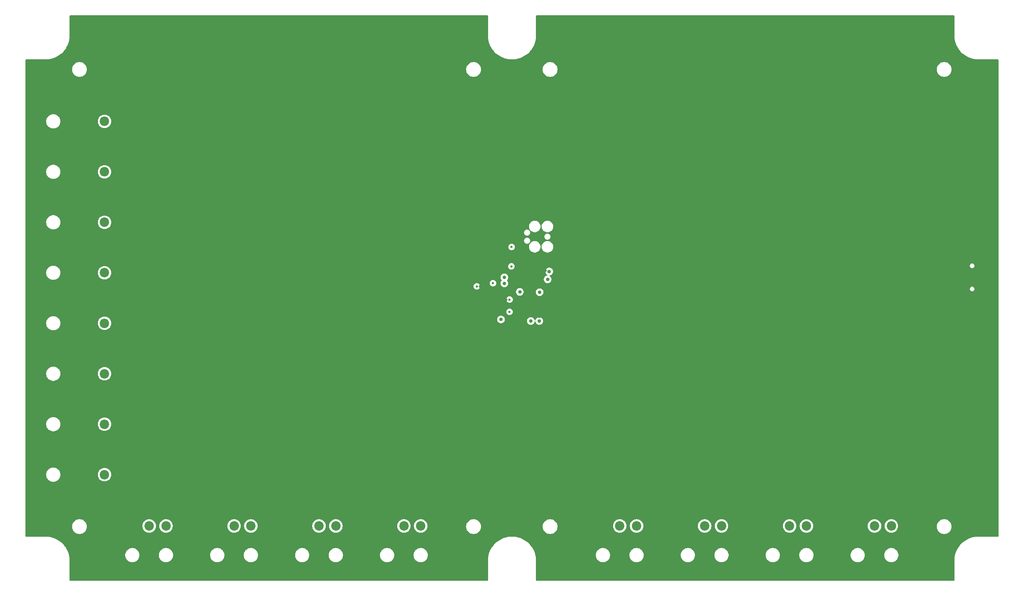
<source format=gbr>
%TF.GenerationSoftware,KiCad,Pcbnew,9.0.1*%
%TF.CreationDate,2025-07-28T14:50:10-04:00*%
%TF.ProjectId,LED-DriverPCB,4c45442d-4472-4697-9665-725043422e6b,rev?*%
%TF.SameCoordinates,Original*%
%TF.FileFunction,Copper,L2,Inr*%
%TF.FilePolarity,Positive*%
%FSLAX46Y46*%
G04 Gerber Fmt 4.6, Leading zero omitted, Abs format (unit mm)*
G04 Created by KiCad (PCBNEW 9.0.1) date 2025-07-28 14:50:10*
%MOMM*%
%LPD*%
G01*
G04 APERTURE LIST*
%TA.AperFunction,ComponentPad*%
%ADD10C,2.362200*%
%TD*%
%TA.AperFunction,HeatsinkPad*%
%ADD11O,1.600000X1.000000*%
%TD*%
%TA.AperFunction,HeatsinkPad*%
%ADD12O,2.100000X1.000000*%
%TD*%
%TA.AperFunction,ViaPad*%
%ADD13C,0.700000*%
%TD*%
%TA.AperFunction,ViaPad*%
%ADD14C,0.900000*%
%TD*%
%TA.AperFunction,ViaPad*%
%ADD15C,0.600000*%
%TD*%
G04 APERTURE END LIST*
D10*
%TO.N,GND*%
%TO.C,J1*%
X314878601Y-200140900D03*
%TO.N,/STR1_DATA*%
X319078600Y-200140900D03*
%TO.N,/STR1_PWR*%
X323278599Y-200140900D03*
%TD*%
%TO.N,GND*%
%TO.C,J2*%
X293667601Y-200140900D03*
%TO.N,/STR2_DATA*%
X297867600Y-200140900D03*
%TO.N,/STR2_PWR*%
X302067599Y-200140900D03*
%TD*%
%TO.N,GND*%
%TO.C,J3*%
X272456601Y-200140900D03*
%TO.N,/STR3_DATA*%
X276656600Y-200140900D03*
%TO.N,/STR3_PWR*%
X280856599Y-200140900D03*
%TD*%
%TO.N,GND*%
%TO.C,J4*%
X251245601Y-200140900D03*
%TO.N,/STR4_DATA*%
X255445600Y-200140900D03*
%TO.N,/STR4_PWR*%
X259645599Y-200140900D03*
%TD*%
%TO.N,GND*%
%TO.C,J5*%
X197329101Y-200140900D03*
%TO.N,/STR5_DATA*%
X201529100Y-200140900D03*
%TO.N,/STR5_PWR*%
X205729099Y-200140900D03*
%TD*%
%TO.N,GND*%
%TO.C,J6*%
X176118101Y-200140900D03*
%TO.N,/STR6_DATA*%
X180318100Y-200140900D03*
%TO.N,/STR6_PWR*%
X184518099Y-200140900D03*
%TD*%
%TO.N,GND*%
%TO.C,J7*%
X154907101Y-200140900D03*
%TO.N,/STR7_DATA*%
X159107100Y-200140900D03*
%TO.N,/STR7_PWR*%
X163307099Y-200140900D03*
%TD*%
%TO.N,GND*%
%TO.C,J8*%
X133696101Y-200140900D03*
%TO.N,/STR8_DATA*%
X137896100Y-200140900D03*
%TO.N,/STR8_PWR*%
X142096099Y-200140900D03*
%TD*%
D11*
%TO.N,GND*%
%TO.C,J9*%
X347110251Y-133671000D03*
D12*
X342930251Y-133671000D03*
D11*
X347110251Y-142311000D03*
D12*
X342930251Y-142311000D03*
%TD*%
D10*
%TO.N,/STR1_PWR*%
%TO.C,J12*%
X126749999Y-98986500D03*
%TO.N,GND*%
X121250000Y-98986500D03*
%TD*%
%TO.N,/STR2_PWR*%
%TO.C,J13*%
X126749999Y-111604500D03*
%TO.N,GND*%
X121250000Y-111604500D03*
%TD*%
%TO.N,/STR3_PWR*%
%TO.C,J14*%
X126749999Y-124223100D03*
%TO.N,GND*%
X121250000Y-124223100D03*
%TD*%
%TO.N,/STR4_PWR*%
%TO.C,J15*%
X126749999Y-136841100D03*
%TO.N,GND*%
X121250000Y-136841100D03*
%TD*%
%TO.N,/STR5_PWR*%
%TO.C,J16*%
X126749999Y-149459100D03*
%TO.N,GND*%
X121250000Y-149459100D03*
%TD*%
%TO.N,/STR6_PWR*%
%TO.C,J17*%
X126749999Y-162077100D03*
%TO.N,GND*%
X121250000Y-162077100D03*
%TD*%
%TO.N,/STR7_PWR*%
%TO.C,J18*%
X126749999Y-174695500D03*
%TO.N,GND*%
X121250000Y-174695500D03*
%TD*%
%TO.N,/STR8_PWR*%
%TO.C,J19*%
X126749999Y-187313500D03*
%TO.N,GND*%
X121250000Y-187313500D03*
%TD*%
D13*
%TO.N,GND*%
X227504000Y-147884000D03*
D14*
X315229000Y-150859000D03*
X264429000Y-77491000D03*
D13*
X224229000Y-148259000D03*
X236979000Y-152941000D03*
D14*
X340629000Y-102891000D03*
D13*
X218679000Y-133941000D03*
D14*
X289829000Y-128291000D03*
X289829000Y-150859000D03*
X137429000Y-102891000D03*
X188229000Y-102891000D03*
D13*
X215454000Y-142191000D03*
X218154000Y-141859000D03*
X332710251Y-137991000D03*
X226629000Y-129741000D03*
D14*
X213629000Y-204491000D03*
X239029000Y-179091000D03*
X235729000Y-150959000D03*
D13*
X229979000Y-131741000D03*
D14*
X223672383Y-159869208D03*
X219279000Y-152109000D03*
D15*
X247479000Y-144709000D03*
D14*
X238379000Y-145741000D03*
X188229000Y-128291000D03*
X239029000Y-77491000D03*
X289829000Y-179091000D03*
D13*
X236858855Y-136273464D03*
D14*
X213629000Y-128291000D03*
X137429000Y-128291000D03*
X213629000Y-102891000D03*
D13*
X215979000Y-139041000D03*
D14*
X340629000Y-150859000D03*
D15*
X220529000Y-140241000D03*
X227104000Y-143534000D03*
D14*
X162829000Y-128291000D03*
X264429000Y-204491000D03*
X340629000Y-128291000D03*
D13*
X341160251Y-142591000D03*
D14*
X230829000Y-150859000D03*
X264429000Y-128291000D03*
D13*
X220654000Y-135489714D03*
D14*
X264429000Y-102891000D03*
X340629000Y-179091000D03*
X239029000Y-204491000D03*
X315229000Y-77491000D03*
X315229000Y-179091000D03*
X241029000Y-145041000D03*
X264429000Y-150859000D03*
X235329000Y-147691000D03*
D13*
X218929000Y-135541000D03*
D14*
X213629000Y-179091000D03*
D13*
X232179000Y-125491000D03*
X230729000Y-148091000D03*
D14*
X289829000Y-204491000D03*
D13*
X341110251Y-133491000D03*
D15*
%TO.N,/SWD_NRST*%
X223779000Y-139441000D03*
X228429000Y-130391000D03*
X228379000Y-135241000D03*
X219728997Y-140241000D03*
D14*
%TO.N,+3.3V*%
X230479000Y-141640000D03*
X226629000Y-137996000D03*
X233229000Y-148891000D03*
X237829000Y-136516000D03*
X235329000Y-148891000D03*
X235429000Y-141691000D03*
X226629000Y-139491000D03*
X225779000Y-148514000D03*
X237429000Y-138491000D03*
D15*
%TO.N,/PWM_TIM8_CH1*%
X227904000Y-146609000D03*
X227929000Y-143534000D03*
%TD*%
%TA.AperFunction,Conductor*%
%TO.N,GND*%
G36*
X222471539Y-72511185D02*
G01*
X222517294Y-72563989D01*
X222528500Y-72615500D01*
X222528500Y-77732822D01*
X222567416Y-78214872D01*
X222644992Y-78692216D01*
X222644995Y-78692232D01*
X222750688Y-79121046D01*
X222760733Y-79161799D01*
X222913882Y-79620534D01*
X223103446Y-80065457D01*
X223328197Y-80493685D01*
X223586677Y-80902439D01*
X223877211Y-81289068D01*
X223877215Y-81289073D01*
X223877220Y-81289079D01*
X224197912Y-81651066D01*
X224546698Y-81986079D01*
X224546704Y-81986085D01*
X224921308Y-82291941D01*
X224921314Y-82291945D01*
X224921320Y-82291950D01*
X225253011Y-82520899D01*
X225319325Y-82566672D01*
X225319331Y-82566677D01*
X225690267Y-82780837D01*
X225738165Y-82808491D01*
X226175095Y-83015817D01*
X226308881Y-83066555D01*
X226627285Y-83187310D01*
X226915080Y-83270671D01*
X227091821Y-83321865D01*
X227565671Y-83418602D01*
X228045768Y-83476896D01*
X228045782Y-83476896D01*
X228045788Y-83476897D01*
X228528989Y-83496370D01*
X228529000Y-83496370D01*
X228529011Y-83496370D01*
X229012211Y-83476897D01*
X229012215Y-83476896D01*
X229012232Y-83476896D01*
X229492329Y-83418602D01*
X229966179Y-83321865D01*
X230430708Y-83187312D01*
X230430710Y-83187310D01*
X230430714Y-83187310D01*
X230595109Y-83124963D01*
X230882905Y-83015817D01*
X231319835Y-82808491D01*
X231738665Y-82566679D01*
X232136680Y-82291950D01*
X232511297Y-81986084D01*
X232860088Y-81651066D01*
X233180789Y-81289068D01*
X233471323Y-80902439D01*
X233729803Y-80493685D01*
X233954554Y-80065457D01*
X234144118Y-79620534D01*
X234297267Y-79161799D01*
X234413005Y-78692228D01*
X234490584Y-78214867D01*
X234529500Y-77732812D01*
X234529500Y-77491000D01*
X234529500Y-77425108D01*
X234529500Y-72615500D01*
X234549185Y-72548461D01*
X234601989Y-72502706D01*
X234653500Y-72491500D01*
X338904500Y-72491500D01*
X338971539Y-72511185D01*
X339017294Y-72563989D01*
X339028500Y-72615500D01*
X339028500Y-77726765D01*
X339044238Y-77926735D01*
X339065495Y-78196827D01*
X339139257Y-78662543D01*
X339249331Y-79121035D01*
X339291364Y-79250402D01*
X339395036Y-79569472D01*
X339416187Y-79620534D01*
X339575482Y-80005106D01*
X339789548Y-80425234D01*
X339789553Y-80425242D01*
X339789555Y-80425246D01*
X339789558Y-80425252D01*
X340035910Y-80827261D01*
X340035915Y-80827268D01*
X340035917Y-80827271D01*
X340180433Y-81026180D01*
X340313064Y-81208732D01*
X340313075Y-81208746D01*
X340507431Y-81436308D01*
X340619298Y-81567287D01*
X340952713Y-81900702D01*
X341311260Y-82206930D01*
X341692729Y-82484083D01*
X341692733Y-82484085D01*
X341692738Y-82484089D01*
X342094747Y-82730441D01*
X342094752Y-82730443D01*
X342094766Y-82730452D01*
X342514894Y-82944518D01*
X342950522Y-83124961D01*
X342950527Y-83124963D01*
X343064550Y-83162010D01*
X343398965Y-83270669D01*
X343857457Y-83380743D01*
X344323173Y-83454505D01*
X344793240Y-83491500D01*
X344963108Y-83491500D01*
X349904500Y-83491500D01*
X349971539Y-83511185D01*
X350017294Y-83563989D01*
X350028500Y-83615500D01*
X350028500Y-202684500D01*
X350008815Y-202751539D01*
X349956011Y-202797294D01*
X349904500Y-202808500D01*
X344793234Y-202808500D01*
X344323172Y-202845495D01*
X344323171Y-202845495D01*
X343857462Y-202919256D01*
X343857459Y-202919256D01*
X343857457Y-202919257D01*
X343693258Y-202958677D01*
X343398976Y-203029328D01*
X343398970Y-203029329D01*
X343398965Y-203029331D01*
X343398953Y-203029335D01*
X342950527Y-203175036D01*
X342514896Y-203355481D01*
X342514894Y-203355482D01*
X342094766Y-203569548D01*
X342094762Y-203569550D01*
X342094753Y-203569555D01*
X342094747Y-203569558D01*
X341692738Y-203815910D01*
X341692727Y-203815918D01*
X341311267Y-204093064D01*
X341311253Y-204093075D01*
X340952719Y-204399292D01*
X340952705Y-204399305D01*
X340619305Y-204732705D01*
X340619292Y-204732719D01*
X340313075Y-205091253D01*
X340313064Y-205091267D01*
X340035918Y-205472727D01*
X340035910Y-205472738D01*
X339789558Y-205874747D01*
X339789555Y-205874753D01*
X339789550Y-205874762D01*
X339789548Y-205874766D01*
X339744951Y-205962293D01*
X339575481Y-206294896D01*
X339395036Y-206730527D01*
X339249335Y-207178953D01*
X339249328Y-207178976D01*
X339139256Y-207637462D01*
X339065495Y-208103171D01*
X339065495Y-208103172D01*
X339028500Y-208573234D01*
X339028500Y-213684499D01*
X339008815Y-213751538D01*
X338956011Y-213797293D01*
X338904500Y-213808499D01*
X234653500Y-213808499D01*
X234586461Y-213788814D01*
X234540706Y-213736010D01*
X234529500Y-213684499D01*
X234529500Y-208567196D01*
X234529499Y-208567177D01*
X234490584Y-208085133D01*
X234413005Y-207607772D01*
X234400540Y-207557201D01*
X234349522Y-207350210D01*
X234343206Y-207324586D01*
X249471101Y-207324586D01*
X249471101Y-207557215D01*
X249494716Y-207736581D01*
X249501464Y-207787831D01*
X249531566Y-207900175D01*
X249561669Y-208012521D01*
X249650684Y-208227422D01*
X249650689Y-208227433D01*
X249766988Y-208428867D01*
X249766999Y-208428883D01*
X249908597Y-208613418D01*
X249908603Y-208613425D01*
X250073076Y-208777898D01*
X250073083Y-208777904D01*
X250204488Y-208878734D01*
X250257627Y-208919509D01*
X250257634Y-208919513D01*
X250459068Y-209035812D01*
X250459073Y-209035814D01*
X250459076Y-209035816D01*
X250566529Y-209080324D01*
X250673980Y-209124832D01*
X250673981Y-209124832D01*
X250673983Y-209124833D01*
X250898671Y-209185038D01*
X251129294Y-209215401D01*
X251129301Y-209215401D01*
X251361901Y-209215401D01*
X251361908Y-209215401D01*
X251592531Y-209185038D01*
X251817219Y-209124833D01*
X252032126Y-209035816D01*
X252233575Y-208919509D01*
X252418120Y-208777903D01*
X252582603Y-208613420D01*
X252724209Y-208428875D01*
X252840516Y-208227426D01*
X252929533Y-208012519D01*
X252989738Y-207787831D01*
X253020101Y-207557208D01*
X253020101Y-207324594D01*
X253020100Y-207324586D01*
X257871099Y-207324586D01*
X257871099Y-207557215D01*
X257894714Y-207736581D01*
X257901462Y-207787831D01*
X257931564Y-207900175D01*
X257961667Y-208012521D01*
X258050682Y-208227422D01*
X258050687Y-208227433D01*
X258166986Y-208428867D01*
X258166997Y-208428883D01*
X258308595Y-208613418D01*
X258308601Y-208613425D01*
X258473074Y-208777898D01*
X258473081Y-208777904D01*
X258604486Y-208878734D01*
X258657625Y-208919509D01*
X258657632Y-208919513D01*
X258859066Y-209035812D01*
X258859071Y-209035814D01*
X258859074Y-209035816D01*
X258966527Y-209080324D01*
X259073978Y-209124832D01*
X259073979Y-209124832D01*
X259073981Y-209124833D01*
X259298669Y-209185038D01*
X259529292Y-209215401D01*
X259529299Y-209215401D01*
X259761899Y-209215401D01*
X259761906Y-209215401D01*
X259992529Y-209185038D01*
X260217217Y-209124833D01*
X260432124Y-209035816D01*
X260633573Y-208919509D01*
X260818118Y-208777903D01*
X260982601Y-208613420D01*
X261124207Y-208428875D01*
X261240514Y-208227426D01*
X261329531Y-208012519D01*
X261389736Y-207787831D01*
X261420099Y-207557208D01*
X261420099Y-207324594D01*
X261420098Y-207324586D01*
X270682101Y-207324586D01*
X270682101Y-207557215D01*
X270705716Y-207736581D01*
X270712464Y-207787831D01*
X270742566Y-207900175D01*
X270772669Y-208012521D01*
X270861684Y-208227422D01*
X270861689Y-208227433D01*
X270977988Y-208428867D01*
X270977999Y-208428883D01*
X271119597Y-208613418D01*
X271119603Y-208613425D01*
X271284076Y-208777898D01*
X271284083Y-208777904D01*
X271415488Y-208878734D01*
X271468627Y-208919509D01*
X271468634Y-208919513D01*
X271670068Y-209035812D01*
X271670073Y-209035814D01*
X271670076Y-209035816D01*
X271777529Y-209080324D01*
X271884980Y-209124832D01*
X271884981Y-209124832D01*
X271884983Y-209124833D01*
X272109671Y-209185038D01*
X272340294Y-209215401D01*
X272340301Y-209215401D01*
X272572901Y-209215401D01*
X272572908Y-209215401D01*
X272803531Y-209185038D01*
X273028219Y-209124833D01*
X273243126Y-209035816D01*
X273444575Y-208919509D01*
X273629120Y-208777903D01*
X273793603Y-208613420D01*
X273935209Y-208428875D01*
X274051516Y-208227426D01*
X274140533Y-208012519D01*
X274200738Y-207787831D01*
X274231101Y-207557208D01*
X274231101Y-207324594D01*
X274231100Y-207324586D01*
X279082099Y-207324586D01*
X279082099Y-207557215D01*
X279105714Y-207736581D01*
X279112462Y-207787831D01*
X279142564Y-207900175D01*
X279172667Y-208012521D01*
X279261682Y-208227422D01*
X279261687Y-208227433D01*
X279377986Y-208428867D01*
X279377997Y-208428883D01*
X279519595Y-208613418D01*
X279519601Y-208613425D01*
X279684074Y-208777898D01*
X279684081Y-208777904D01*
X279815486Y-208878734D01*
X279868625Y-208919509D01*
X279868632Y-208919513D01*
X280070066Y-209035812D01*
X280070071Y-209035814D01*
X280070074Y-209035816D01*
X280177527Y-209080324D01*
X280284978Y-209124832D01*
X280284979Y-209124832D01*
X280284981Y-209124833D01*
X280509669Y-209185038D01*
X280740292Y-209215401D01*
X280740299Y-209215401D01*
X280972899Y-209215401D01*
X280972906Y-209215401D01*
X281203529Y-209185038D01*
X281428217Y-209124833D01*
X281643124Y-209035816D01*
X281844573Y-208919509D01*
X282029118Y-208777903D01*
X282193601Y-208613420D01*
X282335207Y-208428875D01*
X282451514Y-208227426D01*
X282540531Y-208012519D01*
X282600736Y-207787831D01*
X282631099Y-207557208D01*
X282631099Y-207324594D01*
X282631098Y-207324586D01*
X291893101Y-207324586D01*
X291893101Y-207557215D01*
X291916716Y-207736581D01*
X291923464Y-207787831D01*
X291953566Y-207900175D01*
X291983669Y-208012521D01*
X292072684Y-208227422D01*
X292072689Y-208227433D01*
X292188988Y-208428867D01*
X292188999Y-208428883D01*
X292330597Y-208613418D01*
X292330603Y-208613425D01*
X292495076Y-208777898D01*
X292495083Y-208777904D01*
X292626488Y-208878734D01*
X292679627Y-208919509D01*
X292679634Y-208919513D01*
X292881068Y-209035812D01*
X292881073Y-209035814D01*
X292881076Y-209035816D01*
X292988529Y-209080324D01*
X293095980Y-209124832D01*
X293095981Y-209124832D01*
X293095983Y-209124833D01*
X293320671Y-209185038D01*
X293551294Y-209215401D01*
X293551301Y-209215401D01*
X293783901Y-209215401D01*
X293783908Y-209215401D01*
X294014531Y-209185038D01*
X294239219Y-209124833D01*
X294454126Y-209035816D01*
X294655575Y-208919509D01*
X294840120Y-208777903D01*
X295004603Y-208613420D01*
X295146209Y-208428875D01*
X295262516Y-208227426D01*
X295351533Y-208012519D01*
X295411738Y-207787831D01*
X295442101Y-207557208D01*
X295442101Y-207324594D01*
X295442100Y-207324586D01*
X300293099Y-207324586D01*
X300293099Y-207557215D01*
X300316714Y-207736581D01*
X300323462Y-207787831D01*
X300353564Y-207900175D01*
X300383667Y-208012521D01*
X300472682Y-208227422D01*
X300472687Y-208227433D01*
X300588986Y-208428867D01*
X300588997Y-208428883D01*
X300730595Y-208613418D01*
X300730601Y-208613425D01*
X300895074Y-208777898D01*
X300895081Y-208777904D01*
X301026486Y-208878734D01*
X301079625Y-208919509D01*
X301079632Y-208919513D01*
X301281066Y-209035812D01*
X301281071Y-209035814D01*
X301281074Y-209035816D01*
X301388527Y-209080324D01*
X301495978Y-209124832D01*
X301495979Y-209124832D01*
X301495981Y-209124833D01*
X301720669Y-209185038D01*
X301951292Y-209215401D01*
X301951299Y-209215401D01*
X302183899Y-209215401D01*
X302183906Y-209215401D01*
X302414529Y-209185038D01*
X302639217Y-209124833D01*
X302854124Y-209035816D01*
X303055573Y-208919509D01*
X303240118Y-208777903D01*
X303404601Y-208613420D01*
X303546207Y-208428875D01*
X303662514Y-208227426D01*
X303751531Y-208012519D01*
X303811736Y-207787831D01*
X303842099Y-207557208D01*
X303842099Y-207324594D01*
X303842098Y-207324586D01*
X313104101Y-207324586D01*
X313104101Y-207557215D01*
X313127716Y-207736581D01*
X313134464Y-207787831D01*
X313164566Y-207900175D01*
X313194669Y-208012521D01*
X313283684Y-208227422D01*
X313283689Y-208227433D01*
X313399988Y-208428867D01*
X313399999Y-208428883D01*
X313541597Y-208613418D01*
X313541603Y-208613425D01*
X313706076Y-208777898D01*
X313706083Y-208777904D01*
X313837488Y-208878734D01*
X313890627Y-208919509D01*
X313890634Y-208919513D01*
X314092068Y-209035812D01*
X314092073Y-209035814D01*
X314092076Y-209035816D01*
X314199529Y-209080324D01*
X314306980Y-209124832D01*
X314306981Y-209124832D01*
X314306983Y-209124833D01*
X314531671Y-209185038D01*
X314762294Y-209215401D01*
X314762301Y-209215401D01*
X314994901Y-209215401D01*
X314994908Y-209215401D01*
X315225531Y-209185038D01*
X315450219Y-209124833D01*
X315665126Y-209035816D01*
X315866575Y-208919509D01*
X316051120Y-208777903D01*
X316215603Y-208613420D01*
X316357209Y-208428875D01*
X316473516Y-208227426D01*
X316562533Y-208012519D01*
X316622738Y-207787831D01*
X316653101Y-207557208D01*
X316653101Y-207324594D01*
X316653100Y-207324586D01*
X321504099Y-207324586D01*
X321504099Y-207557215D01*
X321527714Y-207736581D01*
X321534462Y-207787831D01*
X321564564Y-207900175D01*
X321594667Y-208012521D01*
X321683682Y-208227422D01*
X321683687Y-208227433D01*
X321799986Y-208428867D01*
X321799997Y-208428883D01*
X321941595Y-208613418D01*
X321941601Y-208613425D01*
X322106074Y-208777898D01*
X322106081Y-208777904D01*
X322237486Y-208878734D01*
X322290625Y-208919509D01*
X322290632Y-208919513D01*
X322492066Y-209035812D01*
X322492071Y-209035814D01*
X322492074Y-209035816D01*
X322599527Y-209080324D01*
X322706978Y-209124832D01*
X322706979Y-209124832D01*
X322706981Y-209124833D01*
X322931669Y-209185038D01*
X323162292Y-209215401D01*
X323162299Y-209215401D01*
X323394899Y-209215401D01*
X323394906Y-209215401D01*
X323625529Y-209185038D01*
X323850217Y-209124833D01*
X324065124Y-209035816D01*
X324266573Y-208919509D01*
X324451118Y-208777903D01*
X324615601Y-208613420D01*
X324757207Y-208428875D01*
X324873514Y-208227426D01*
X324962531Y-208012519D01*
X325022736Y-207787831D01*
X325053099Y-207557208D01*
X325053099Y-207324594D01*
X325022736Y-207093971D01*
X324962531Y-206869283D01*
X324873514Y-206654376D01*
X324873512Y-206654373D01*
X324873510Y-206654368D01*
X324757211Y-206452934D01*
X324757207Y-206452927D01*
X324635946Y-206294896D01*
X324615602Y-206268383D01*
X324615596Y-206268376D01*
X324451123Y-206103903D01*
X324451116Y-206103897D01*
X324266581Y-205962299D01*
X324266579Y-205962297D01*
X324266573Y-205962293D01*
X324266568Y-205962290D01*
X324266565Y-205962288D01*
X324065131Y-205845989D01*
X324065120Y-205845984D01*
X323850219Y-205756969D01*
X323737873Y-205726866D01*
X323625529Y-205696764D01*
X323574279Y-205690016D01*
X323394913Y-205666401D01*
X323394906Y-205666401D01*
X323162292Y-205666401D01*
X323162284Y-205666401D01*
X322957293Y-205693390D01*
X322931669Y-205696764D01*
X322875497Y-205711815D01*
X322706978Y-205756969D01*
X322492077Y-205845984D01*
X322492066Y-205845989D01*
X322290632Y-205962288D01*
X322290616Y-205962299D01*
X322106081Y-206103897D01*
X322106074Y-206103903D01*
X321941601Y-206268376D01*
X321941595Y-206268383D01*
X321799997Y-206452918D01*
X321799986Y-206452934D01*
X321683687Y-206654368D01*
X321683682Y-206654379D01*
X321594667Y-206869280D01*
X321534462Y-207093972D01*
X321504099Y-207324586D01*
X316653100Y-207324586D01*
X316622738Y-207093971D01*
X316562533Y-206869283D01*
X316473516Y-206654376D01*
X316473514Y-206654373D01*
X316473512Y-206654368D01*
X316357213Y-206452934D01*
X316357209Y-206452927D01*
X316235948Y-206294896D01*
X316215604Y-206268383D01*
X316215598Y-206268376D01*
X316051125Y-206103903D01*
X316051118Y-206103897D01*
X315866583Y-205962299D01*
X315866581Y-205962297D01*
X315866575Y-205962293D01*
X315866570Y-205962290D01*
X315866567Y-205962288D01*
X315665133Y-205845989D01*
X315665122Y-205845984D01*
X315450221Y-205756969D01*
X315337875Y-205726866D01*
X315225531Y-205696764D01*
X315174281Y-205690016D01*
X314994915Y-205666401D01*
X314994908Y-205666401D01*
X314762294Y-205666401D01*
X314762286Y-205666401D01*
X314557295Y-205693390D01*
X314531671Y-205696764D01*
X314475499Y-205711815D01*
X314306980Y-205756969D01*
X314092079Y-205845984D01*
X314092068Y-205845989D01*
X313890634Y-205962288D01*
X313890618Y-205962299D01*
X313706083Y-206103897D01*
X313706076Y-206103903D01*
X313541603Y-206268376D01*
X313541597Y-206268383D01*
X313399999Y-206452918D01*
X313399988Y-206452934D01*
X313283689Y-206654368D01*
X313283684Y-206654379D01*
X313194669Y-206869280D01*
X313134464Y-207093972D01*
X313104101Y-207324586D01*
X303842098Y-207324586D01*
X303811736Y-207093971D01*
X303751531Y-206869283D01*
X303662514Y-206654376D01*
X303662512Y-206654373D01*
X303662510Y-206654368D01*
X303546211Y-206452934D01*
X303546207Y-206452927D01*
X303424946Y-206294896D01*
X303404602Y-206268383D01*
X303404596Y-206268376D01*
X303240123Y-206103903D01*
X303240116Y-206103897D01*
X303055581Y-205962299D01*
X303055579Y-205962297D01*
X303055573Y-205962293D01*
X303055568Y-205962290D01*
X303055565Y-205962288D01*
X302854131Y-205845989D01*
X302854120Y-205845984D01*
X302639219Y-205756969D01*
X302526873Y-205726866D01*
X302414529Y-205696764D01*
X302363279Y-205690016D01*
X302183913Y-205666401D01*
X302183906Y-205666401D01*
X301951292Y-205666401D01*
X301951284Y-205666401D01*
X301746293Y-205693390D01*
X301720669Y-205696764D01*
X301664497Y-205711815D01*
X301495978Y-205756969D01*
X301281077Y-205845984D01*
X301281066Y-205845989D01*
X301079632Y-205962288D01*
X301079616Y-205962299D01*
X300895081Y-206103897D01*
X300895074Y-206103903D01*
X300730601Y-206268376D01*
X300730595Y-206268383D01*
X300588997Y-206452918D01*
X300588986Y-206452934D01*
X300472687Y-206654368D01*
X300472682Y-206654379D01*
X300383667Y-206869280D01*
X300323462Y-207093972D01*
X300293099Y-207324586D01*
X295442100Y-207324586D01*
X295411738Y-207093971D01*
X295351533Y-206869283D01*
X295262516Y-206654376D01*
X295262514Y-206654373D01*
X295262512Y-206654368D01*
X295146213Y-206452934D01*
X295146209Y-206452927D01*
X295024948Y-206294896D01*
X295004604Y-206268383D01*
X295004598Y-206268376D01*
X294840125Y-206103903D01*
X294840118Y-206103897D01*
X294655583Y-205962299D01*
X294655581Y-205962297D01*
X294655575Y-205962293D01*
X294655570Y-205962290D01*
X294655567Y-205962288D01*
X294454133Y-205845989D01*
X294454122Y-205845984D01*
X294239221Y-205756969D01*
X294126875Y-205726866D01*
X294014531Y-205696764D01*
X293963281Y-205690016D01*
X293783915Y-205666401D01*
X293783908Y-205666401D01*
X293551294Y-205666401D01*
X293551286Y-205666401D01*
X293346295Y-205693390D01*
X293320671Y-205696764D01*
X293264499Y-205711815D01*
X293095980Y-205756969D01*
X292881079Y-205845984D01*
X292881068Y-205845989D01*
X292679634Y-205962288D01*
X292679618Y-205962299D01*
X292495083Y-206103897D01*
X292495076Y-206103903D01*
X292330603Y-206268376D01*
X292330597Y-206268383D01*
X292188999Y-206452918D01*
X292188988Y-206452934D01*
X292072689Y-206654368D01*
X292072684Y-206654379D01*
X291983669Y-206869280D01*
X291923464Y-207093972D01*
X291893101Y-207324586D01*
X282631098Y-207324586D01*
X282600736Y-207093971D01*
X282540531Y-206869283D01*
X282451514Y-206654376D01*
X282451512Y-206654373D01*
X282451510Y-206654368D01*
X282335211Y-206452934D01*
X282335207Y-206452927D01*
X282213946Y-206294896D01*
X282193602Y-206268383D01*
X282193596Y-206268376D01*
X282029123Y-206103903D01*
X282029116Y-206103897D01*
X281844581Y-205962299D01*
X281844579Y-205962297D01*
X281844573Y-205962293D01*
X281844568Y-205962290D01*
X281844565Y-205962288D01*
X281643131Y-205845989D01*
X281643120Y-205845984D01*
X281428219Y-205756969D01*
X281315873Y-205726866D01*
X281203529Y-205696764D01*
X281152279Y-205690016D01*
X280972913Y-205666401D01*
X280972906Y-205666401D01*
X280740292Y-205666401D01*
X280740284Y-205666401D01*
X280535293Y-205693390D01*
X280509669Y-205696764D01*
X280453497Y-205711815D01*
X280284978Y-205756969D01*
X280070077Y-205845984D01*
X280070066Y-205845989D01*
X279868632Y-205962288D01*
X279868616Y-205962299D01*
X279684081Y-206103897D01*
X279684074Y-206103903D01*
X279519601Y-206268376D01*
X279519595Y-206268383D01*
X279377997Y-206452918D01*
X279377986Y-206452934D01*
X279261687Y-206654368D01*
X279261682Y-206654379D01*
X279172667Y-206869280D01*
X279112462Y-207093972D01*
X279082099Y-207324586D01*
X274231100Y-207324586D01*
X274200738Y-207093971D01*
X274140533Y-206869283D01*
X274051516Y-206654376D01*
X274051514Y-206654373D01*
X274051512Y-206654368D01*
X273935213Y-206452934D01*
X273935209Y-206452927D01*
X273813948Y-206294896D01*
X273793604Y-206268383D01*
X273793598Y-206268376D01*
X273629125Y-206103903D01*
X273629118Y-206103897D01*
X273444583Y-205962299D01*
X273444581Y-205962297D01*
X273444575Y-205962293D01*
X273444570Y-205962290D01*
X273444567Y-205962288D01*
X273243133Y-205845989D01*
X273243122Y-205845984D01*
X273028221Y-205756969D01*
X272915875Y-205726866D01*
X272803531Y-205696764D01*
X272752281Y-205690016D01*
X272572915Y-205666401D01*
X272572908Y-205666401D01*
X272340294Y-205666401D01*
X272340286Y-205666401D01*
X272135295Y-205693390D01*
X272109671Y-205696764D01*
X272053499Y-205711815D01*
X271884980Y-205756969D01*
X271670079Y-205845984D01*
X271670068Y-205845989D01*
X271468634Y-205962288D01*
X271468618Y-205962299D01*
X271284083Y-206103897D01*
X271284076Y-206103903D01*
X271119603Y-206268376D01*
X271119597Y-206268383D01*
X270977999Y-206452918D01*
X270977988Y-206452934D01*
X270861689Y-206654368D01*
X270861684Y-206654379D01*
X270772669Y-206869280D01*
X270712464Y-207093972D01*
X270682101Y-207324586D01*
X261420098Y-207324586D01*
X261389736Y-207093971D01*
X261329531Y-206869283D01*
X261240514Y-206654376D01*
X261240512Y-206654373D01*
X261240510Y-206654368D01*
X261124211Y-206452934D01*
X261124207Y-206452927D01*
X261002946Y-206294896D01*
X260982602Y-206268383D01*
X260982596Y-206268376D01*
X260818123Y-206103903D01*
X260818116Y-206103897D01*
X260633581Y-205962299D01*
X260633579Y-205962297D01*
X260633573Y-205962293D01*
X260633568Y-205962290D01*
X260633565Y-205962288D01*
X260432131Y-205845989D01*
X260432120Y-205845984D01*
X260217219Y-205756969D01*
X260104873Y-205726866D01*
X259992529Y-205696764D01*
X259941279Y-205690016D01*
X259761913Y-205666401D01*
X259761906Y-205666401D01*
X259529292Y-205666401D01*
X259529284Y-205666401D01*
X259324293Y-205693390D01*
X259298669Y-205696764D01*
X259242497Y-205711815D01*
X259073978Y-205756969D01*
X258859077Y-205845984D01*
X258859066Y-205845989D01*
X258657632Y-205962288D01*
X258657616Y-205962299D01*
X258473081Y-206103897D01*
X258473074Y-206103903D01*
X258308601Y-206268376D01*
X258308595Y-206268383D01*
X258166997Y-206452918D01*
X258166986Y-206452934D01*
X258050687Y-206654368D01*
X258050682Y-206654379D01*
X257961667Y-206869280D01*
X257901462Y-207093972D01*
X257871099Y-207324586D01*
X253020100Y-207324586D01*
X252989738Y-207093971D01*
X252929533Y-206869283D01*
X252840516Y-206654376D01*
X252840514Y-206654373D01*
X252840512Y-206654368D01*
X252724213Y-206452934D01*
X252724209Y-206452927D01*
X252602948Y-206294896D01*
X252582604Y-206268383D01*
X252582598Y-206268376D01*
X252418125Y-206103903D01*
X252418118Y-206103897D01*
X252233583Y-205962299D01*
X252233581Y-205962297D01*
X252233575Y-205962293D01*
X252233570Y-205962290D01*
X252233567Y-205962288D01*
X252032133Y-205845989D01*
X252032122Y-205845984D01*
X251817221Y-205756969D01*
X251704875Y-205726866D01*
X251592531Y-205696764D01*
X251541281Y-205690016D01*
X251361915Y-205666401D01*
X251361908Y-205666401D01*
X251129294Y-205666401D01*
X251129286Y-205666401D01*
X250924295Y-205693390D01*
X250898671Y-205696764D01*
X250842499Y-205711815D01*
X250673980Y-205756969D01*
X250459079Y-205845984D01*
X250459068Y-205845989D01*
X250257634Y-205962288D01*
X250257618Y-205962299D01*
X250073083Y-206103897D01*
X250073076Y-206103903D01*
X249908603Y-206268376D01*
X249908597Y-206268383D01*
X249766999Y-206452918D01*
X249766988Y-206452934D01*
X249650689Y-206654368D01*
X249650684Y-206654379D01*
X249561669Y-206869280D01*
X249501464Y-207093972D01*
X249471101Y-207324586D01*
X234343206Y-207324586D01*
X234297267Y-207138201D01*
X234144118Y-206679466D01*
X233954554Y-206234543D01*
X233729803Y-205806315D01*
X233471323Y-205397561D01*
X233180789Y-205010932D01*
X233180782Y-205010924D01*
X233180779Y-205010920D01*
X232860087Y-204648933D01*
X232511301Y-204313920D01*
X232511295Y-204313914D01*
X232136691Y-204008058D01*
X232136683Y-204008052D01*
X232136680Y-204008050D01*
X231738674Y-203733327D01*
X231738668Y-203733322D01*
X231319841Y-203491512D01*
X230882910Y-203284185D01*
X230430714Y-203112689D01*
X229966185Y-202978136D01*
X229492332Y-202881398D01*
X229492333Y-202881398D01*
X229012237Y-202823104D01*
X229012211Y-202823102D01*
X228529011Y-202803630D01*
X228528989Y-202803630D01*
X228045788Y-202823102D01*
X228045762Y-202823104D01*
X227565667Y-202881398D01*
X227091814Y-202978136D01*
X226627285Y-203112689D01*
X226175089Y-203284185D01*
X225738158Y-203491512D01*
X225319331Y-203733322D01*
X225319325Y-203733327D01*
X224921308Y-204008058D01*
X224546704Y-204313914D01*
X224546698Y-204313920D01*
X224197912Y-204648933D01*
X223877220Y-205010920D01*
X223586678Y-205397559D01*
X223328195Y-205806318D01*
X223103443Y-206234549D01*
X222913878Y-206679476D01*
X222760732Y-207138204D01*
X222760730Y-207138211D01*
X222644995Y-207607767D01*
X222644992Y-207607783D01*
X222567416Y-208085127D01*
X222528500Y-208567177D01*
X222528500Y-213684500D01*
X222508815Y-213751539D01*
X222456011Y-213797294D01*
X222404500Y-213808500D01*
X118153500Y-213808500D01*
X118086461Y-213788815D01*
X118040706Y-213736011D01*
X118029500Y-213684500D01*
X118029500Y-208573247D01*
X118029500Y-208573240D01*
X117992505Y-208103173D01*
X117918743Y-207637457D01*
X117843629Y-207324586D01*
X131921601Y-207324586D01*
X131921601Y-207557215D01*
X131945216Y-207736581D01*
X131951964Y-207787831D01*
X131982066Y-207900175D01*
X132012169Y-208012521D01*
X132101184Y-208227422D01*
X132101189Y-208227433D01*
X132217488Y-208428867D01*
X132217499Y-208428883D01*
X132359097Y-208613418D01*
X132359103Y-208613425D01*
X132523576Y-208777898D01*
X132523583Y-208777904D01*
X132654988Y-208878734D01*
X132708127Y-208919509D01*
X132708134Y-208919513D01*
X132909568Y-209035812D01*
X132909573Y-209035814D01*
X132909576Y-209035816D01*
X133017029Y-209080324D01*
X133124480Y-209124832D01*
X133124481Y-209124832D01*
X133124483Y-209124833D01*
X133349171Y-209185038D01*
X133579794Y-209215401D01*
X133579801Y-209215401D01*
X133812401Y-209215401D01*
X133812408Y-209215401D01*
X134043031Y-209185038D01*
X134267719Y-209124833D01*
X134482626Y-209035816D01*
X134684075Y-208919509D01*
X134868620Y-208777903D01*
X135033103Y-208613420D01*
X135174709Y-208428875D01*
X135291016Y-208227426D01*
X135380033Y-208012519D01*
X135440238Y-207787831D01*
X135470601Y-207557208D01*
X135470601Y-207324594D01*
X135470600Y-207324586D01*
X140321599Y-207324586D01*
X140321599Y-207557215D01*
X140345214Y-207736581D01*
X140351962Y-207787831D01*
X140382064Y-207900175D01*
X140412167Y-208012521D01*
X140501182Y-208227422D01*
X140501187Y-208227433D01*
X140617486Y-208428867D01*
X140617497Y-208428883D01*
X140759095Y-208613418D01*
X140759101Y-208613425D01*
X140923574Y-208777898D01*
X140923581Y-208777904D01*
X141054986Y-208878734D01*
X141108125Y-208919509D01*
X141108132Y-208919513D01*
X141309566Y-209035812D01*
X141309571Y-209035814D01*
X141309574Y-209035816D01*
X141417027Y-209080324D01*
X141524478Y-209124832D01*
X141524479Y-209124832D01*
X141524481Y-209124833D01*
X141749169Y-209185038D01*
X141979792Y-209215401D01*
X141979799Y-209215401D01*
X142212399Y-209215401D01*
X142212406Y-209215401D01*
X142443029Y-209185038D01*
X142667717Y-209124833D01*
X142882624Y-209035816D01*
X143084073Y-208919509D01*
X143268618Y-208777903D01*
X143433101Y-208613420D01*
X143574707Y-208428875D01*
X143691014Y-208227426D01*
X143780031Y-208012519D01*
X143840236Y-207787831D01*
X143870599Y-207557208D01*
X143870599Y-207324594D01*
X143870598Y-207324586D01*
X153132601Y-207324586D01*
X153132601Y-207557215D01*
X153156216Y-207736581D01*
X153162964Y-207787831D01*
X153193066Y-207900175D01*
X153223169Y-208012521D01*
X153312184Y-208227422D01*
X153312189Y-208227433D01*
X153428488Y-208428867D01*
X153428499Y-208428883D01*
X153570097Y-208613418D01*
X153570103Y-208613425D01*
X153734576Y-208777898D01*
X153734583Y-208777904D01*
X153865988Y-208878734D01*
X153919127Y-208919509D01*
X153919134Y-208919513D01*
X154120568Y-209035812D01*
X154120573Y-209035814D01*
X154120576Y-209035816D01*
X154228029Y-209080324D01*
X154335480Y-209124832D01*
X154335481Y-209124832D01*
X154335483Y-209124833D01*
X154560171Y-209185038D01*
X154790794Y-209215401D01*
X154790801Y-209215401D01*
X155023401Y-209215401D01*
X155023408Y-209215401D01*
X155254031Y-209185038D01*
X155478719Y-209124833D01*
X155693626Y-209035816D01*
X155895075Y-208919509D01*
X156079620Y-208777903D01*
X156244103Y-208613420D01*
X156385709Y-208428875D01*
X156502016Y-208227426D01*
X156591033Y-208012519D01*
X156651238Y-207787831D01*
X156681601Y-207557208D01*
X156681601Y-207324594D01*
X156681600Y-207324586D01*
X161532599Y-207324586D01*
X161532599Y-207557215D01*
X161556214Y-207736581D01*
X161562962Y-207787831D01*
X161593064Y-207900175D01*
X161623167Y-208012521D01*
X161712182Y-208227422D01*
X161712187Y-208227433D01*
X161828486Y-208428867D01*
X161828497Y-208428883D01*
X161970095Y-208613418D01*
X161970101Y-208613425D01*
X162134574Y-208777898D01*
X162134581Y-208777904D01*
X162265986Y-208878734D01*
X162319125Y-208919509D01*
X162319132Y-208919513D01*
X162520566Y-209035812D01*
X162520571Y-209035814D01*
X162520574Y-209035816D01*
X162628027Y-209080324D01*
X162735478Y-209124832D01*
X162735479Y-209124832D01*
X162735481Y-209124833D01*
X162960169Y-209185038D01*
X163190792Y-209215401D01*
X163190799Y-209215401D01*
X163423399Y-209215401D01*
X163423406Y-209215401D01*
X163654029Y-209185038D01*
X163878717Y-209124833D01*
X164093624Y-209035816D01*
X164295073Y-208919509D01*
X164479618Y-208777903D01*
X164644101Y-208613420D01*
X164785707Y-208428875D01*
X164902014Y-208227426D01*
X164991031Y-208012519D01*
X165051236Y-207787831D01*
X165081599Y-207557208D01*
X165081599Y-207324594D01*
X165081598Y-207324586D01*
X174343601Y-207324586D01*
X174343601Y-207557215D01*
X174367216Y-207736581D01*
X174373964Y-207787831D01*
X174404066Y-207900175D01*
X174434169Y-208012521D01*
X174523184Y-208227422D01*
X174523189Y-208227433D01*
X174639488Y-208428867D01*
X174639499Y-208428883D01*
X174781097Y-208613418D01*
X174781103Y-208613425D01*
X174945576Y-208777898D01*
X174945583Y-208777904D01*
X175076988Y-208878734D01*
X175130127Y-208919509D01*
X175130134Y-208919513D01*
X175331568Y-209035812D01*
X175331573Y-209035814D01*
X175331576Y-209035816D01*
X175439029Y-209080324D01*
X175546480Y-209124832D01*
X175546481Y-209124832D01*
X175546483Y-209124833D01*
X175771171Y-209185038D01*
X176001794Y-209215401D01*
X176001801Y-209215401D01*
X176234401Y-209215401D01*
X176234408Y-209215401D01*
X176465031Y-209185038D01*
X176689719Y-209124833D01*
X176904626Y-209035816D01*
X177106075Y-208919509D01*
X177290620Y-208777903D01*
X177455103Y-208613420D01*
X177596709Y-208428875D01*
X177713016Y-208227426D01*
X177802033Y-208012519D01*
X177862238Y-207787831D01*
X177892601Y-207557208D01*
X177892601Y-207324594D01*
X177892600Y-207324586D01*
X182743599Y-207324586D01*
X182743599Y-207557215D01*
X182767214Y-207736581D01*
X182773962Y-207787831D01*
X182804064Y-207900175D01*
X182834167Y-208012521D01*
X182923182Y-208227422D01*
X182923187Y-208227433D01*
X183039486Y-208428867D01*
X183039497Y-208428883D01*
X183181095Y-208613418D01*
X183181101Y-208613425D01*
X183345574Y-208777898D01*
X183345581Y-208777904D01*
X183476986Y-208878734D01*
X183530125Y-208919509D01*
X183530132Y-208919513D01*
X183731566Y-209035812D01*
X183731571Y-209035814D01*
X183731574Y-209035816D01*
X183839027Y-209080324D01*
X183946478Y-209124832D01*
X183946479Y-209124832D01*
X183946481Y-209124833D01*
X184171169Y-209185038D01*
X184401792Y-209215401D01*
X184401799Y-209215401D01*
X184634399Y-209215401D01*
X184634406Y-209215401D01*
X184865029Y-209185038D01*
X185089717Y-209124833D01*
X185304624Y-209035816D01*
X185506073Y-208919509D01*
X185690618Y-208777903D01*
X185855101Y-208613420D01*
X185996707Y-208428875D01*
X186113014Y-208227426D01*
X186202031Y-208012519D01*
X186262236Y-207787831D01*
X186292599Y-207557208D01*
X186292599Y-207324594D01*
X186292598Y-207324586D01*
X195554601Y-207324586D01*
X195554601Y-207557215D01*
X195578216Y-207736581D01*
X195584964Y-207787831D01*
X195615066Y-207900175D01*
X195645169Y-208012521D01*
X195734184Y-208227422D01*
X195734189Y-208227433D01*
X195850488Y-208428867D01*
X195850499Y-208428883D01*
X195992097Y-208613418D01*
X195992103Y-208613425D01*
X196156576Y-208777898D01*
X196156583Y-208777904D01*
X196287988Y-208878734D01*
X196341127Y-208919509D01*
X196341134Y-208919513D01*
X196542568Y-209035812D01*
X196542573Y-209035814D01*
X196542576Y-209035816D01*
X196650029Y-209080324D01*
X196757480Y-209124832D01*
X196757481Y-209124832D01*
X196757483Y-209124833D01*
X196982171Y-209185038D01*
X197212794Y-209215401D01*
X197212801Y-209215401D01*
X197445401Y-209215401D01*
X197445408Y-209215401D01*
X197676031Y-209185038D01*
X197900719Y-209124833D01*
X198115626Y-209035816D01*
X198317075Y-208919509D01*
X198501620Y-208777903D01*
X198666103Y-208613420D01*
X198807709Y-208428875D01*
X198924016Y-208227426D01*
X199013033Y-208012519D01*
X199073238Y-207787831D01*
X199103601Y-207557208D01*
X199103601Y-207324594D01*
X199103600Y-207324586D01*
X203954599Y-207324586D01*
X203954599Y-207557215D01*
X203978214Y-207736581D01*
X203984962Y-207787831D01*
X204015064Y-207900175D01*
X204045167Y-208012521D01*
X204134182Y-208227422D01*
X204134187Y-208227433D01*
X204250486Y-208428867D01*
X204250497Y-208428883D01*
X204392095Y-208613418D01*
X204392101Y-208613425D01*
X204556574Y-208777898D01*
X204556581Y-208777904D01*
X204687986Y-208878734D01*
X204741125Y-208919509D01*
X204741132Y-208919513D01*
X204942566Y-209035812D01*
X204942571Y-209035814D01*
X204942574Y-209035816D01*
X205050027Y-209080324D01*
X205157478Y-209124832D01*
X205157479Y-209124832D01*
X205157481Y-209124833D01*
X205382169Y-209185038D01*
X205612792Y-209215401D01*
X205612799Y-209215401D01*
X205845399Y-209215401D01*
X205845406Y-209215401D01*
X206076029Y-209185038D01*
X206300717Y-209124833D01*
X206515624Y-209035816D01*
X206717073Y-208919509D01*
X206901618Y-208777903D01*
X207066101Y-208613420D01*
X207207707Y-208428875D01*
X207324014Y-208227426D01*
X207413031Y-208012519D01*
X207473236Y-207787831D01*
X207503599Y-207557208D01*
X207503599Y-207324594D01*
X207473236Y-207093971D01*
X207413031Y-206869283D01*
X207324014Y-206654376D01*
X207324012Y-206654373D01*
X207324010Y-206654368D01*
X207207711Y-206452934D01*
X207207707Y-206452927D01*
X207086446Y-206294896D01*
X207066102Y-206268383D01*
X207066096Y-206268376D01*
X206901623Y-206103903D01*
X206901616Y-206103897D01*
X206717081Y-205962299D01*
X206717079Y-205962297D01*
X206717073Y-205962293D01*
X206717068Y-205962290D01*
X206717065Y-205962288D01*
X206515631Y-205845989D01*
X206515620Y-205845984D01*
X206300719Y-205756969D01*
X206188373Y-205726866D01*
X206076029Y-205696764D01*
X206024779Y-205690016D01*
X205845413Y-205666401D01*
X205845406Y-205666401D01*
X205612792Y-205666401D01*
X205612784Y-205666401D01*
X205407793Y-205693390D01*
X205382169Y-205696764D01*
X205325997Y-205711815D01*
X205157478Y-205756969D01*
X204942577Y-205845984D01*
X204942566Y-205845989D01*
X204741132Y-205962288D01*
X204741116Y-205962299D01*
X204556581Y-206103897D01*
X204556574Y-206103903D01*
X204392101Y-206268376D01*
X204392095Y-206268383D01*
X204250497Y-206452918D01*
X204250486Y-206452934D01*
X204134187Y-206654368D01*
X204134182Y-206654379D01*
X204045167Y-206869280D01*
X203984962Y-207093972D01*
X203954599Y-207324586D01*
X199103600Y-207324586D01*
X199073238Y-207093971D01*
X199013033Y-206869283D01*
X198924016Y-206654376D01*
X198924014Y-206654373D01*
X198924012Y-206654368D01*
X198807713Y-206452934D01*
X198807709Y-206452927D01*
X198686448Y-206294896D01*
X198666104Y-206268383D01*
X198666098Y-206268376D01*
X198501625Y-206103903D01*
X198501618Y-206103897D01*
X198317083Y-205962299D01*
X198317081Y-205962297D01*
X198317075Y-205962293D01*
X198317070Y-205962290D01*
X198317067Y-205962288D01*
X198115633Y-205845989D01*
X198115622Y-205845984D01*
X197900721Y-205756969D01*
X197788375Y-205726866D01*
X197676031Y-205696764D01*
X197624781Y-205690016D01*
X197445415Y-205666401D01*
X197445408Y-205666401D01*
X197212794Y-205666401D01*
X197212786Y-205666401D01*
X197007795Y-205693390D01*
X196982171Y-205696764D01*
X196925999Y-205711815D01*
X196757480Y-205756969D01*
X196542579Y-205845984D01*
X196542568Y-205845989D01*
X196341134Y-205962288D01*
X196341118Y-205962299D01*
X196156583Y-206103897D01*
X196156576Y-206103903D01*
X195992103Y-206268376D01*
X195992097Y-206268383D01*
X195850499Y-206452918D01*
X195850488Y-206452934D01*
X195734189Y-206654368D01*
X195734184Y-206654379D01*
X195645169Y-206869280D01*
X195584964Y-207093972D01*
X195554601Y-207324586D01*
X186292598Y-207324586D01*
X186262236Y-207093971D01*
X186202031Y-206869283D01*
X186113014Y-206654376D01*
X186113012Y-206654373D01*
X186113010Y-206654368D01*
X185996711Y-206452934D01*
X185996707Y-206452927D01*
X185875446Y-206294896D01*
X185855102Y-206268383D01*
X185855096Y-206268376D01*
X185690623Y-206103903D01*
X185690616Y-206103897D01*
X185506081Y-205962299D01*
X185506079Y-205962297D01*
X185506073Y-205962293D01*
X185506068Y-205962290D01*
X185506065Y-205962288D01*
X185304631Y-205845989D01*
X185304620Y-205845984D01*
X185089719Y-205756969D01*
X184977373Y-205726866D01*
X184865029Y-205696764D01*
X184813779Y-205690016D01*
X184634413Y-205666401D01*
X184634406Y-205666401D01*
X184401792Y-205666401D01*
X184401784Y-205666401D01*
X184196793Y-205693390D01*
X184171169Y-205696764D01*
X184114997Y-205711815D01*
X183946478Y-205756969D01*
X183731577Y-205845984D01*
X183731566Y-205845989D01*
X183530132Y-205962288D01*
X183530116Y-205962299D01*
X183345581Y-206103897D01*
X183345574Y-206103903D01*
X183181101Y-206268376D01*
X183181095Y-206268383D01*
X183039497Y-206452918D01*
X183039486Y-206452934D01*
X182923187Y-206654368D01*
X182923182Y-206654379D01*
X182834167Y-206869280D01*
X182773962Y-207093972D01*
X182743599Y-207324586D01*
X177892600Y-207324586D01*
X177862238Y-207093971D01*
X177802033Y-206869283D01*
X177713016Y-206654376D01*
X177713014Y-206654373D01*
X177713012Y-206654368D01*
X177596713Y-206452934D01*
X177596709Y-206452927D01*
X177475448Y-206294896D01*
X177455104Y-206268383D01*
X177455098Y-206268376D01*
X177290625Y-206103903D01*
X177290618Y-206103897D01*
X177106083Y-205962299D01*
X177106081Y-205962297D01*
X177106075Y-205962293D01*
X177106070Y-205962290D01*
X177106067Y-205962288D01*
X176904633Y-205845989D01*
X176904622Y-205845984D01*
X176689721Y-205756969D01*
X176577375Y-205726866D01*
X176465031Y-205696764D01*
X176413781Y-205690016D01*
X176234415Y-205666401D01*
X176234408Y-205666401D01*
X176001794Y-205666401D01*
X176001786Y-205666401D01*
X175796795Y-205693390D01*
X175771171Y-205696764D01*
X175714999Y-205711815D01*
X175546480Y-205756969D01*
X175331579Y-205845984D01*
X175331568Y-205845989D01*
X175130134Y-205962288D01*
X175130118Y-205962299D01*
X174945583Y-206103897D01*
X174945576Y-206103903D01*
X174781103Y-206268376D01*
X174781097Y-206268383D01*
X174639499Y-206452918D01*
X174639488Y-206452934D01*
X174523189Y-206654368D01*
X174523184Y-206654379D01*
X174434169Y-206869280D01*
X174373964Y-207093972D01*
X174343601Y-207324586D01*
X165081598Y-207324586D01*
X165051236Y-207093971D01*
X164991031Y-206869283D01*
X164902014Y-206654376D01*
X164902012Y-206654373D01*
X164902010Y-206654368D01*
X164785711Y-206452934D01*
X164785707Y-206452927D01*
X164664446Y-206294896D01*
X164644102Y-206268383D01*
X164644096Y-206268376D01*
X164479623Y-206103903D01*
X164479616Y-206103897D01*
X164295081Y-205962299D01*
X164295079Y-205962297D01*
X164295073Y-205962293D01*
X164295068Y-205962290D01*
X164295065Y-205962288D01*
X164093631Y-205845989D01*
X164093620Y-205845984D01*
X163878719Y-205756969D01*
X163766373Y-205726866D01*
X163654029Y-205696764D01*
X163602779Y-205690016D01*
X163423413Y-205666401D01*
X163423406Y-205666401D01*
X163190792Y-205666401D01*
X163190784Y-205666401D01*
X162985793Y-205693390D01*
X162960169Y-205696764D01*
X162903997Y-205711815D01*
X162735478Y-205756969D01*
X162520577Y-205845984D01*
X162520566Y-205845989D01*
X162319132Y-205962288D01*
X162319116Y-205962299D01*
X162134581Y-206103897D01*
X162134574Y-206103903D01*
X161970101Y-206268376D01*
X161970095Y-206268383D01*
X161828497Y-206452918D01*
X161828486Y-206452934D01*
X161712187Y-206654368D01*
X161712182Y-206654379D01*
X161623167Y-206869280D01*
X161562962Y-207093972D01*
X161532599Y-207324586D01*
X156681600Y-207324586D01*
X156651238Y-207093971D01*
X156591033Y-206869283D01*
X156502016Y-206654376D01*
X156502014Y-206654373D01*
X156502012Y-206654368D01*
X156385713Y-206452934D01*
X156385709Y-206452927D01*
X156264448Y-206294896D01*
X156244104Y-206268383D01*
X156244098Y-206268376D01*
X156079625Y-206103903D01*
X156079618Y-206103897D01*
X155895083Y-205962299D01*
X155895081Y-205962297D01*
X155895075Y-205962293D01*
X155895070Y-205962290D01*
X155895067Y-205962288D01*
X155693633Y-205845989D01*
X155693622Y-205845984D01*
X155478721Y-205756969D01*
X155366375Y-205726866D01*
X155254031Y-205696764D01*
X155202781Y-205690016D01*
X155023415Y-205666401D01*
X155023408Y-205666401D01*
X154790794Y-205666401D01*
X154790786Y-205666401D01*
X154585795Y-205693390D01*
X154560171Y-205696764D01*
X154503999Y-205711815D01*
X154335480Y-205756969D01*
X154120579Y-205845984D01*
X154120568Y-205845989D01*
X153919134Y-205962288D01*
X153919118Y-205962299D01*
X153734583Y-206103897D01*
X153734576Y-206103903D01*
X153570103Y-206268376D01*
X153570097Y-206268383D01*
X153428499Y-206452918D01*
X153428488Y-206452934D01*
X153312189Y-206654368D01*
X153312184Y-206654379D01*
X153223169Y-206869280D01*
X153162964Y-207093972D01*
X153132601Y-207324586D01*
X143870598Y-207324586D01*
X143840236Y-207093971D01*
X143780031Y-206869283D01*
X143691014Y-206654376D01*
X143691012Y-206654373D01*
X143691010Y-206654368D01*
X143574711Y-206452934D01*
X143574707Y-206452927D01*
X143453446Y-206294896D01*
X143433102Y-206268383D01*
X143433096Y-206268376D01*
X143268623Y-206103903D01*
X143268616Y-206103897D01*
X143084081Y-205962299D01*
X143084079Y-205962297D01*
X143084073Y-205962293D01*
X143084068Y-205962290D01*
X143084065Y-205962288D01*
X142882631Y-205845989D01*
X142882620Y-205845984D01*
X142667719Y-205756969D01*
X142555373Y-205726866D01*
X142443029Y-205696764D01*
X142391779Y-205690016D01*
X142212413Y-205666401D01*
X142212406Y-205666401D01*
X141979792Y-205666401D01*
X141979784Y-205666401D01*
X141774793Y-205693390D01*
X141749169Y-205696764D01*
X141692997Y-205711815D01*
X141524478Y-205756969D01*
X141309577Y-205845984D01*
X141309566Y-205845989D01*
X141108132Y-205962288D01*
X141108116Y-205962299D01*
X140923581Y-206103897D01*
X140923574Y-206103903D01*
X140759101Y-206268376D01*
X140759095Y-206268383D01*
X140617497Y-206452918D01*
X140617486Y-206452934D01*
X140501187Y-206654368D01*
X140501182Y-206654379D01*
X140412167Y-206869280D01*
X140351962Y-207093972D01*
X140321599Y-207324586D01*
X135470600Y-207324586D01*
X135440238Y-207093971D01*
X135380033Y-206869283D01*
X135291016Y-206654376D01*
X135291014Y-206654373D01*
X135291012Y-206654368D01*
X135174713Y-206452934D01*
X135174709Y-206452927D01*
X135053448Y-206294896D01*
X135033104Y-206268383D01*
X135033098Y-206268376D01*
X134868625Y-206103903D01*
X134868618Y-206103897D01*
X134684083Y-205962299D01*
X134684081Y-205962297D01*
X134684075Y-205962293D01*
X134684070Y-205962290D01*
X134684067Y-205962288D01*
X134482633Y-205845989D01*
X134482622Y-205845984D01*
X134267721Y-205756969D01*
X134155375Y-205726866D01*
X134043031Y-205696764D01*
X133991781Y-205690016D01*
X133812415Y-205666401D01*
X133812408Y-205666401D01*
X133579794Y-205666401D01*
X133579786Y-205666401D01*
X133374795Y-205693390D01*
X133349171Y-205696764D01*
X133292999Y-205711815D01*
X133124480Y-205756969D01*
X132909579Y-205845984D01*
X132909568Y-205845989D01*
X132708134Y-205962288D01*
X132708118Y-205962299D01*
X132523583Y-206103897D01*
X132523576Y-206103903D01*
X132359103Y-206268376D01*
X132359097Y-206268383D01*
X132217499Y-206452918D01*
X132217488Y-206452934D01*
X132101189Y-206654368D01*
X132101184Y-206654379D01*
X132012169Y-206869280D01*
X131951964Y-207093972D01*
X131921601Y-207324586D01*
X117843629Y-207324586D01*
X117808669Y-207178965D01*
X117662961Y-206730522D01*
X117482518Y-206294894D01*
X117268452Y-205874766D01*
X117268443Y-205874752D01*
X117268441Y-205874747D01*
X117022089Y-205472738D01*
X117022085Y-205472733D01*
X117022083Y-205472729D01*
X116744930Y-205091260D01*
X116438702Y-204732713D01*
X116105287Y-204399298D01*
X115963165Y-204277914D01*
X115746746Y-204093075D01*
X115746732Y-204093064D01*
X115567002Y-203962483D01*
X115365271Y-203815917D01*
X115365268Y-203815915D01*
X115365261Y-203815910D01*
X114963252Y-203569558D01*
X114963246Y-203569555D01*
X114963242Y-203569553D01*
X114963234Y-203569548D01*
X114543106Y-203355482D01*
X114248483Y-203233445D01*
X114107472Y-203175036D01*
X113780933Y-203068938D01*
X113659035Y-203029331D01*
X113200543Y-202919257D01*
X112734827Y-202845495D01*
X112264765Y-202808500D01*
X112264760Y-202808500D01*
X112094892Y-202808500D01*
X107153500Y-202808500D01*
X107086461Y-202788815D01*
X107040706Y-202736011D01*
X107029500Y-202684500D01*
X107029500Y-200178711D01*
X118649500Y-200178711D01*
X118649500Y-200421288D01*
X118681161Y-200661785D01*
X118743947Y-200896104D01*
X118818943Y-201077159D01*
X118836776Y-201120212D01*
X118958064Y-201330289D01*
X118958066Y-201330292D01*
X118958067Y-201330293D01*
X119105733Y-201522736D01*
X119105739Y-201522743D01*
X119277256Y-201694260D01*
X119277263Y-201694266D01*
X119390321Y-201781018D01*
X119469711Y-201841936D01*
X119679788Y-201963224D01*
X119903900Y-202056054D01*
X120138211Y-202118838D01*
X120318586Y-202142584D01*
X120378711Y-202150500D01*
X120378712Y-202150500D01*
X120621289Y-202150500D01*
X120669388Y-202144167D01*
X120861789Y-202118838D01*
X121096100Y-202056054D01*
X121320212Y-201963224D01*
X121530289Y-201841936D01*
X121722738Y-201694265D01*
X121894265Y-201522738D01*
X122041936Y-201330289D01*
X122163224Y-201120212D01*
X122256054Y-200896100D01*
X122318838Y-200661789D01*
X122350500Y-200421288D01*
X122350500Y-200178712D01*
X122331011Y-200030674D01*
X136214500Y-200030674D01*
X136214500Y-200251125D01*
X136243272Y-200469664D01*
X136300327Y-200682596D01*
X136384681Y-200886244D01*
X136384686Y-200886255D01*
X136494896Y-201077143D01*
X136494907Y-201077159D01*
X136629092Y-201252033D01*
X136629098Y-201252040D01*
X136784959Y-201407901D01*
X136784965Y-201407906D01*
X136959849Y-201542099D01*
X136959856Y-201542103D01*
X137150744Y-201652313D01*
X137150749Y-201652315D01*
X137150752Y-201652317D01*
X137354408Y-201736674D01*
X137567332Y-201793727D01*
X137785882Y-201822500D01*
X137785889Y-201822500D01*
X138006311Y-201822500D01*
X138006318Y-201822500D01*
X138224868Y-201793727D01*
X138437792Y-201736674D01*
X138641448Y-201652317D01*
X138832351Y-201542099D01*
X139007235Y-201407906D01*
X139163106Y-201252035D01*
X139297299Y-201077151D01*
X139407517Y-200886248D01*
X139491874Y-200682592D01*
X139548927Y-200469668D01*
X139577700Y-200251118D01*
X139577700Y-200030682D01*
X139577699Y-200030674D01*
X140414499Y-200030674D01*
X140414499Y-200251125D01*
X140443271Y-200469664D01*
X140500326Y-200682596D01*
X140584680Y-200886244D01*
X140584685Y-200886255D01*
X140694895Y-201077143D01*
X140694906Y-201077159D01*
X140829091Y-201252033D01*
X140829097Y-201252040D01*
X140984958Y-201407901D01*
X140984964Y-201407906D01*
X141159848Y-201542099D01*
X141159855Y-201542103D01*
X141350743Y-201652313D01*
X141350748Y-201652315D01*
X141350751Y-201652317D01*
X141554407Y-201736674D01*
X141767331Y-201793727D01*
X141985881Y-201822500D01*
X141985888Y-201822500D01*
X142206310Y-201822500D01*
X142206317Y-201822500D01*
X142424867Y-201793727D01*
X142637791Y-201736674D01*
X142841447Y-201652317D01*
X143032350Y-201542099D01*
X143207234Y-201407906D01*
X143363105Y-201252035D01*
X143497298Y-201077151D01*
X143607516Y-200886248D01*
X143691873Y-200682592D01*
X143748926Y-200469668D01*
X143777699Y-200251118D01*
X143777699Y-200030682D01*
X143777698Y-200030674D01*
X157425500Y-200030674D01*
X157425500Y-200251125D01*
X157454272Y-200469664D01*
X157511327Y-200682596D01*
X157595681Y-200886244D01*
X157595686Y-200886255D01*
X157705896Y-201077143D01*
X157705907Y-201077159D01*
X157840092Y-201252033D01*
X157840098Y-201252040D01*
X157995959Y-201407901D01*
X157995965Y-201407906D01*
X158170849Y-201542099D01*
X158170856Y-201542103D01*
X158361744Y-201652313D01*
X158361749Y-201652315D01*
X158361752Y-201652317D01*
X158565408Y-201736674D01*
X158778332Y-201793727D01*
X158996882Y-201822500D01*
X158996889Y-201822500D01*
X159217311Y-201822500D01*
X159217318Y-201822500D01*
X159435868Y-201793727D01*
X159648792Y-201736674D01*
X159852448Y-201652317D01*
X160043351Y-201542099D01*
X160218235Y-201407906D01*
X160374106Y-201252035D01*
X160508299Y-201077151D01*
X160618517Y-200886248D01*
X160702874Y-200682592D01*
X160759927Y-200469668D01*
X160788700Y-200251118D01*
X160788700Y-200030682D01*
X160788699Y-200030674D01*
X161625499Y-200030674D01*
X161625499Y-200251125D01*
X161654271Y-200469664D01*
X161711326Y-200682596D01*
X161795680Y-200886244D01*
X161795685Y-200886255D01*
X161905895Y-201077143D01*
X161905906Y-201077159D01*
X162040091Y-201252033D01*
X162040097Y-201252040D01*
X162195958Y-201407901D01*
X162195964Y-201407906D01*
X162370848Y-201542099D01*
X162370855Y-201542103D01*
X162561743Y-201652313D01*
X162561748Y-201652315D01*
X162561751Y-201652317D01*
X162765407Y-201736674D01*
X162978331Y-201793727D01*
X163196881Y-201822500D01*
X163196888Y-201822500D01*
X163417310Y-201822500D01*
X163417317Y-201822500D01*
X163635867Y-201793727D01*
X163848791Y-201736674D01*
X164052447Y-201652317D01*
X164243350Y-201542099D01*
X164418234Y-201407906D01*
X164574105Y-201252035D01*
X164708298Y-201077151D01*
X164818516Y-200886248D01*
X164902873Y-200682592D01*
X164959926Y-200469668D01*
X164988699Y-200251118D01*
X164988699Y-200030682D01*
X164988698Y-200030674D01*
X178636500Y-200030674D01*
X178636500Y-200251125D01*
X178665272Y-200469664D01*
X178722327Y-200682596D01*
X178806681Y-200886244D01*
X178806686Y-200886255D01*
X178916896Y-201077143D01*
X178916907Y-201077159D01*
X179051092Y-201252033D01*
X179051098Y-201252040D01*
X179206959Y-201407901D01*
X179206965Y-201407906D01*
X179381849Y-201542099D01*
X179381856Y-201542103D01*
X179572744Y-201652313D01*
X179572749Y-201652315D01*
X179572752Y-201652317D01*
X179776408Y-201736674D01*
X179989332Y-201793727D01*
X180207882Y-201822500D01*
X180207889Y-201822500D01*
X180428311Y-201822500D01*
X180428318Y-201822500D01*
X180646868Y-201793727D01*
X180859792Y-201736674D01*
X181063448Y-201652317D01*
X181254351Y-201542099D01*
X181429235Y-201407906D01*
X181585106Y-201252035D01*
X181719299Y-201077151D01*
X181829517Y-200886248D01*
X181913874Y-200682592D01*
X181970927Y-200469668D01*
X181999700Y-200251118D01*
X181999700Y-200030682D01*
X181999699Y-200030674D01*
X182836499Y-200030674D01*
X182836499Y-200251125D01*
X182865271Y-200469664D01*
X182922326Y-200682596D01*
X183006680Y-200886244D01*
X183006685Y-200886255D01*
X183116895Y-201077143D01*
X183116906Y-201077159D01*
X183251091Y-201252033D01*
X183251097Y-201252040D01*
X183406958Y-201407901D01*
X183406964Y-201407906D01*
X183581848Y-201542099D01*
X183581855Y-201542103D01*
X183772743Y-201652313D01*
X183772748Y-201652315D01*
X183772751Y-201652317D01*
X183976407Y-201736674D01*
X184189331Y-201793727D01*
X184407881Y-201822500D01*
X184407888Y-201822500D01*
X184628310Y-201822500D01*
X184628317Y-201822500D01*
X184846867Y-201793727D01*
X185059791Y-201736674D01*
X185263447Y-201652317D01*
X185454350Y-201542099D01*
X185629234Y-201407906D01*
X185785105Y-201252035D01*
X185919298Y-201077151D01*
X186029516Y-200886248D01*
X186113873Y-200682592D01*
X186170926Y-200469668D01*
X186199699Y-200251118D01*
X186199699Y-200030682D01*
X186199698Y-200030674D01*
X199847500Y-200030674D01*
X199847500Y-200251125D01*
X199876272Y-200469664D01*
X199933327Y-200682596D01*
X200017681Y-200886244D01*
X200017686Y-200886255D01*
X200127896Y-201077143D01*
X200127907Y-201077159D01*
X200262092Y-201252033D01*
X200262098Y-201252040D01*
X200417959Y-201407901D01*
X200417965Y-201407906D01*
X200592849Y-201542099D01*
X200592856Y-201542103D01*
X200783744Y-201652313D01*
X200783749Y-201652315D01*
X200783752Y-201652317D01*
X200987408Y-201736674D01*
X201200332Y-201793727D01*
X201418882Y-201822500D01*
X201418889Y-201822500D01*
X201639311Y-201822500D01*
X201639318Y-201822500D01*
X201857868Y-201793727D01*
X202070792Y-201736674D01*
X202274448Y-201652317D01*
X202465351Y-201542099D01*
X202640235Y-201407906D01*
X202796106Y-201252035D01*
X202930299Y-201077151D01*
X203040517Y-200886248D01*
X203124874Y-200682592D01*
X203181927Y-200469668D01*
X203210700Y-200251118D01*
X203210700Y-200030682D01*
X203210699Y-200030674D01*
X204047499Y-200030674D01*
X204047499Y-200251125D01*
X204076271Y-200469664D01*
X204133326Y-200682596D01*
X204217680Y-200886244D01*
X204217685Y-200886255D01*
X204327895Y-201077143D01*
X204327906Y-201077159D01*
X204462091Y-201252033D01*
X204462097Y-201252040D01*
X204617958Y-201407901D01*
X204617964Y-201407906D01*
X204792848Y-201542099D01*
X204792855Y-201542103D01*
X204983743Y-201652313D01*
X204983748Y-201652315D01*
X204983751Y-201652317D01*
X205187407Y-201736674D01*
X205400331Y-201793727D01*
X205618881Y-201822500D01*
X205618888Y-201822500D01*
X205839310Y-201822500D01*
X205839317Y-201822500D01*
X206057867Y-201793727D01*
X206270791Y-201736674D01*
X206474447Y-201652317D01*
X206665350Y-201542099D01*
X206840234Y-201407906D01*
X206996105Y-201252035D01*
X207130298Y-201077151D01*
X207240516Y-200886248D01*
X207324873Y-200682592D01*
X207381926Y-200469668D01*
X207410699Y-200251118D01*
X207410699Y-200178711D01*
X217074500Y-200178711D01*
X217074500Y-200421288D01*
X217106161Y-200661785D01*
X217168947Y-200896104D01*
X217243943Y-201077159D01*
X217261776Y-201120212D01*
X217383064Y-201330289D01*
X217383066Y-201330292D01*
X217383067Y-201330293D01*
X217530733Y-201522736D01*
X217530739Y-201522743D01*
X217702256Y-201694260D01*
X217702263Y-201694266D01*
X217815321Y-201781018D01*
X217894711Y-201841936D01*
X218104788Y-201963224D01*
X218328900Y-202056054D01*
X218563211Y-202118838D01*
X218743586Y-202142584D01*
X218803711Y-202150500D01*
X218803712Y-202150500D01*
X219046289Y-202150500D01*
X219094388Y-202144167D01*
X219286789Y-202118838D01*
X219521100Y-202056054D01*
X219745212Y-201963224D01*
X219955289Y-201841936D01*
X220147738Y-201694265D01*
X220319265Y-201522738D01*
X220466936Y-201330289D01*
X220588224Y-201120212D01*
X220681054Y-200896100D01*
X220743838Y-200661789D01*
X220775500Y-200421288D01*
X220775500Y-200178712D01*
X220775500Y-200178711D01*
X236199500Y-200178711D01*
X236199500Y-200421288D01*
X236231161Y-200661785D01*
X236293947Y-200896104D01*
X236368943Y-201077159D01*
X236386776Y-201120212D01*
X236508064Y-201330289D01*
X236508066Y-201330292D01*
X236508067Y-201330293D01*
X236655733Y-201522736D01*
X236655739Y-201522743D01*
X236827256Y-201694260D01*
X236827263Y-201694266D01*
X236940321Y-201781018D01*
X237019711Y-201841936D01*
X237229788Y-201963224D01*
X237453900Y-202056054D01*
X237688211Y-202118838D01*
X237868586Y-202142584D01*
X237928711Y-202150500D01*
X237928712Y-202150500D01*
X238171289Y-202150500D01*
X238219388Y-202144167D01*
X238411789Y-202118838D01*
X238646100Y-202056054D01*
X238870212Y-201963224D01*
X239080289Y-201841936D01*
X239272738Y-201694265D01*
X239444265Y-201522738D01*
X239591936Y-201330289D01*
X239713224Y-201120212D01*
X239806054Y-200896100D01*
X239868838Y-200661789D01*
X239900500Y-200421288D01*
X239900500Y-200178712D01*
X239881011Y-200030674D01*
X253764000Y-200030674D01*
X253764000Y-200251125D01*
X253792772Y-200469664D01*
X253849827Y-200682596D01*
X253934181Y-200886244D01*
X253934186Y-200886255D01*
X254044396Y-201077143D01*
X254044407Y-201077159D01*
X254178592Y-201252033D01*
X254178598Y-201252040D01*
X254334459Y-201407901D01*
X254334465Y-201407906D01*
X254509349Y-201542099D01*
X254509356Y-201542103D01*
X254700244Y-201652313D01*
X254700249Y-201652315D01*
X254700252Y-201652317D01*
X254903908Y-201736674D01*
X255116832Y-201793727D01*
X255335382Y-201822500D01*
X255335389Y-201822500D01*
X255555811Y-201822500D01*
X255555818Y-201822500D01*
X255774368Y-201793727D01*
X255987292Y-201736674D01*
X256190948Y-201652317D01*
X256381851Y-201542099D01*
X256556735Y-201407906D01*
X256712606Y-201252035D01*
X256846799Y-201077151D01*
X256957017Y-200886248D01*
X257041374Y-200682592D01*
X257098427Y-200469668D01*
X257127200Y-200251118D01*
X257127200Y-200030682D01*
X257127199Y-200030674D01*
X257963999Y-200030674D01*
X257963999Y-200251125D01*
X257992771Y-200469664D01*
X258049826Y-200682596D01*
X258134180Y-200886244D01*
X258134185Y-200886255D01*
X258244395Y-201077143D01*
X258244406Y-201077159D01*
X258378591Y-201252033D01*
X258378597Y-201252040D01*
X258534458Y-201407901D01*
X258534464Y-201407906D01*
X258709348Y-201542099D01*
X258709355Y-201542103D01*
X258900243Y-201652313D01*
X258900248Y-201652315D01*
X258900251Y-201652317D01*
X259103907Y-201736674D01*
X259316831Y-201793727D01*
X259535381Y-201822500D01*
X259535388Y-201822500D01*
X259755810Y-201822500D01*
X259755817Y-201822500D01*
X259974367Y-201793727D01*
X260187291Y-201736674D01*
X260390947Y-201652317D01*
X260581850Y-201542099D01*
X260756734Y-201407906D01*
X260912605Y-201252035D01*
X261046798Y-201077151D01*
X261157016Y-200886248D01*
X261241373Y-200682592D01*
X261298426Y-200469668D01*
X261327199Y-200251118D01*
X261327199Y-200030682D01*
X261327198Y-200030674D01*
X274975000Y-200030674D01*
X274975000Y-200251125D01*
X275003772Y-200469664D01*
X275060827Y-200682596D01*
X275145181Y-200886244D01*
X275145186Y-200886255D01*
X275255396Y-201077143D01*
X275255407Y-201077159D01*
X275389592Y-201252033D01*
X275389598Y-201252040D01*
X275545459Y-201407901D01*
X275545465Y-201407906D01*
X275720349Y-201542099D01*
X275720356Y-201542103D01*
X275911244Y-201652313D01*
X275911249Y-201652315D01*
X275911252Y-201652317D01*
X276114908Y-201736674D01*
X276327832Y-201793727D01*
X276546382Y-201822500D01*
X276546389Y-201822500D01*
X276766811Y-201822500D01*
X276766818Y-201822500D01*
X276985368Y-201793727D01*
X277198292Y-201736674D01*
X277401948Y-201652317D01*
X277592851Y-201542099D01*
X277767735Y-201407906D01*
X277923606Y-201252035D01*
X278057799Y-201077151D01*
X278168017Y-200886248D01*
X278252374Y-200682592D01*
X278309427Y-200469668D01*
X278338200Y-200251118D01*
X278338200Y-200030682D01*
X278338199Y-200030674D01*
X279174999Y-200030674D01*
X279174999Y-200251125D01*
X279203771Y-200469664D01*
X279260826Y-200682596D01*
X279345180Y-200886244D01*
X279345185Y-200886255D01*
X279455395Y-201077143D01*
X279455406Y-201077159D01*
X279589591Y-201252033D01*
X279589597Y-201252040D01*
X279745458Y-201407901D01*
X279745464Y-201407906D01*
X279920348Y-201542099D01*
X279920355Y-201542103D01*
X280111243Y-201652313D01*
X280111248Y-201652315D01*
X280111251Y-201652317D01*
X280314907Y-201736674D01*
X280527831Y-201793727D01*
X280746381Y-201822500D01*
X280746388Y-201822500D01*
X280966810Y-201822500D01*
X280966817Y-201822500D01*
X281185367Y-201793727D01*
X281398291Y-201736674D01*
X281601947Y-201652317D01*
X281792850Y-201542099D01*
X281967734Y-201407906D01*
X282123605Y-201252035D01*
X282257798Y-201077151D01*
X282368016Y-200886248D01*
X282452373Y-200682592D01*
X282509426Y-200469668D01*
X282538199Y-200251118D01*
X282538199Y-200030682D01*
X282538198Y-200030674D01*
X296186000Y-200030674D01*
X296186000Y-200251125D01*
X296214772Y-200469664D01*
X296271827Y-200682596D01*
X296356181Y-200886244D01*
X296356186Y-200886255D01*
X296466396Y-201077143D01*
X296466407Y-201077159D01*
X296600592Y-201252033D01*
X296600598Y-201252040D01*
X296756459Y-201407901D01*
X296756465Y-201407906D01*
X296931349Y-201542099D01*
X296931356Y-201542103D01*
X297122244Y-201652313D01*
X297122249Y-201652315D01*
X297122252Y-201652317D01*
X297325908Y-201736674D01*
X297538832Y-201793727D01*
X297757382Y-201822500D01*
X297757389Y-201822500D01*
X297977811Y-201822500D01*
X297977818Y-201822500D01*
X298196368Y-201793727D01*
X298409292Y-201736674D01*
X298612948Y-201652317D01*
X298803851Y-201542099D01*
X298978735Y-201407906D01*
X299134606Y-201252035D01*
X299268799Y-201077151D01*
X299379017Y-200886248D01*
X299463374Y-200682592D01*
X299520427Y-200469668D01*
X299549200Y-200251118D01*
X299549200Y-200030682D01*
X299549199Y-200030674D01*
X300385999Y-200030674D01*
X300385999Y-200251125D01*
X300414771Y-200469664D01*
X300471826Y-200682596D01*
X300556180Y-200886244D01*
X300556185Y-200886255D01*
X300666395Y-201077143D01*
X300666406Y-201077159D01*
X300800591Y-201252033D01*
X300800597Y-201252040D01*
X300956458Y-201407901D01*
X300956464Y-201407906D01*
X301131348Y-201542099D01*
X301131355Y-201542103D01*
X301322243Y-201652313D01*
X301322248Y-201652315D01*
X301322251Y-201652317D01*
X301525907Y-201736674D01*
X301738831Y-201793727D01*
X301957381Y-201822500D01*
X301957388Y-201822500D01*
X302177810Y-201822500D01*
X302177817Y-201822500D01*
X302396367Y-201793727D01*
X302609291Y-201736674D01*
X302812947Y-201652317D01*
X303003850Y-201542099D01*
X303178734Y-201407906D01*
X303334605Y-201252035D01*
X303468798Y-201077151D01*
X303579016Y-200886248D01*
X303663373Y-200682592D01*
X303720426Y-200469668D01*
X303749199Y-200251118D01*
X303749199Y-200030682D01*
X303749198Y-200030674D01*
X317397000Y-200030674D01*
X317397000Y-200251125D01*
X317425772Y-200469664D01*
X317482827Y-200682596D01*
X317567181Y-200886244D01*
X317567186Y-200886255D01*
X317677396Y-201077143D01*
X317677407Y-201077159D01*
X317811592Y-201252033D01*
X317811598Y-201252040D01*
X317967459Y-201407901D01*
X317967465Y-201407906D01*
X318142349Y-201542099D01*
X318142356Y-201542103D01*
X318333244Y-201652313D01*
X318333249Y-201652315D01*
X318333252Y-201652317D01*
X318536908Y-201736674D01*
X318749832Y-201793727D01*
X318968382Y-201822500D01*
X318968389Y-201822500D01*
X319188811Y-201822500D01*
X319188818Y-201822500D01*
X319407368Y-201793727D01*
X319620292Y-201736674D01*
X319823948Y-201652317D01*
X320014851Y-201542099D01*
X320189735Y-201407906D01*
X320345606Y-201252035D01*
X320479799Y-201077151D01*
X320590017Y-200886248D01*
X320674374Y-200682592D01*
X320731427Y-200469668D01*
X320760200Y-200251118D01*
X320760200Y-200030682D01*
X320760199Y-200030674D01*
X321596999Y-200030674D01*
X321596999Y-200251125D01*
X321625771Y-200469664D01*
X321682826Y-200682596D01*
X321767180Y-200886244D01*
X321767185Y-200886255D01*
X321877395Y-201077143D01*
X321877406Y-201077159D01*
X322011591Y-201252033D01*
X322011597Y-201252040D01*
X322167458Y-201407901D01*
X322167464Y-201407906D01*
X322342348Y-201542099D01*
X322342355Y-201542103D01*
X322533243Y-201652313D01*
X322533248Y-201652315D01*
X322533251Y-201652317D01*
X322736907Y-201736674D01*
X322949831Y-201793727D01*
X323168381Y-201822500D01*
X323168388Y-201822500D01*
X323388810Y-201822500D01*
X323388817Y-201822500D01*
X323607367Y-201793727D01*
X323820291Y-201736674D01*
X324023947Y-201652317D01*
X324214850Y-201542099D01*
X324389734Y-201407906D01*
X324545605Y-201252035D01*
X324679798Y-201077151D01*
X324790016Y-200886248D01*
X324874373Y-200682592D01*
X324931426Y-200469668D01*
X324960199Y-200251118D01*
X324960199Y-200178711D01*
X334624500Y-200178711D01*
X334624500Y-200421288D01*
X334656161Y-200661785D01*
X334718947Y-200896104D01*
X334793943Y-201077159D01*
X334811776Y-201120212D01*
X334933064Y-201330289D01*
X334933066Y-201330292D01*
X334933067Y-201330293D01*
X335080733Y-201522736D01*
X335080739Y-201522743D01*
X335252256Y-201694260D01*
X335252263Y-201694266D01*
X335365321Y-201781018D01*
X335444711Y-201841936D01*
X335654788Y-201963224D01*
X335878900Y-202056054D01*
X336113211Y-202118838D01*
X336293586Y-202142584D01*
X336353711Y-202150500D01*
X336353712Y-202150500D01*
X336596289Y-202150500D01*
X336644388Y-202144167D01*
X336836789Y-202118838D01*
X337071100Y-202056054D01*
X337295212Y-201963224D01*
X337505289Y-201841936D01*
X337697738Y-201694265D01*
X337869265Y-201522738D01*
X338016936Y-201330289D01*
X338138224Y-201120212D01*
X338231054Y-200896100D01*
X338293838Y-200661789D01*
X338325500Y-200421288D01*
X338325500Y-200178712D01*
X338293838Y-199938211D01*
X338231054Y-199703900D01*
X338138224Y-199479788D01*
X338016936Y-199269711D01*
X337869265Y-199077262D01*
X337869260Y-199077256D01*
X337697743Y-198905739D01*
X337697736Y-198905733D01*
X337505293Y-198758067D01*
X337505292Y-198758066D01*
X337505289Y-198758064D01*
X337295212Y-198636776D01*
X337295205Y-198636773D01*
X337071104Y-198543947D01*
X336836785Y-198481161D01*
X336596289Y-198449500D01*
X336596288Y-198449500D01*
X336353712Y-198449500D01*
X336353711Y-198449500D01*
X336113214Y-198481161D01*
X335878895Y-198543947D01*
X335654794Y-198636773D01*
X335654785Y-198636777D01*
X335444706Y-198758067D01*
X335252263Y-198905733D01*
X335252256Y-198905739D01*
X335080739Y-199077256D01*
X335080733Y-199077263D01*
X334933067Y-199269706D01*
X334811777Y-199479785D01*
X334811773Y-199479794D01*
X334718947Y-199703895D01*
X334656161Y-199938214D01*
X334624500Y-200178711D01*
X324960199Y-200178711D01*
X324960199Y-200030682D01*
X324931426Y-199812132D01*
X324874373Y-199599208D01*
X324790016Y-199395552D01*
X324790014Y-199395549D01*
X324790012Y-199395544D01*
X324679802Y-199204656D01*
X324679798Y-199204649D01*
X324641159Y-199154294D01*
X324545606Y-199029766D01*
X324545600Y-199029759D01*
X324389739Y-198873898D01*
X324389732Y-198873892D01*
X324214858Y-198739707D01*
X324214856Y-198739705D01*
X324214850Y-198739701D01*
X324214845Y-198739698D01*
X324214842Y-198739696D01*
X324023954Y-198629486D01*
X324023943Y-198629481D01*
X323820295Y-198545127D01*
X323607363Y-198488072D01*
X323388824Y-198459300D01*
X323388817Y-198459300D01*
X323168381Y-198459300D01*
X323168373Y-198459300D01*
X322949834Y-198488072D01*
X322736902Y-198545127D01*
X322533254Y-198629481D01*
X322533243Y-198629486D01*
X322342355Y-198739696D01*
X322342339Y-198739707D01*
X322167465Y-198873892D01*
X322167458Y-198873898D01*
X322011597Y-199029759D01*
X322011591Y-199029766D01*
X321877406Y-199204640D01*
X321877395Y-199204656D01*
X321767185Y-199395544D01*
X321767180Y-199395555D01*
X321682826Y-199599203D01*
X321625771Y-199812135D01*
X321596999Y-200030674D01*
X320760199Y-200030674D01*
X320731427Y-199812132D01*
X320674374Y-199599208D01*
X320590017Y-199395552D01*
X320590015Y-199395549D01*
X320590013Y-199395544D01*
X320479803Y-199204656D01*
X320479799Y-199204649D01*
X320441160Y-199154294D01*
X320345607Y-199029766D01*
X320345601Y-199029759D01*
X320189740Y-198873898D01*
X320189733Y-198873892D01*
X320014859Y-198739707D01*
X320014857Y-198739705D01*
X320014851Y-198739701D01*
X320014846Y-198739698D01*
X320014843Y-198739696D01*
X319823955Y-198629486D01*
X319823944Y-198629481D01*
X319620296Y-198545127D01*
X319407364Y-198488072D01*
X319188825Y-198459300D01*
X319188818Y-198459300D01*
X318968382Y-198459300D01*
X318968374Y-198459300D01*
X318749835Y-198488072D01*
X318536903Y-198545127D01*
X318333255Y-198629481D01*
X318333244Y-198629486D01*
X318142356Y-198739696D01*
X318142340Y-198739707D01*
X317967466Y-198873892D01*
X317967459Y-198873898D01*
X317811598Y-199029759D01*
X317811592Y-199029766D01*
X317677407Y-199204640D01*
X317677396Y-199204656D01*
X317567186Y-199395544D01*
X317567181Y-199395555D01*
X317482827Y-199599203D01*
X317425772Y-199812135D01*
X317397000Y-200030674D01*
X303749198Y-200030674D01*
X303720426Y-199812132D01*
X303663373Y-199599208D01*
X303579016Y-199395552D01*
X303579014Y-199395549D01*
X303579012Y-199395544D01*
X303468802Y-199204656D01*
X303468798Y-199204649D01*
X303430159Y-199154294D01*
X303334606Y-199029766D01*
X303334600Y-199029759D01*
X303178739Y-198873898D01*
X303178732Y-198873892D01*
X303003858Y-198739707D01*
X303003856Y-198739705D01*
X303003850Y-198739701D01*
X303003845Y-198739698D01*
X303003842Y-198739696D01*
X302812954Y-198629486D01*
X302812943Y-198629481D01*
X302609295Y-198545127D01*
X302396363Y-198488072D01*
X302177824Y-198459300D01*
X302177817Y-198459300D01*
X301957381Y-198459300D01*
X301957373Y-198459300D01*
X301738834Y-198488072D01*
X301525902Y-198545127D01*
X301322254Y-198629481D01*
X301322243Y-198629486D01*
X301131355Y-198739696D01*
X301131339Y-198739707D01*
X300956465Y-198873892D01*
X300956458Y-198873898D01*
X300800597Y-199029759D01*
X300800591Y-199029766D01*
X300666406Y-199204640D01*
X300666395Y-199204656D01*
X300556185Y-199395544D01*
X300556180Y-199395555D01*
X300471826Y-199599203D01*
X300414771Y-199812135D01*
X300385999Y-200030674D01*
X299549199Y-200030674D01*
X299520427Y-199812132D01*
X299463374Y-199599208D01*
X299379017Y-199395552D01*
X299379015Y-199395549D01*
X299379013Y-199395544D01*
X299268803Y-199204656D01*
X299268799Y-199204649D01*
X299230160Y-199154294D01*
X299134607Y-199029766D01*
X299134601Y-199029759D01*
X298978740Y-198873898D01*
X298978733Y-198873892D01*
X298803859Y-198739707D01*
X298803857Y-198739705D01*
X298803851Y-198739701D01*
X298803846Y-198739698D01*
X298803843Y-198739696D01*
X298612955Y-198629486D01*
X298612944Y-198629481D01*
X298409296Y-198545127D01*
X298196364Y-198488072D01*
X297977825Y-198459300D01*
X297977818Y-198459300D01*
X297757382Y-198459300D01*
X297757374Y-198459300D01*
X297538835Y-198488072D01*
X297325903Y-198545127D01*
X297122255Y-198629481D01*
X297122244Y-198629486D01*
X296931356Y-198739696D01*
X296931340Y-198739707D01*
X296756466Y-198873892D01*
X296756459Y-198873898D01*
X296600598Y-199029759D01*
X296600592Y-199029766D01*
X296466407Y-199204640D01*
X296466396Y-199204656D01*
X296356186Y-199395544D01*
X296356181Y-199395555D01*
X296271827Y-199599203D01*
X296214772Y-199812135D01*
X296186000Y-200030674D01*
X282538198Y-200030674D01*
X282509426Y-199812132D01*
X282452373Y-199599208D01*
X282368016Y-199395552D01*
X282368014Y-199395549D01*
X282368012Y-199395544D01*
X282257802Y-199204656D01*
X282257798Y-199204649D01*
X282219159Y-199154294D01*
X282123606Y-199029766D01*
X282123600Y-199029759D01*
X281967739Y-198873898D01*
X281967732Y-198873892D01*
X281792858Y-198739707D01*
X281792856Y-198739705D01*
X281792850Y-198739701D01*
X281792845Y-198739698D01*
X281792842Y-198739696D01*
X281601954Y-198629486D01*
X281601943Y-198629481D01*
X281398295Y-198545127D01*
X281185363Y-198488072D01*
X280966824Y-198459300D01*
X280966817Y-198459300D01*
X280746381Y-198459300D01*
X280746373Y-198459300D01*
X280527834Y-198488072D01*
X280314902Y-198545127D01*
X280111254Y-198629481D01*
X280111243Y-198629486D01*
X279920355Y-198739696D01*
X279920339Y-198739707D01*
X279745465Y-198873892D01*
X279745458Y-198873898D01*
X279589597Y-199029759D01*
X279589591Y-199029766D01*
X279455406Y-199204640D01*
X279455395Y-199204656D01*
X279345185Y-199395544D01*
X279345180Y-199395555D01*
X279260826Y-199599203D01*
X279203771Y-199812135D01*
X279174999Y-200030674D01*
X278338199Y-200030674D01*
X278309427Y-199812132D01*
X278252374Y-199599208D01*
X278168017Y-199395552D01*
X278168015Y-199395549D01*
X278168013Y-199395544D01*
X278057803Y-199204656D01*
X278057799Y-199204649D01*
X278019160Y-199154294D01*
X277923607Y-199029766D01*
X277923601Y-199029759D01*
X277767740Y-198873898D01*
X277767733Y-198873892D01*
X277592859Y-198739707D01*
X277592857Y-198739705D01*
X277592851Y-198739701D01*
X277592846Y-198739698D01*
X277592843Y-198739696D01*
X277401955Y-198629486D01*
X277401944Y-198629481D01*
X277198296Y-198545127D01*
X276985364Y-198488072D01*
X276766825Y-198459300D01*
X276766818Y-198459300D01*
X276546382Y-198459300D01*
X276546374Y-198459300D01*
X276327835Y-198488072D01*
X276114903Y-198545127D01*
X275911255Y-198629481D01*
X275911244Y-198629486D01*
X275720356Y-198739696D01*
X275720340Y-198739707D01*
X275545466Y-198873892D01*
X275545459Y-198873898D01*
X275389598Y-199029759D01*
X275389592Y-199029766D01*
X275255407Y-199204640D01*
X275255396Y-199204656D01*
X275145186Y-199395544D01*
X275145181Y-199395555D01*
X275060827Y-199599203D01*
X275003772Y-199812135D01*
X274975000Y-200030674D01*
X261327198Y-200030674D01*
X261298426Y-199812132D01*
X261241373Y-199599208D01*
X261157016Y-199395552D01*
X261157014Y-199395549D01*
X261157012Y-199395544D01*
X261046802Y-199204656D01*
X261046798Y-199204649D01*
X261008159Y-199154294D01*
X260912606Y-199029766D01*
X260912600Y-199029759D01*
X260756739Y-198873898D01*
X260756732Y-198873892D01*
X260581858Y-198739707D01*
X260581856Y-198739705D01*
X260581850Y-198739701D01*
X260581845Y-198739698D01*
X260581842Y-198739696D01*
X260390954Y-198629486D01*
X260390943Y-198629481D01*
X260187295Y-198545127D01*
X259974363Y-198488072D01*
X259755824Y-198459300D01*
X259755817Y-198459300D01*
X259535381Y-198459300D01*
X259535373Y-198459300D01*
X259316834Y-198488072D01*
X259103902Y-198545127D01*
X258900254Y-198629481D01*
X258900243Y-198629486D01*
X258709355Y-198739696D01*
X258709339Y-198739707D01*
X258534465Y-198873892D01*
X258534458Y-198873898D01*
X258378597Y-199029759D01*
X258378591Y-199029766D01*
X258244406Y-199204640D01*
X258244395Y-199204656D01*
X258134185Y-199395544D01*
X258134180Y-199395555D01*
X258049826Y-199599203D01*
X257992771Y-199812135D01*
X257963999Y-200030674D01*
X257127199Y-200030674D01*
X257098427Y-199812132D01*
X257041374Y-199599208D01*
X256957017Y-199395552D01*
X256957015Y-199395549D01*
X256957013Y-199395544D01*
X256846803Y-199204656D01*
X256846799Y-199204649D01*
X256808160Y-199154294D01*
X256712607Y-199029766D01*
X256712601Y-199029759D01*
X256556740Y-198873898D01*
X256556733Y-198873892D01*
X256381859Y-198739707D01*
X256381857Y-198739705D01*
X256381851Y-198739701D01*
X256381846Y-198739698D01*
X256381843Y-198739696D01*
X256190955Y-198629486D01*
X256190944Y-198629481D01*
X255987296Y-198545127D01*
X255774364Y-198488072D01*
X255555825Y-198459300D01*
X255555818Y-198459300D01*
X255335382Y-198459300D01*
X255335374Y-198459300D01*
X255116835Y-198488072D01*
X254903903Y-198545127D01*
X254700255Y-198629481D01*
X254700244Y-198629486D01*
X254509356Y-198739696D01*
X254509340Y-198739707D01*
X254334466Y-198873892D01*
X254334459Y-198873898D01*
X254178598Y-199029759D01*
X254178592Y-199029766D01*
X254044407Y-199204640D01*
X254044396Y-199204656D01*
X253934186Y-199395544D01*
X253934181Y-199395555D01*
X253849827Y-199599203D01*
X253792772Y-199812135D01*
X253764000Y-200030674D01*
X239881011Y-200030674D01*
X239868838Y-199938211D01*
X239806054Y-199703900D01*
X239713224Y-199479788D01*
X239591936Y-199269711D01*
X239444265Y-199077262D01*
X239444260Y-199077256D01*
X239272743Y-198905739D01*
X239272736Y-198905733D01*
X239080293Y-198758067D01*
X239080292Y-198758066D01*
X239080289Y-198758064D01*
X238870212Y-198636776D01*
X238870205Y-198636773D01*
X238646104Y-198543947D01*
X238411785Y-198481161D01*
X238171289Y-198449500D01*
X238171288Y-198449500D01*
X237928712Y-198449500D01*
X237928711Y-198449500D01*
X237688214Y-198481161D01*
X237453895Y-198543947D01*
X237229794Y-198636773D01*
X237229785Y-198636777D01*
X237019706Y-198758067D01*
X236827263Y-198905733D01*
X236827256Y-198905739D01*
X236655739Y-199077256D01*
X236655733Y-199077263D01*
X236508067Y-199269706D01*
X236386777Y-199479785D01*
X236386773Y-199479794D01*
X236293947Y-199703895D01*
X236231161Y-199938214D01*
X236199500Y-200178711D01*
X220775500Y-200178711D01*
X220743838Y-199938211D01*
X220681054Y-199703900D01*
X220588224Y-199479788D01*
X220466936Y-199269711D01*
X220319265Y-199077262D01*
X220319260Y-199077256D01*
X220147743Y-198905739D01*
X220147736Y-198905733D01*
X219955293Y-198758067D01*
X219955292Y-198758066D01*
X219955289Y-198758064D01*
X219745212Y-198636776D01*
X219745205Y-198636773D01*
X219521104Y-198543947D01*
X219286785Y-198481161D01*
X219046289Y-198449500D01*
X219046288Y-198449500D01*
X218803712Y-198449500D01*
X218803711Y-198449500D01*
X218563214Y-198481161D01*
X218328895Y-198543947D01*
X218104794Y-198636773D01*
X218104785Y-198636777D01*
X217894706Y-198758067D01*
X217702263Y-198905733D01*
X217702256Y-198905739D01*
X217530739Y-199077256D01*
X217530733Y-199077263D01*
X217383067Y-199269706D01*
X217261777Y-199479785D01*
X217261773Y-199479794D01*
X217168947Y-199703895D01*
X217106161Y-199938214D01*
X217074500Y-200178711D01*
X207410699Y-200178711D01*
X207410699Y-200030682D01*
X207381926Y-199812132D01*
X207324873Y-199599208D01*
X207240516Y-199395552D01*
X207240514Y-199395549D01*
X207240512Y-199395544D01*
X207130302Y-199204656D01*
X207130298Y-199204649D01*
X207091659Y-199154294D01*
X206996106Y-199029766D01*
X206996100Y-199029759D01*
X206840239Y-198873898D01*
X206840232Y-198873892D01*
X206665358Y-198739707D01*
X206665356Y-198739705D01*
X206665350Y-198739701D01*
X206665345Y-198739698D01*
X206665342Y-198739696D01*
X206474454Y-198629486D01*
X206474443Y-198629481D01*
X206270795Y-198545127D01*
X206057863Y-198488072D01*
X205839324Y-198459300D01*
X205839317Y-198459300D01*
X205618881Y-198459300D01*
X205618873Y-198459300D01*
X205400334Y-198488072D01*
X205187402Y-198545127D01*
X204983754Y-198629481D01*
X204983743Y-198629486D01*
X204792855Y-198739696D01*
X204792839Y-198739707D01*
X204617965Y-198873892D01*
X204617958Y-198873898D01*
X204462097Y-199029759D01*
X204462091Y-199029766D01*
X204327906Y-199204640D01*
X204327895Y-199204656D01*
X204217685Y-199395544D01*
X204217680Y-199395555D01*
X204133326Y-199599203D01*
X204076271Y-199812135D01*
X204047499Y-200030674D01*
X203210699Y-200030674D01*
X203181927Y-199812132D01*
X203124874Y-199599208D01*
X203040517Y-199395552D01*
X203040515Y-199395549D01*
X203040513Y-199395544D01*
X202930303Y-199204656D01*
X202930299Y-199204649D01*
X202891660Y-199154294D01*
X202796107Y-199029766D01*
X202796101Y-199029759D01*
X202640240Y-198873898D01*
X202640233Y-198873892D01*
X202465359Y-198739707D01*
X202465357Y-198739705D01*
X202465351Y-198739701D01*
X202465346Y-198739698D01*
X202465343Y-198739696D01*
X202274455Y-198629486D01*
X202274444Y-198629481D01*
X202070796Y-198545127D01*
X201857864Y-198488072D01*
X201639325Y-198459300D01*
X201639318Y-198459300D01*
X201418882Y-198459300D01*
X201418874Y-198459300D01*
X201200335Y-198488072D01*
X200987403Y-198545127D01*
X200783755Y-198629481D01*
X200783744Y-198629486D01*
X200592856Y-198739696D01*
X200592840Y-198739707D01*
X200417966Y-198873892D01*
X200417959Y-198873898D01*
X200262098Y-199029759D01*
X200262092Y-199029766D01*
X200127907Y-199204640D01*
X200127896Y-199204656D01*
X200017686Y-199395544D01*
X200017681Y-199395555D01*
X199933327Y-199599203D01*
X199876272Y-199812135D01*
X199847500Y-200030674D01*
X186199698Y-200030674D01*
X186170926Y-199812132D01*
X186113873Y-199599208D01*
X186029516Y-199395552D01*
X186029514Y-199395549D01*
X186029512Y-199395544D01*
X185919302Y-199204656D01*
X185919298Y-199204649D01*
X185880659Y-199154294D01*
X185785106Y-199029766D01*
X185785100Y-199029759D01*
X185629239Y-198873898D01*
X185629232Y-198873892D01*
X185454358Y-198739707D01*
X185454356Y-198739705D01*
X185454350Y-198739701D01*
X185454345Y-198739698D01*
X185454342Y-198739696D01*
X185263454Y-198629486D01*
X185263443Y-198629481D01*
X185059795Y-198545127D01*
X184846863Y-198488072D01*
X184628324Y-198459300D01*
X184628317Y-198459300D01*
X184407881Y-198459300D01*
X184407873Y-198459300D01*
X184189334Y-198488072D01*
X183976402Y-198545127D01*
X183772754Y-198629481D01*
X183772743Y-198629486D01*
X183581855Y-198739696D01*
X183581839Y-198739707D01*
X183406965Y-198873892D01*
X183406958Y-198873898D01*
X183251097Y-199029759D01*
X183251091Y-199029766D01*
X183116906Y-199204640D01*
X183116895Y-199204656D01*
X183006685Y-199395544D01*
X183006680Y-199395555D01*
X182922326Y-199599203D01*
X182865271Y-199812135D01*
X182836499Y-200030674D01*
X181999699Y-200030674D01*
X181970927Y-199812132D01*
X181913874Y-199599208D01*
X181829517Y-199395552D01*
X181829515Y-199395549D01*
X181829513Y-199395544D01*
X181719303Y-199204656D01*
X181719299Y-199204649D01*
X181680660Y-199154294D01*
X181585107Y-199029766D01*
X181585101Y-199029759D01*
X181429240Y-198873898D01*
X181429233Y-198873892D01*
X181254359Y-198739707D01*
X181254357Y-198739705D01*
X181254351Y-198739701D01*
X181254346Y-198739698D01*
X181254343Y-198739696D01*
X181063455Y-198629486D01*
X181063444Y-198629481D01*
X180859796Y-198545127D01*
X180646864Y-198488072D01*
X180428325Y-198459300D01*
X180428318Y-198459300D01*
X180207882Y-198459300D01*
X180207874Y-198459300D01*
X179989335Y-198488072D01*
X179776403Y-198545127D01*
X179572755Y-198629481D01*
X179572744Y-198629486D01*
X179381856Y-198739696D01*
X179381840Y-198739707D01*
X179206966Y-198873892D01*
X179206959Y-198873898D01*
X179051098Y-199029759D01*
X179051092Y-199029766D01*
X178916907Y-199204640D01*
X178916896Y-199204656D01*
X178806686Y-199395544D01*
X178806681Y-199395555D01*
X178722327Y-199599203D01*
X178665272Y-199812135D01*
X178636500Y-200030674D01*
X164988698Y-200030674D01*
X164959926Y-199812132D01*
X164902873Y-199599208D01*
X164818516Y-199395552D01*
X164818514Y-199395549D01*
X164818512Y-199395544D01*
X164708302Y-199204656D01*
X164708298Y-199204649D01*
X164669659Y-199154294D01*
X164574106Y-199029766D01*
X164574100Y-199029759D01*
X164418239Y-198873898D01*
X164418232Y-198873892D01*
X164243358Y-198739707D01*
X164243356Y-198739705D01*
X164243350Y-198739701D01*
X164243345Y-198739698D01*
X164243342Y-198739696D01*
X164052454Y-198629486D01*
X164052443Y-198629481D01*
X163848795Y-198545127D01*
X163635863Y-198488072D01*
X163417324Y-198459300D01*
X163417317Y-198459300D01*
X163196881Y-198459300D01*
X163196873Y-198459300D01*
X162978334Y-198488072D01*
X162765402Y-198545127D01*
X162561754Y-198629481D01*
X162561743Y-198629486D01*
X162370855Y-198739696D01*
X162370839Y-198739707D01*
X162195965Y-198873892D01*
X162195958Y-198873898D01*
X162040097Y-199029759D01*
X162040091Y-199029766D01*
X161905906Y-199204640D01*
X161905895Y-199204656D01*
X161795685Y-199395544D01*
X161795680Y-199395555D01*
X161711326Y-199599203D01*
X161654271Y-199812135D01*
X161625499Y-200030674D01*
X160788699Y-200030674D01*
X160759927Y-199812132D01*
X160702874Y-199599208D01*
X160618517Y-199395552D01*
X160618515Y-199395549D01*
X160618513Y-199395544D01*
X160508303Y-199204656D01*
X160508299Y-199204649D01*
X160469660Y-199154294D01*
X160374107Y-199029766D01*
X160374101Y-199029759D01*
X160218240Y-198873898D01*
X160218233Y-198873892D01*
X160043359Y-198739707D01*
X160043357Y-198739705D01*
X160043351Y-198739701D01*
X160043346Y-198739698D01*
X160043343Y-198739696D01*
X159852455Y-198629486D01*
X159852444Y-198629481D01*
X159648796Y-198545127D01*
X159435864Y-198488072D01*
X159217325Y-198459300D01*
X159217318Y-198459300D01*
X158996882Y-198459300D01*
X158996874Y-198459300D01*
X158778335Y-198488072D01*
X158565403Y-198545127D01*
X158361755Y-198629481D01*
X158361744Y-198629486D01*
X158170856Y-198739696D01*
X158170840Y-198739707D01*
X157995966Y-198873892D01*
X157995959Y-198873898D01*
X157840098Y-199029759D01*
X157840092Y-199029766D01*
X157705907Y-199204640D01*
X157705896Y-199204656D01*
X157595686Y-199395544D01*
X157595681Y-199395555D01*
X157511327Y-199599203D01*
X157454272Y-199812135D01*
X157425500Y-200030674D01*
X143777698Y-200030674D01*
X143748926Y-199812132D01*
X143691873Y-199599208D01*
X143607516Y-199395552D01*
X143607514Y-199395549D01*
X143607512Y-199395544D01*
X143497302Y-199204656D01*
X143497298Y-199204649D01*
X143458659Y-199154294D01*
X143363106Y-199029766D01*
X143363100Y-199029759D01*
X143207239Y-198873898D01*
X143207232Y-198873892D01*
X143032358Y-198739707D01*
X143032356Y-198739705D01*
X143032350Y-198739701D01*
X143032345Y-198739698D01*
X143032342Y-198739696D01*
X142841454Y-198629486D01*
X142841443Y-198629481D01*
X142637795Y-198545127D01*
X142424863Y-198488072D01*
X142206324Y-198459300D01*
X142206317Y-198459300D01*
X141985881Y-198459300D01*
X141985873Y-198459300D01*
X141767334Y-198488072D01*
X141554402Y-198545127D01*
X141350754Y-198629481D01*
X141350743Y-198629486D01*
X141159855Y-198739696D01*
X141159839Y-198739707D01*
X140984965Y-198873892D01*
X140984958Y-198873898D01*
X140829097Y-199029759D01*
X140829091Y-199029766D01*
X140694906Y-199204640D01*
X140694895Y-199204656D01*
X140584685Y-199395544D01*
X140584680Y-199395555D01*
X140500326Y-199599203D01*
X140443271Y-199812135D01*
X140414499Y-200030674D01*
X139577699Y-200030674D01*
X139548927Y-199812132D01*
X139491874Y-199599208D01*
X139407517Y-199395552D01*
X139407515Y-199395549D01*
X139407513Y-199395544D01*
X139297303Y-199204656D01*
X139297299Y-199204649D01*
X139258660Y-199154294D01*
X139163107Y-199029766D01*
X139163101Y-199029759D01*
X139007240Y-198873898D01*
X139007233Y-198873892D01*
X138832359Y-198739707D01*
X138832357Y-198739705D01*
X138832351Y-198739701D01*
X138832346Y-198739698D01*
X138832343Y-198739696D01*
X138641455Y-198629486D01*
X138641444Y-198629481D01*
X138437796Y-198545127D01*
X138224864Y-198488072D01*
X138006325Y-198459300D01*
X138006318Y-198459300D01*
X137785882Y-198459300D01*
X137785874Y-198459300D01*
X137567335Y-198488072D01*
X137354403Y-198545127D01*
X137150755Y-198629481D01*
X137150744Y-198629486D01*
X136959856Y-198739696D01*
X136959840Y-198739707D01*
X136784966Y-198873892D01*
X136784959Y-198873898D01*
X136629098Y-199029759D01*
X136629092Y-199029766D01*
X136494907Y-199204640D01*
X136494896Y-199204656D01*
X136384686Y-199395544D01*
X136384681Y-199395555D01*
X136300327Y-199599203D01*
X136243272Y-199812135D01*
X136214500Y-200030674D01*
X122331011Y-200030674D01*
X122318838Y-199938211D01*
X122256054Y-199703900D01*
X122163224Y-199479788D01*
X122041936Y-199269711D01*
X121894265Y-199077262D01*
X121894260Y-199077256D01*
X121722743Y-198905739D01*
X121722736Y-198905733D01*
X121530293Y-198758067D01*
X121530292Y-198758066D01*
X121530289Y-198758064D01*
X121320212Y-198636776D01*
X121320205Y-198636773D01*
X121096104Y-198543947D01*
X120861785Y-198481161D01*
X120621289Y-198449500D01*
X120621288Y-198449500D01*
X120378712Y-198449500D01*
X120378711Y-198449500D01*
X120138214Y-198481161D01*
X119903895Y-198543947D01*
X119679794Y-198636773D01*
X119679785Y-198636777D01*
X119469706Y-198758067D01*
X119277263Y-198905733D01*
X119277256Y-198905739D01*
X119105739Y-199077256D01*
X119105733Y-199077263D01*
X118958067Y-199269706D01*
X118836777Y-199479785D01*
X118836773Y-199479794D01*
X118743947Y-199703895D01*
X118681161Y-199938214D01*
X118649500Y-200178711D01*
X107029500Y-200178711D01*
X107029500Y-187197185D01*
X112175499Y-187197185D01*
X112175499Y-187429814D01*
X112199114Y-187609180D01*
X112205862Y-187660430D01*
X112235964Y-187772774D01*
X112266067Y-187885120D01*
X112355082Y-188100021D01*
X112355087Y-188100032D01*
X112471386Y-188301466D01*
X112471397Y-188301482D01*
X112612995Y-188486017D01*
X112613001Y-188486024D01*
X112777474Y-188650497D01*
X112777481Y-188650503D01*
X112908886Y-188751333D01*
X112962025Y-188792108D01*
X112962032Y-188792112D01*
X113163466Y-188908411D01*
X113163471Y-188908413D01*
X113163474Y-188908415D01*
X113165548Y-188909274D01*
X113378378Y-188997431D01*
X113378379Y-188997431D01*
X113378381Y-188997432D01*
X113603069Y-189057637D01*
X113833692Y-189088000D01*
X113833699Y-189088000D01*
X114066299Y-189088000D01*
X114066306Y-189088000D01*
X114296929Y-189057637D01*
X114521617Y-188997432D01*
X114736524Y-188908415D01*
X114937973Y-188792108D01*
X115122518Y-188650502D01*
X115287001Y-188486019D01*
X115428607Y-188301474D01*
X115544914Y-188100025D01*
X115633931Y-187885118D01*
X115694136Y-187660430D01*
X115724499Y-187429807D01*
X115724499Y-187203274D01*
X125068399Y-187203274D01*
X125068399Y-187423725D01*
X125097171Y-187642264D01*
X125154226Y-187855196D01*
X125238580Y-188058844D01*
X125238585Y-188058855D01*
X125348795Y-188249743D01*
X125348806Y-188249759D01*
X125482991Y-188424633D01*
X125482997Y-188424640D01*
X125638858Y-188580501D01*
X125638864Y-188580506D01*
X125813748Y-188714699D01*
X125813755Y-188714703D01*
X126004643Y-188824913D01*
X126004648Y-188824915D01*
X126004651Y-188824917D01*
X126162168Y-188890162D01*
X126206235Y-188908416D01*
X126208307Y-188909274D01*
X126421231Y-188966327D01*
X126639781Y-188995100D01*
X126639788Y-188995100D01*
X126860210Y-188995100D01*
X126860217Y-188995100D01*
X127078767Y-188966327D01*
X127291691Y-188909274D01*
X127495347Y-188824917D01*
X127686250Y-188714699D01*
X127861134Y-188580506D01*
X128017005Y-188424635D01*
X128151198Y-188249751D01*
X128261416Y-188058848D01*
X128345773Y-187855192D01*
X128402826Y-187642268D01*
X128431599Y-187423718D01*
X128431599Y-187203282D01*
X128402826Y-186984732D01*
X128345773Y-186771808D01*
X128261416Y-186568152D01*
X128261414Y-186568149D01*
X128261412Y-186568144D01*
X128151202Y-186377256D01*
X128151198Y-186377249D01*
X128017005Y-186202365D01*
X128017000Y-186202359D01*
X127861139Y-186046498D01*
X127861132Y-186046492D01*
X127686258Y-185912307D01*
X127686256Y-185912305D01*
X127686250Y-185912301D01*
X127686245Y-185912298D01*
X127686242Y-185912296D01*
X127495354Y-185802086D01*
X127495343Y-185802081D01*
X127291695Y-185717727D01*
X127078763Y-185660672D01*
X126860224Y-185631900D01*
X126860217Y-185631900D01*
X126639781Y-185631900D01*
X126639773Y-185631900D01*
X126421234Y-185660672D01*
X126208302Y-185717727D01*
X126004654Y-185802081D01*
X126004643Y-185802086D01*
X125813755Y-185912296D01*
X125813739Y-185912307D01*
X125638865Y-186046492D01*
X125638858Y-186046498D01*
X125482997Y-186202359D01*
X125482991Y-186202366D01*
X125348806Y-186377240D01*
X125348795Y-186377256D01*
X125238585Y-186568144D01*
X125238580Y-186568155D01*
X125154226Y-186771803D01*
X125097171Y-186984735D01*
X125068399Y-187203274D01*
X115724499Y-187203274D01*
X115724499Y-187197193D01*
X115694136Y-186966570D01*
X115633931Y-186741882D01*
X115544914Y-186526975D01*
X115544912Y-186526972D01*
X115544910Y-186526967D01*
X115428611Y-186325533D01*
X115428607Y-186325526D01*
X115334103Y-186202366D01*
X115287002Y-186140982D01*
X115286996Y-186140975D01*
X115122523Y-185976502D01*
X115122516Y-185976496D01*
X114937981Y-185834898D01*
X114937979Y-185834896D01*
X114937973Y-185834892D01*
X114937968Y-185834889D01*
X114937965Y-185834887D01*
X114736531Y-185718588D01*
X114736520Y-185718583D01*
X114521619Y-185629568D01*
X114409273Y-185599465D01*
X114296929Y-185569363D01*
X114245679Y-185562615D01*
X114066313Y-185539000D01*
X114066306Y-185539000D01*
X113833692Y-185539000D01*
X113833684Y-185539000D01*
X113628693Y-185565989D01*
X113603069Y-185569363D01*
X113546897Y-185584414D01*
X113378378Y-185629568D01*
X113163477Y-185718583D01*
X113163466Y-185718588D01*
X112962032Y-185834887D01*
X112962016Y-185834898D01*
X112777481Y-185976496D01*
X112777474Y-185976502D01*
X112613001Y-186140975D01*
X112612995Y-186140982D01*
X112471397Y-186325517D01*
X112471386Y-186325533D01*
X112355087Y-186526967D01*
X112355082Y-186526978D01*
X112266067Y-186741879D01*
X112205862Y-186966571D01*
X112175499Y-187197185D01*
X107029500Y-187197185D01*
X107029500Y-174579185D01*
X112175499Y-174579185D01*
X112175499Y-174811814D01*
X112199114Y-174991180D01*
X112205862Y-175042430D01*
X112235964Y-175154774D01*
X112266067Y-175267120D01*
X112355082Y-175482021D01*
X112355087Y-175482032D01*
X112471386Y-175683466D01*
X112471397Y-175683482D01*
X112612995Y-175868017D01*
X112613001Y-175868024D01*
X112777474Y-176032497D01*
X112777481Y-176032503D01*
X112908886Y-176133333D01*
X112962025Y-176174108D01*
X112962032Y-176174112D01*
X113163466Y-176290411D01*
X113163471Y-176290413D01*
X113163474Y-176290415D01*
X113165548Y-176291274D01*
X113378378Y-176379431D01*
X113378379Y-176379431D01*
X113378381Y-176379432D01*
X113603069Y-176439637D01*
X113833692Y-176470000D01*
X113833699Y-176470000D01*
X114066299Y-176470000D01*
X114066306Y-176470000D01*
X114296929Y-176439637D01*
X114521617Y-176379432D01*
X114736524Y-176290415D01*
X114937973Y-176174108D01*
X115122518Y-176032502D01*
X115287001Y-175868019D01*
X115428607Y-175683474D01*
X115544914Y-175482025D01*
X115633931Y-175267118D01*
X115694136Y-175042430D01*
X115724499Y-174811807D01*
X115724499Y-174585274D01*
X125068399Y-174585274D01*
X125068399Y-174805725D01*
X125097171Y-175024264D01*
X125154226Y-175237196D01*
X125238580Y-175440844D01*
X125238585Y-175440855D01*
X125348795Y-175631743D01*
X125348806Y-175631759D01*
X125482991Y-175806633D01*
X125482997Y-175806640D01*
X125638858Y-175962501D01*
X125638864Y-175962506D01*
X125813748Y-176096699D01*
X125813755Y-176096703D01*
X126004643Y-176206913D01*
X126004648Y-176206915D01*
X126004651Y-176206917D01*
X126162168Y-176272162D01*
X126206235Y-176290416D01*
X126208307Y-176291274D01*
X126421231Y-176348327D01*
X126639781Y-176377100D01*
X126639788Y-176377100D01*
X126860210Y-176377100D01*
X126860217Y-176377100D01*
X127078767Y-176348327D01*
X127291691Y-176291274D01*
X127495347Y-176206917D01*
X127686250Y-176096699D01*
X127861134Y-175962506D01*
X128017005Y-175806635D01*
X128151198Y-175631751D01*
X128261416Y-175440848D01*
X128345773Y-175237192D01*
X128402826Y-175024268D01*
X128431599Y-174805718D01*
X128431599Y-174585282D01*
X128402826Y-174366732D01*
X128345773Y-174153808D01*
X128261416Y-173950152D01*
X128261414Y-173950149D01*
X128261412Y-173950144D01*
X128151202Y-173759256D01*
X128151198Y-173759249D01*
X128017005Y-173584365D01*
X128017000Y-173584359D01*
X127861139Y-173428498D01*
X127861132Y-173428492D01*
X127686258Y-173294307D01*
X127686256Y-173294305D01*
X127686250Y-173294301D01*
X127686245Y-173294298D01*
X127686242Y-173294296D01*
X127495354Y-173184086D01*
X127495343Y-173184081D01*
X127291695Y-173099727D01*
X127078763Y-173042672D01*
X126860224Y-173013900D01*
X126860217Y-173013900D01*
X126639781Y-173013900D01*
X126639773Y-173013900D01*
X126421234Y-173042672D01*
X126208302Y-173099727D01*
X126004654Y-173184081D01*
X126004643Y-173184086D01*
X125813755Y-173294296D01*
X125813739Y-173294307D01*
X125638865Y-173428492D01*
X125638858Y-173428498D01*
X125482997Y-173584359D01*
X125482991Y-173584366D01*
X125348806Y-173759240D01*
X125348795Y-173759256D01*
X125238585Y-173950144D01*
X125238580Y-173950155D01*
X125154226Y-174153803D01*
X125097171Y-174366735D01*
X125068399Y-174585274D01*
X115724499Y-174585274D01*
X115724499Y-174579193D01*
X115694136Y-174348570D01*
X115633931Y-174123882D01*
X115544914Y-173908975D01*
X115544912Y-173908972D01*
X115544910Y-173908967D01*
X115428611Y-173707533D01*
X115428607Y-173707526D01*
X115334103Y-173584366D01*
X115287002Y-173522982D01*
X115286996Y-173522975D01*
X115122523Y-173358502D01*
X115122516Y-173358496D01*
X114937981Y-173216898D01*
X114937979Y-173216896D01*
X114937973Y-173216892D01*
X114937968Y-173216889D01*
X114937965Y-173216887D01*
X114736531Y-173100588D01*
X114736520Y-173100583D01*
X114521619Y-173011568D01*
X114409273Y-172981465D01*
X114296929Y-172951363D01*
X114245679Y-172944615D01*
X114066313Y-172921000D01*
X114066306Y-172921000D01*
X113833692Y-172921000D01*
X113833684Y-172921000D01*
X113628693Y-172947989D01*
X113603069Y-172951363D01*
X113546897Y-172966414D01*
X113378378Y-173011568D01*
X113163477Y-173100583D01*
X113163466Y-173100588D01*
X112962032Y-173216887D01*
X112962016Y-173216898D01*
X112777481Y-173358496D01*
X112777474Y-173358502D01*
X112613001Y-173522975D01*
X112612995Y-173522982D01*
X112471397Y-173707517D01*
X112471386Y-173707533D01*
X112355087Y-173908967D01*
X112355082Y-173908978D01*
X112266067Y-174123879D01*
X112205862Y-174348571D01*
X112175499Y-174579185D01*
X107029500Y-174579185D01*
X107029500Y-161960785D01*
X112175499Y-161960785D01*
X112175499Y-162193414D01*
X112199114Y-162372780D01*
X112205862Y-162424030D01*
X112235964Y-162536374D01*
X112266067Y-162648720D01*
X112355082Y-162863621D01*
X112355087Y-162863632D01*
X112471386Y-163065066D01*
X112471397Y-163065082D01*
X112612995Y-163249617D01*
X112613001Y-163249624D01*
X112777474Y-163414097D01*
X112777481Y-163414103D01*
X112908886Y-163514933D01*
X112962025Y-163555708D01*
X112962032Y-163555712D01*
X113163466Y-163672011D01*
X113163471Y-163672013D01*
X113163474Y-163672015D01*
X113165548Y-163672874D01*
X113378378Y-163761031D01*
X113378379Y-163761031D01*
X113378381Y-163761032D01*
X113603069Y-163821237D01*
X113833692Y-163851600D01*
X113833699Y-163851600D01*
X114066299Y-163851600D01*
X114066306Y-163851600D01*
X114296929Y-163821237D01*
X114521617Y-163761032D01*
X114736524Y-163672015D01*
X114937973Y-163555708D01*
X115122518Y-163414102D01*
X115287001Y-163249619D01*
X115428607Y-163065074D01*
X115544914Y-162863625D01*
X115633931Y-162648718D01*
X115694136Y-162424030D01*
X115724499Y-162193407D01*
X115724499Y-161966874D01*
X125068399Y-161966874D01*
X125068399Y-162187325D01*
X125097171Y-162405864D01*
X125154226Y-162618796D01*
X125238580Y-162822444D01*
X125238585Y-162822455D01*
X125348795Y-163013343D01*
X125348806Y-163013359D01*
X125482991Y-163188233D01*
X125482997Y-163188240D01*
X125638858Y-163344101D01*
X125638864Y-163344106D01*
X125813748Y-163478299D01*
X125813755Y-163478303D01*
X126004643Y-163588513D01*
X126004648Y-163588515D01*
X126004651Y-163588517D01*
X126162168Y-163653762D01*
X126206235Y-163672016D01*
X126208307Y-163672874D01*
X126421231Y-163729927D01*
X126639781Y-163758700D01*
X126639788Y-163758700D01*
X126860210Y-163758700D01*
X126860217Y-163758700D01*
X127078767Y-163729927D01*
X127291691Y-163672874D01*
X127495347Y-163588517D01*
X127686250Y-163478299D01*
X127861134Y-163344106D01*
X128017005Y-163188235D01*
X128151198Y-163013351D01*
X128261416Y-162822448D01*
X128345773Y-162618792D01*
X128402826Y-162405868D01*
X128431599Y-162187318D01*
X128431599Y-161966882D01*
X128402826Y-161748332D01*
X128345773Y-161535408D01*
X128261416Y-161331752D01*
X128261414Y-161331749D01*
X128261412Y-161331744D01*
X128151202Y-161140856D01*
X128151198Y-161140849D01*
X128017005Y-160965965D01*
X128017000Y-160965959D01*
X127861139Y-160810098D01*
X127861132Y-160810092D01*
X127686258Y-160675907D01*
X127686256Y-160675905D01*
X127686250Y-160675901D01*
X127686245Y-160675898D01*
X127686242Y-160675896D01*
X127495354Y-160565686D01*
X127495343Y-160565681D01*
X127291695Y-160481327D01*
X127078763Y-160424272D01*
X126860224Y-160395500D01*
X126860217Y-160395500D01*
X126639781Y-160395500D01*
X126639773Y-160395500D01*
X126421234Y-160424272D01*
X126208302Y-160481327D01*
X126004654Y-160565681D01*
X126004643Y-160565686D01*
X125813755Y-160675896D01*
X125813739Y-160675907D01*
X125638865Y-160810092D01*
X125638858Y-160810098D01*
X125482997Y-160965959D01*
X125482991Y-160965966D01*
X125348806Y-161140840D01*
X125348795Y-161140856D01*
X125238585Y-161331744D01*
X125238580Y-161331755D01*
X125154226Y-161535403D01*
X125097171Y-161748335D01*
X125068399Y-161966874D01*
X115724499Y-161966874D01*
X115724499Y-161960793D01*
X115694136Y-161730170D01*
X115633931Y-161505482D01*
X115544914Y-161290575D01*
X115544912Y-161290572D01*
X115544910Y-161290567D01*
X115428611Y-161089133D01*
X115428607Y-161089126D01*
X115334103Y-160965966D01*
X115287002Y-160904582D01*
X115286996Y-160904575D01*
X115122523Y-160740102D01*
X115122516Y-160740096D01*
X114937981Y-160598498D01*
X114937979Y-160598496D01*
X114937973Y-160598492D01*
X114937968Y-160598489D01*
X114937965Y-160598487D01*
X114736531Y-160482188D01*
X114736520Y-160482183D01*
X114521619Y-160393168D01*
X114409273Y-160363065D01*
X114296929Y-160332963D01*
X114245679Y-160326215D01*
X114066313Y-160302600D01*
X114066306Y-160302600D01*
X113833692Y-160302600D01*
X113833684Y-160302600D01*
X113628693Y-160329589D01*
X113603069Y-160332963D01*
X113546897Y-160348014D01*
X113378378Y-160393168D01*
X113163477Y-160482183D01*
X113163466Y-160482188D01*
X112962032Y-160598487D01*
X112962016Y-160598498D01*
X112777481Y-160740096D01*
X112777474Y-160740102D01*
X112613001Y-160904575D01*
X112612995Y-160904582D01*
X112471397Y-161089117D01*
X112471386Y-161089133D01*
X112355087Y-161290567D01*
X112355082Y-161290578D01*
X112266067Y-161505479D01*
X112205862Y-161730171D01*
X112175499Y-161960785D01*
X107029500Y-161960785D01*
X107029500Y-149342785D01*
X112175499Y-149342785D01*
X112175499Y-149575414D01*
X112196290Y-149733323D01*
X112205862Y-149806030D01*
X112235964Y-149918374D01*
X112266067Y-150030720D01*
X112355082Y-150245621D01*
X112355087Y-150245632D01*
X112471386Y-150447066D01*
X112471397Y-150447082D01*
X112612995Y-150631617D01*
X112613001Y-150631624D01*
X112777474Y-150796097D01*
X112777481Y-150796103D01*
X112908886Y-150896933D01*
X112962025Y-150937708D01*
X112962032Y-150937712D01*
X113163466Y-151054011D01*
X113163471Y-151054013D01*
X113163474Y-151054015D01*
X113165548Y-151054874D01*
X113378378Y-151143031D01*
X113378379Y-151143031D01*
X113378381Y-151143032D01*
X113603069Y-151203237D01*
X113833692Y-151233600D01*
X113833699Y-151233600D01*
X114066299Y-151233600D01*
X114066306Y-151233600D01*
X114296929Y-151203237D01*
X114521617Y-151143032D01*
X114736524Y-151054015D01*
X114937973Y-150937708D01*
X115122518Y-150796102D01*
X115287001Y-150631619D01*
X115428607Y-150447074D01*
X115544914Y-150245625D01*
X115633931Y-150030718D01*
X115694136Y-149806030D01*
X115724499Y-149575407D01*
X115724499Y-149348874D01*
X125068399Y-149348874D01*
X125068399Y-149569325D01*
X125097171Y-149787864D01*
X125154226Y-150000796D01*
X125238580Y-150204444D01*
X125238585Y-150204455D01*
X125348795Y-150395343D01*
X125348806Y-150395359D01*
X125482991Y-150570233D01*
X125482997Y-150570240D01*
X125638858Y-150726101D01*
X125638864Y-150726106D01*
X125813748Y-150860299D01*
X125813755Y-150860303D01*
X126004643Y-150970513D01*
X126004648Y-150970515D01*
X126004651Y-150970517D01*
X126162168Y-151035762D01*
X126206235Y-151054016D01*
X126208307Y-151054874D01*
X126421231Y-151111927D01*
X126639781Y-151140700D01*
X126639788Y-151140700D01*
X126860210Y-151140700D01*
X126860217Y-151140700D01*
X127078767Y-151111927D01*
X127291691Y-151054874D01*
X127495347Y-150970517D01*
X127686250Y-150860299D01*
X127861134Y-150726106D01*
X128017005Y-150570235D01*
X128151198Y-150395351D01*
X128261416Y-150204448D01*
X128345773Y-150000792D01*
X128402826Y-149787868D01*
X128431599Y-149569318D01*
X128431599Y-149348882D01*
X128402826Y-149130332D01*
X128345773Y-148917408D01*
X128261416Y-148713752D01*
X128261414Y-148713749D01*
X128261412Y-148713744D01*
X128151202Y-148522856D01*
X128151198Y-148522849D01*
X128111503Y-148471117D01*
X128072570Y-148420379D01*
X224828500Y-148420379D01*
X224828500Y-148607620D01*
X224865025Y-148791243D01*
X224865027Y-148791251D01*
X224936676Y-148964228D01*
X224936681Y-148964237D01*
X225040697Y-149119907D01*
X225040700Y-149119911D01*
X225173088Y-149252299D01*
X225173092Y-149252302D01*
X225328762Y-149356318D01*
X225328768Y-149356321D01*
X225328769Y-149356322D01*
X225501749Y-149427973D01*
X225685379Y-149464499D01*
X225685383Y-149464500D01*
X225685384Y-149464500D01*
X225872617Y-149464500D01*
X225872618Y-149464499D01*
X226056251Y-149427973D01*
X226229231Y-149356322D01*
X226384908Y-149252302D01*
X226517302Y-149119908D01*
X226621322Y-148964231D01*
X226690435Y-148797379D01*
X232278500Y-148797379D01*
X232278500Y-148984620D01*
X232315025Y-149168243D01*
X232315027Y-149168251D01*
X232386676Y-149341228D01*
X232386681Y-149341237D01*
X232490697Y-149496907D01*
X232490700Y-149496911D01*
X232623088Y-149629299D01*
X232623092Y-149629302D01*
X232778762Y-149733318D01*
X232778768Y-149733321D01*
X232778769Y-149733322D01*
X232951749Y-149804973D01*
X233135379Y-149841499D01*
X233135383Y-149841500D01*
X233135384Y-149841500D01*
X233322617Y-149841500D01*
X233322618Y-149841499D01*
X233506251Y-149804973D01*
X233679231Y-149733322D01*
X233834908Y-149629302D01*
X233967302Y-149496908D01*
X234071322Y-149341231D01*
X234142973Y-149168251D01*
X234157383Y-149095809D01*
X234189768Y-149033898D01*
X234250483Y-148999324D01*
X234320253Y-149003063D01*
X234376925Y-149043929D01*
X234400617Y-149095809D01*
X234415025Y-149168243D01*
X234415027Y-149168251D01*
X234486676Y-149341228D01*
X234486681Y-149341237D01*
X234590697Y-149496907D01*
X234590700Y-149496911D01*
X234723088Y-149629299D01*
X234723092Y-149629302D01*
X234878762Y-149733318D01*
X234878768Y-149733321D01*
X234878769Y-149733322D01*
X235051749Y-149804973D01*
X235235379Y-149841499D01*
X235235383Y-149841500D01*
X235235384Y-149841500D01*
X235422617Y-149841500D01*
X235422618Y-149841499D01*
X235606251Y-149804973D01*
X235779231Y-149733322D01*
X235934908Y-149629302D01*
X236067302Y-149496908D01*
X236171322Y-149341231D01*
X236242973Y-149168251D01*
X236279500Y-148984616D01*
X236279500Y-148797384D01*
X236242973Y-148613749D01*
X236171322Y-148440769D01*
X236171321Y-148440768D01*
X236171318Y-148440762D01*
X236067302Y-148285092D01*
X236067299Y-148285088D01*
X235934911Y-148152700D01*
X235934907Y-148152697D01*
X235779237Y-148048681D01*
X235779228Y-148048676D01*
X235606251Y-147977027D01*
X235606243Y-147977025D01*
X235422620Y-147940500D01*
X235422616Y-147940500D01*
X235235384Y-147940500D01*
X235235379Y-147940500D01*
X235051756Y-147977025D01*
X235051748Y-147977027D01*
X234878771Y-148048676D01*
X234878762Y-148048681D01*
X234723092Y-148152697D01*
X234723088Y-148152700D01*
X234590700Y-148285088D01*
X234590697Y-148285092D01*
X234486681Y-148440762D01*
X234486676Y-148440771D01*
X234415027Y-148613748D01*
X234415025Y-148613756D01*
X234400617Y-148686190D01*
X234368232Y-148748101D01*
X234307516Y-148782675D01*
X234237747Y-148778936D01*
X234181075Y-148738069D01*
X234157383Y-148686190D01*
X234142974Y-148613756D01*
X234142973Y-148613749D01*
X234071322Y-148440769D01*
X234071321Y-148440768D01*
X234071318Y-148440762D01*
X233967302Y-148285092D01*
X233967299Y-148285088D01*
X233834911Y-148152700D01*
X233834907Y-148152697D01*
X233679237Y-148048681D01*
X233679228Y-148048676D01*
X233506251Y-147977027D01*
X233506243Y-147977025D01*
X233322620Y-147940500D01*
X233322616Y-147940500D01*
X233135384Y-147940500D01*
X233135379Y-147940500D01*
X232951756Y-147977025D01*
X232951748Y-147977027D01*
X232778771Y-148048676D01*
X232778762Y-148048681D01*
X232623092Y-148152697D01*
X232623088Y-148152700D01*
X232490700Y-148285088D01*
X232490697Y-148285092D01*
X232386681Y-148440762D01*
X232386676Y-148440771D01*
X232315027Y-148613748D01*
X232315025Y-148613756D01*
X232278500Y-148797379D01*
X226690435Y-148797379D01*
X226692973Y-148791251D01*
X226729500Y-148607616D01*
X226729500Y-148420384D01*
X226692973Y-148236749D01*
X226621322Y-148063769D01*
X226621321Y-148063768D01*
X226621318Y-148063762D01*
X226517302Y-147908092D01*
X226517299Y-147908088D01*
X226384911Y-147775700D01*
X226384907Y-147775697D01*
X226229237Y-147671681D01*
X226229228Y-147671676D01*
X226056251Y-147600027D01*
X226056243Y-147600025D01*
X225872620Y-147563500D01*
X225872616Y-147563500D01*
X225685384Y-147563500D01*
X225685379Y-147563500D01*
X225501756Y-147600025D01*
X225501748Y-147600027D01*
X225328771Y-147671676D01*
X225328762Y-147671681D01*
X225173092Y-147775697D01*
X225173088Y-147775700D01*
X225040700Y-147908088D01*
X225040697Y-147908092D01*
X224936681Y-148063762D01*
X224936676Y-148063771D01*
X224865027Y-148236748D01*
X224865025Y-148236756D01*
X224828500Y-148420379D01*
X128072570Y-148420379D01*
X128017006Y-148347966D01*
X128017000Y-148347959D01*
X127861139Y-148192098D01*
X127861132Y-148192092D01*
X127686258Y-148057907D01*
X127686256Y-148057905D01*
X127686250Y-148057901D01*
X127686245Y-148057898D01*
X127686242Y-148057896D01*
X127495354Y-147947686D01*
X127495343Y-147947681D01*
X127291695Y-147863327D01*
X127078763Y-147806272D01*
X126860224Y-147777500D01*
X126860217Y-147777500D01*
X126639781Y-147777500D01*
X126639773Y-147777500D01*
X126421234Y-147806272D01*
X126208302Y-147863327D01*
X126004654Y-147947681D01*
X126004643Y-147947686D01*
X125813755Y-148057896D01*
X125813739Y-148057907D01*
X125638865Y-148192092D01*
X125638858Y-148192098D01*
X125482997Y-148347959D01*
X125482991Y-148347966D01*
X125348806Y-148522840D01*
X125348795Y-148522856D01*
X125238585Y-148713744D01*
X125238580Y-148713755D01*
X125154226Y-148917403D01*
X125097171Y-149130335D01*
X125068399Y-149348874D01*
X115724499Y-149348874D01*
X115724499Y-149342793D01*
X115694136Y-149112170D01*
X115633931Y-148887482D01*
X115544914Y-148672575D01*
X115544912Y-148672572D01*
X115544910Y-148672567D01*
X115428611Y-148471133D01*
X115428607Y-148471126D01*
X115334103Y-148347966D01*
X115287002Y-148286582D01*
X115286996Y-148286575D01*
X115122523Y-148122102D01*
X115122516Y-148122096D01*
X114937981Y-147980498D01*
X114937979Y-147980496D01*
X114937973Y-147980492D01*
X114937968Y-147980489D01*
X114937965Y-147980487D01*
X114736531Y-147864188D01*
X114736520Y-147864183D01*
X114521619Y-147775168D01*
X114409273Y-147745065D01*
X114296929Y-147714963D01*
X114245679Y-147708215D01*
X114066313Y-147684600D01*
X114066306Y-147684600D01*
X113833692Y-147684600D01*
X113833684Y-147684600D01*
X113628693Y-147711589D01*
X113603069Y-147714963D01*
X113546897Y-147730014D01*
X113378378Y-147775168D01*
X113163477Y-147864183D01*
X113163466Y-147864188D01*
X112962032Y-147980487D01*
X112962016Y-147980498D01*
X112777481Y-148122096D01*
X112777474Y-148122102D01*
X112613001Y-148286575D01*
X112612995Y-148286582D01*
X112471397Y-148471117D01*
X112471386Y-148471133D01*
X112355087Y-148672567D01*
X112355082Y-148672578D01*
X112266067Y-148887479D01*
X112205862Y-149112171D01*
X112175499Y-149342785D01*
X107029500Y-149342785D01*
X107029500Y-146530153D01*
X227103500Y-146530153D01*
X227103500Y-146687846D01*
X227134261Y-146842489D01*
X227134264Y-146842501D01*
X227194602Y-146988172D01*
X227194609Y-146988185D01*
X227282210Y-147119288D01*
X227282213Y-147119292D01*
X227393707Y-147230786D01*
X227393711Y-147230789D01*
X227524814Y-147318390D01*
X227524827Y-147318397D01*
X227670498Y-147378735D01*
X227670503Y-147378737D01*
X227825153Y-147409499D01*
X227825156Y-147409500D01*
X227825158Y-147409500D01*
X227982844Y-147409500D01*
X227982845Y-147409499D01*
X228137497Y-147378737D01*
X228283179Y-147318394D01*
X228414289Y-147230789D01*
X228525789Y-147119289D01*
X228613394Y-146988179D01*
X228673737Y-146842497D01*
X228704500Y-146687842D01*
X228704500Y-146530158D01*
X228704500Y-146530155D01*
X228704499Y-146530153D01*
X228673738Y-146375510D01*
X228673737Y-146375503D01*
X228673735Y-146375498D01*
X228613397Y-146229827D01*
X228613390Y-146229814D01*
X228525789Y-146098711D01*
X228525786Y-146098707D01*
X228414292Y-145987213D01*
X228414288Y-145987210D01*
X228283185Y-145899609D01*
X228283172Y-145899602D01*
X228137501Y-145839264D01*
X228137489Y-145839261D01*
X227982845Y-145808500D01*
X227982842Y-145808500D01*
X227825158Y-145808500D01*
X227825155Y-145808500D01*
X227670510Y-145839261D01*
X227670498Y-145839264D01*
X227524827Y-145899602D01*
X227524814Y-145899609D01*
X227393711Y-145987210D01*
X227393707Y-145987213D01*
X227282213Y-146098707D01*
X227282210Y-146098711D01*
X227194609Y-146229814D01*
X227194602Y-146229827D01*
X227134264Y-146375498D01*
X227134261Y-146375510D01*
X227103500Y-146530153D01*
X107029500Y-146530153D01*
X107029500Y-143455153D01*
X227128500Y-143455153D01*
X227128500Y-143612846D01*
X227159261Y-143767489D01*
X227159264Y-143767501D01*
X227219602Y-143913172D01*
X227219609Y-143913185D01*
X227307210Y-144044288D01*
X227307213Y-144044292D01*
X227418707Y-144155786D01*
X227418711Y-144155789D01*
X227549814Y-144243390D01*
X227549827Y-144243397D01*
X227695498Y-144303735D01*
X227695503Y-144303737D01*
X227850153Y-144334499D01*
X227850156Y-144334500D01*
X227850158Y-144334500D01*
X228007844Y-144334500D01*
X228007845Y-144334499D01*
X228162497Y-144303737D01*
X228308179Y-144243394D01*
X228439289Y-144155789D01*
X228550789Y-144044289D01*
X228638394Y-143913179D01*
X228698737Y-143767497D01*
X228729500Y-143612842D01*
X228729500Y-143455158D01*
X228729500Y-143455155D01*
X228729499Y-143455153D01*
X228698738Y-143300510D01*
X228698737Y-143300503D01*
X228698735Y-143300498D01*
X228638397Y-143154827D01*
X228638390Y-143154814D01*
X228550789Y-143023711D01*
X228550786Y-143023707D01*
X228439292Y-142912213D01*
X228439288Y-142912210D01*
X228308185Y-142824609D01*
X228308172Y-142824602D01*
X228162501Y-142764264D01*
X228162489Y-142764261D01*
X228007845Y-142733500D01*
X228007842Y-142733500D01*
X227850158Y-142733500D01*
X227850155Y-142733500D01*
X227695510Y-142764261D01*
X227695498Y-142764264D01*
X227549827Y-142824602D01*
X227549814Y-142824609D01*
X227418711Y-142912210D01*
X227418707Y-142912213D01*
X227307213Y-143023707D01*
X227307210Y-143023711D01*
X227219609Y-143154814D01*
X227219602Y-143154827D01*
X227159264Y-143300498D01*
X227159261Y-143300510D01*
X227128500Y-143455153D01*
X107029500Y-143455153D01*
X107029500Y-141546379D01*
X229528500Y-141546379D01*
X229528500Y-141733620D01*
X229565025Y-141917243D01*
X229565027Y-141917251D01*
X229636676Y-142090228D01*
X229636681Y-142090237D01*
X229740697Y-142245907D01*
X229740700Y-142245911D01*
X229873088Y-142378299D01*
X229873092Y-142378302D01*
X230028762Y-142482318D01*
X230028768Y-142482321D01*
X230028769Y-142482322D01*
X230201749Y-142553973D01*
X230385379Y-142590499D01*
X230385383Y-142590500D01*
X230385384Y-142590500D01*
X230572617Y-142590500D01*
X230572618Y-142590499D01*
X230756251Y-142553973D01*
X230929231Y-142482322D01*
X231084908Y-142378302D01*
X231217302Y-142245908D01*
X231321322Y-142090231D01*
X231392973Y-141917251D01*
X231429500Y-141733616D01*
X231429500Y-141597379D01*
X234478500Y-141597379D01*
X234478500Y-141784620D01*
X234515025Y-141968243D01*
X234515027Y-141968251D01*
X234586676Y-142141228D01*
X234586681Y-142141237D01*
X234690697Y-142296907D01*
X234690700Y-142296911D01*
X234823088Y-142429299D01*
X234823092Y-142429302D01*
X234978762Y-142533318D01*
X234978768Y-142533321D01*
X234978769Y-142533322D01*
X235151749Y-142604973D01*
X235335379Y-142641499D01*
X235335383Y-142641500D01*
X235335384Y-142641500D01*
X235522617Y-142641500D01*
X235522618Y-142641499D01*
X235706251Y-142604973D01*
X235879231Y-142533322D01*
X236034908Y-142429302D01*
X236167302Y-142296908D01*
X236271322Y-142141231D01*
X236342973Y-141968251D01*
X236379500Y-141784616D01*
X236379500Y-141597384D01*
X236342973Y-141413749D01*
X236271322Y-141240769D01*
X236271321Y-141240768D01*
X236271318Y-141240762D01*
X236167302Y-141085092D01*
X236167299Y-141085088D01*
X236034908Y-140952697D01*
X235956353Y-140900209D01*
X235879237Y-140848681D01*
X235879228Y-140848676D01*
X235774349Y-140805234D01*
X342884751Y-140805234D01*
X342884751Y-140956765D01*
X342923970Y-141103136D01*
X342961853Y-141168750D01*
X342999736Y-141234365D01*
X343106886Y-141341515D01*
X343220532Y-141407129D01*
X343232010Y-141413756D01*
X343238116Y-141417281D01*
X343384485Y-141456500D01*
X343384487Y-141456500D01*
X343536015Y-141456500D01*
X343536017Y-141456500D01*
X343682386Y-141417281D01*
X343813616Y-141341515D01*
X343920766Y-141234365D01*
X343996532Y-141103135D01*
X344035751Y-140956766D01*
X344035751Y-140805234D01*
X343996532Y-140658865D01*
X343920766Y-140527635D01*
X343813616Y-140420485D01*
X343748001Y-140382602D01*
X343682387Y-140344719D01*
X343609201Y-140325109D01*
X343536017Y-140305500D01*
X343384485Y-140305500D01*
X343238114Y-140344719D01*
X343106886Y-140420485D01*
X343106883Y-140420487D01*
X342999738Y-140527632D01*
X342999736Y-140527635D01*
X342923970Y-140658863D01*
X342884751Y-140805234D01*
X235774349Y-140805234D01*
X235706251Y-140777027D01*
X235706243Y-140777025D01*
X235522620Y-140740500D01*
X235522616Y-140740500D01*
X235335384Y-140740500D01*
X235335379Y-140740500D01*
X235151756Y-140777025D01*
X235151748Y-140777027D01*
X234978771Y-140848676D01*
X234978762Y-140848681D01*
X234823092Y-140952697D01*
X234823088Y-140952700D01*
X234690700Y-141085088D01*
X234690697Y-141085092D01*
X234586681Y-141240762D01*
X234586676Y-141240771D01*
X234515027Y-141413748D01*
X234515025Y-141413756D01*
X234478500Y-141597379D01*
X231429500Y-141597379D01*
X231429500Y-141546384D01*
X231392973Y-141362749D01*
X231321322Y-141189769D01*
X231321321Y-141189768D01*
X231321318Y-141189762D01*
X231217302Y-141034092D01*
X231217299Y-141034088D01*
X231084911Y-140901700D01*
X231084907Y-140901697D01*
X230929237Y-140797681D01*
X230929228Y-140797676D01*
X230756251Y-140726027D01*
X230756243Y-140726025D01*
X230572620Y-140689500D01*
X230572616Y-140689500D01*
X230385384Y-140689500D01*
X230385379Y-140689500D01*
X230201756Y-140726025D01*
X230201748Y-140726027D01*
X230028771Y-140797676D01*
X230028762Y-140797681D01*
X229873092Y-140901697D01*
X229873088Y-140901700D01*
X229740700Y-141034088D01*
X229740697Y-141034092D01*
X229636681Y-141189762D01*
X229636676Y-141189771D01*
X229565027Y-141362748D01*
X229565025Y-141362756D01*
X229528500Y-141546379D01*
X107029500Y-141546379D01*
X107029500Y-140162153D01*
X218928497Y-140162153D01*
X218928497Y-140319846D01*
X218959258Y-140474489D01*
X218959261Y-140474501D01*
X219019599Y-140620172D01*
X219019606Y-140620185D01*
X219107207Y-140751288D01*
X219107210Y-140751292D01*
X219218704Y-140862786D01*
X219218708Y-140862789D01*
X219349811Y-140950390D01*
X219349824Y-140950397D01*
X219495495Y-141010735D01*
X219495500Y-141010737D01*
X219612893Y-141034088D01*
X219650150Y-141041499D01*
X219650153Y-141041500D01*
X219650155Y-141041500D01*
X219807841Y-141041500D01*
X219807842Y-141041499D01*
X219962494Y-141010737D01*
X220108176Y-140950394D01*
X220239286Y-140862789D01*
X220350786Y-140751289D01*
X220438391Y-140620179D01*
X220498734Y-140474497D01*
X220529497Y-140319842D01*
X220529497Y-140162158D01*
X220529497Y-140162155D01*
X220529496Y-140162153D01*
X220509731Y-140062789D01*
X220498734Y-140007503D01*
X220471286Y-139941237D01*
X220438394Y-139861827D01*
X220438387Y-139861814D01*
X220350786Y-139730711D01*
X220350783Y-139730707D01*
X220239289Y-139619213D01*
X220239285Y-139619210D01*
X220108182Y-139531609D01*
X220108169Y-139531602D01*
X219962498Y-139471264D01*
X219962486Y-139471261D01*
X219807842Y-139440500D01*
X219807839Y-139440500D01*
X219650155Y-139440500D01*
X219650152Y-139440500D01*
X219495507Y-139471261D01*
X219495495Y-139471264D01*
X219349824Y-139531602D01*
X219349811Y-139531609D01*
X219218708Y-139619210D01*
X219218704Y-139619213D01*
X219107210Y-139730707D01*
X219107207Y-139730711D01*
X219019606Y-139861814D01*
X219019599Y-139861827D01*
X218959261Y-140007498D01*
X218959258Y-140007510D01*
X218928497Y-140162153D01*
X107029500Y-140162153D01*
X107029500Y-139362153D01*
X222978500Y-139362153D01*
X222978500Y-139519846D01*
X223009261Y-139674489D01*
X223009264Y-139674501D01*
X223069602Y-139820172D01*
X223069609Y-139820185D01*
X223157210Y-139951288D01*
X223157213Y-139951292D01*
X223268707Y-140062786D01*
X223268711Y-140062789D01*
X223399814Y-140150390D01*
X223399827Y-140150397D01*
X223545498Y-140210735D01*
X223545503Y-140210737D01*
X223700153Y-140241499D01*
X223700156Y-140241500D01*
X223700158Y-140241500D01*
X223857844Y-140241500D01*
X223857845Y-140241499D01*
X224012497Y-140210737D01*
X224158179Y-140150394D01*
X224289289Y-140062789D01*
X224400789Y-139951289D01*
X224488394Y-139820179D01*
X224548737Y-139674497D01*
X224579500Y-139519842D01*
X224579500Y-139362158D01*
X224579500Y-139362155D01*
X224579499Y-139362153D01*
X224553073Y-139229302D01*
X224548737Y-139207503D01*
X224502929Y-139096911D01*
X224488397Y-139061827D01*
X224488390Y-139061814D01*
X224400789Y-138930711D01*
X224400786Y-138930707D01*
X224289292Y-138819213D01*
X224289288Y-138819210D01*
X224158185Y-138731609D01*
X224158172Y-138731602D01*
X224012501Y-138671264D01*
X224012489Y-138671261D01*
X223857845Y-138640500D01*
X223857842Y-138640500D01*
X223700158Y-138640500D01*
X223700155Y-138640500D01*
X223545510Y-138671261D01*
X223545498Y-138671264D01*
X223399827Y-138731602D01*
X223399814Y-138731609D01*
X223268711Y-138819210D01*
X223268707Y-138819213D01*
X223157213Y-138930707D01*
X223157210Y-138930711D01*
X223069609Y-139061814D01*
X223069602Y-139061827D01*
X223009264Y-139207498D01*
X223009261Y-139207510D01*
X222978500Y-139362153D01*
X107029500Y-139362153D01*
X107029500Y-136724785D01*
X112175499Y-136724785D01*
X112175499Y-136957414D01*
X112191906Y-137082027D01*
X112205862Y-137188030D01*
X112224530Y-137257700D01*
X112266067Y-137412720D01*
X112355082Y-137627621D01*
X112355087Y-137627632D01*
X112471386Y-137829066D01*
X112471397Y-137829082D01*
X112612995Y-138013617D01*
X112613001Y-138013624D01*
X112777474Y-138178097D01*
X112777481Y-138178103D01*
X112901470Y-138273243D01*
X112962025Y-138319708D01*
X112962032Y-138319712D01*
X113163466Y-138436011D01*
X113163471Y-138436013D01*
X113163474Y-138436015D01*
X113270927Y-138480523D01*
X113378378Y-138525031D01*
X113378379Y-138525031D01*
X113378381Y-138525032D01*
X113603069Y-138585237D01*
X113833692Y-138615600D01*
X113833699Y-138615600D01*
X114066299Y-138615600D01*
X114066306Y-138615600D01*
X114296929Y-138585237D01*
X114521617Y-138525032D01*
X114736524Y-138436015D01*
X114937973Y-138319708D01*
X115122518Y-138178102D01*
X115287001Y-138013619D01*
X115428607Y-137829074D01*
X115544914Y-137627625D01*
X115633931Y-137412718D01*
X115694136Y-137188030D01*
X115724499Y-136957407D01*
X115724499Y-136730874D01*
X125068399Y-136730874D01*
X125068399Y-136951325D01*
X125097171Y-137169864D01*
X125154226Y-137382796D01*
X125238580Y-137586444D01*
X125238585Y-137586455D01*
X125348795Y-137777343D01*
X125348806Y-137777359D01*
X125482991Y-137952233D01*
X125482997Y-137952240D01*
X125638858Y-138108101D01*
X125638864Y-138108106D01*
X125813748Y-138242299D01*
X125813755Y-138242303D01*
X126004643Y-138352513D01*
X126004648Y-138352515D01*
X126004651Y-138352517D01*
X126112958Y-138397379D01*
X126206235Y-138436016D01*
X126208307Y-138436874D01*
X126421231Y-138493927D01*
X126639781Y-138522700D01*
X126639788Y-138522700D01*
X126860210Y-138522700D01*
X126860217Y-138522700D01*
X127078767Y-138493927D01*
X127291691Y-138436874D01*
X127495347Y-138352517D01*
X127686250Y-138242299D01*
X127861134Y-138108106D01*
X128017005Y-137952235D01*
X128055260Y-137902379D01*
X225678500Y-137902379D01*
X225678500Y-138089620D01*
X225715025Y-138273243D01*
X225715027Y-138273251D01*
X225786676Y-138446228D01*
X225786681Y-138446237D01*
X225890697Y-138601907D01*
X225890700Y-138601911D01*
X225944608Y-138655819D01*
X225978093Y-138717142D01*
X225973109Y-138786834D01*
X225944608Y-138831181D01*
X225890700Y-138885088D01*
X225890697Y-138885092D01*
X225786681Y-139040762D01*
X225786676Y-139040771D01*
X225715027Y-139213748D01*
X225715025Y-139213756D01*
X225678500Y-139397379D01*
X225678500Y-139584620D01*
X225715025Y-139768243D01*
X225715027Y-139768251D01*
X225786676Y-139941228D01*
X225786681Y-139941237D01*
X225890697Y-140096907D01*
X225890700Y-140096911D01*
X226023088Y-140229299D01*
X226023092Y-140229302D01*
X226178762Y-140333318D01*
X226178768Y-140333321D01*
X226178769Y-140333322D01*
X226351749Y-140404973D01*
X226535379Y-140441499D01*
X226535383Y-140441500D01*
X226535384Y-140441500D01*
X226722617Y-140441500D01*
X226722618Y-140441499D01*
X226906251Y-140404973D01*
X227079231Y-140333322D01*
X227234908Y-140229302D01*
X227367302Y-140096908D01*
X227471322Y-139941231D01*
X227542973Y-139768251D01*
X227579500Y-139584616D01*
X227579500Y-139397384D01*
X227542973Y-139213749D01*
X227471322Y-139040769D01*
X227471321Y-139040768D01*
X227471318Y-139040762D01*
X227367302Y-138885092D01*
X227367299Y-138885088D01*
X227313392Y-138831181D01*
X227279907Y-138769858D01*
X227284891Y-138700166D01*
X227313392Y-138655819D01*
X227367299Y-138601911D01*
X227367302Y-138601908D01*
X227471322Y-138446231D01*
X227491558Y-138397379D01*
X236478500Y-138397379D01*
X236478500Y-138584620D01*
X236515025Y-138768243D01*
X236515027Y-138768251D01*
X236586676Y-138941228D01*
X236586681Y-138941237D01*
X236690697Y-139096907D01*
X236690700Y-139096911D01*
X236823088Y-139229299D01*
X236823092Y-139229302D01*
X236978762Y-139333318D01*
X236978768Y-139333321D01*
X236978769Y-139333322D01*
X237151749Y-139404973D01*
X237330357Y-139440500D01*
X237335379Y-139441499D01*
X237335383Y-139441500D01*
X237335384Y-139441500D01*
X237522617Y-139441500D01*
X237522618Y-139441499D01*
X237706251Y-139404973D01*
X237879231Y-139333322D01*
X238034908Y-139229302D01*
X238167302Y-139096908D01*
X238271322Y-138941231D01*
X238342973Y-138768251D01*
X238379500Y-138584616D01*
X238379500Y-138397384D01*
X238342973Y-138213749D01*
X238271322Y-138040769D01*
X238271321Y-138040768D01*
X238271318Y-138040762D01*
X238167302Y-137885092D01*
X238167299Y-137885088D01*
X238034911Y-137752700D01*
X238034907Y-137752697D01*
X237927992Y-137681258D01*
X237883187Y-137627646D01*
X237874480Y-137558321D01*
X237904635Y-137495293D01*
X237964078Y-137458574D01*
X237972662Y-137456545D01*
X238106251Y-137429973D01*
X238279231Y-137358322D01*
X238434908Y-137254302D01*
X238567302Y-137121908D01*
X238671322Y-136966231D01*
X238742973Y-136793251D01*
X238779500Y-136609616D01*
X238779500Y-136422384D01*
X238742973Y-136238749D01*
X238671322Y-136065769D01*
X238671321Y-136065768D01*
X238671318Y-136065762D01*
X238567302Y-135910092D01*
X238567299Y-135910088D01*
X238434911Y-135777700D01*
X238434907Y-135777697D01*
X238279237Y-135673681D01*
X238279228Y-135673676D01*
X238106251Y-135602027D01*
X238106243Y-135602025D01*
X237922620Y-135565500D01*
X237922616Y-135565500D01*
X237735384Y-135565500D01*
X237735379Y-135565500D01*
X237551756Y-135602025D01*
X237551748Y-135602027D01*
X237378771Y-135673676D01*
X237378762Y-135673681D01*
X237223092Y-135777697D01*
X237223088Y-135777700D01*
X237090700Y-135910088D01*
X237090697Y-135910092D01*
X236986681Y-136065762D01*
X236986676Y-136065771D01*
X236915027Y-136238748D01*
X236915025Y-136238756D01*
X236878500Y-136422379D01*
X236878500Y-136609620D01*
X236915025Y-136793243D01*
X236915027Y-136793251D01*
X236986676Y-136966228D01*
X236986681Y-136966237D01*
X237090697Y-137121907D01*
X237090700Y-137121911D01*
X237223088Y-137254299D01*
X237223092Y-137254302D01*
X237330007Y-137325741D01*
X237374812Y-137379353D01*
X237383519Y-137448678D01*
X237353364Y-137511706D01*
X237293921Y-137548425D01*
X237285307Y-137550460D01*
X237151756Y-137577025D01*
X237151748Y-137577027D01*
X236978771Y-137648676D01*
X236978762Y-137648681D01*
X236823092Y-137752697D01*
X236823088Y-137752700D01*
X236690700Y-137885088D01*
X236690697Y-137885092D01*
X236586681Y-138040762D01*
X236586676Y-138040771D01*
X236515027Y-138213748D01*
X236515025Y-138213756D01*
X236478500Y-138397379D01*
X227491558Y-138397379D01*
X227510142Y-138352513D01*
X227513734Y-138343840D01*
X227513734Y-138343839D01*
X227523728Y-138319712D01*
X227542973Y-138273251D01*
X227579500Y-138089616D01*
X227579500Y-137902384D01*
X227542973Y-137718749D01*
X227471322Y-137545769D01*
X227471321Y-137545768D01*
X227471318Y-137545762D01*
X227367302Y-137390092D01*
X227367299Y-137390088D01*
X227234911Y-137257700D01*
X227234907Y-137257697D01*
X227079237Y-137153681D01*
X227079228Y-137153676D01*
X226906251Y-137082027D01*
X226906243Y-137082025D01*
X226722620Y-137045500D01*
X226722616Y-137045500D01*
X226535384Y-137045500D01*
X226535379Y-137045500D01*
X226351756Y-137082025D01*
X226351748Y-137082027D01*
X226178771Y-137153676D01*
X226178762Y-137153681D01*
X226023092Y-137257697D01*
X226023088Y-137257700D01*
X225890700Y-137390088D01*
X225890697Y-137390092D01*
X225786681Y-137545762D01*
X225786676Y-137545771D01*
X225715027Y-137718748D01*
X225715025Y-137718756D01*
X225678500Y-137902379D01*
X128055260Y-137902379D01*
X128096767Y-137848286D01*
X128117854Y-137820806D01*
X128122553Y-137814681D01*
X128151198Y-137777351D01*
X128261416Y-137586448D01*
X128345773Y-137382792D01*
X128402826Y-137169868D01*
X128431599Y-136951318D01*
X128431599Y-136730882D01*
X128402826Y-136512332D01*
X128345773Y-136299408D01*
X128261416Y-136095752D01*
X128261414Y-136095749D01*
X128261412Y-136095744D01*
X128151202Y-135904856D01*
X128151198Y-135904849D01*
X128033370Y-135751292D01*
X128017006Y-135729966D01*
X128017000Y-135729959D01*
X127861139Y-135574098D01*
X127861132Y-135574092D01*
X127686258Y-135439907D01*
X127686256Y-135439905D01*
X127686250Y-135439901D01*
X127686245Y-135439898D01*
X127686242Y-135439896D01*
X127495354Y-135329686D01*
X127495343Y-135329681D01*
X127352774Y-135270627D01*
X127291695Y-135245327D01*
X127078763Y-135188272D01*
X126880375Y-135162153D01*
X227578500Y-135162153D01*
X227578500Y-135319846D01*
X227609261Y-135474489D01*
X227609264Y-135474501D01*
X227669602Y-135620172D01*
X227669609Y-135620185D01*
X227757210Y-135751288D01*
X227757213Y-135751292D01*
X227868707Y-135862786D01*
X227868711Y-135862789D01*
X227999814Y-135950390D01*
X227999827Y-135950397D01*
X228145498Y-136010735D01*
X228145503Y-136010737D01*
X228300153Y-136041499D01*
X228300156Y-136041500D01*
X228300158Y-136041500D01*
X228457844Y-136041500D01*
X228457845Y-136041499D01*
X228612497Y-136010737D01*
X228758179Y-135950394D01*
X228889289Y-135862789D01*
X229000789Y-135751289D01*
X229088394Y-135620179D01*
X229148737Y-135474497D01*
X229179500Y-135319842D01*
X229179500Y-135162158D01*
X229179500Y-135162155D01*
X229179499Y-135162153D01*
X229155460Y-135041298D01*
X229152264Y-135025234D01*
X342884751Y-135025234D01*
X342884751Y-135176765D01*
X342923970Y-135323136D01*
X342927752Y-135329686D01*
X342999736Y-135454365D01*
X343106886Y-135561515D01*
X343238116Y-135637281D01*
X343384485Y-135676500D01*
X343384487Y-135676500D01*
X343536015Y-135676500D01*
X343536017Y-135676500D01*
X343682386Y-135637281D01*
X343813616Y-135561515D01*
X343920766Y-135454365D01*
X343996532Y-135323135D01*
X344035751Y-135176766D01*
X344035751Y-135025234D01*
X343996532Y-134878865D01*
X343920766Y-134747635D01*
X343813616Y-134640485D01*
X343748001Y-134602602D01*
X343682387Y-134564719D01*
X343558816Y-134531609D01*
X343536017Y-134525500D01*
X343384485Y-134525500D01*
X343238114Y-134564719D01*
X343106886Y-134640485D01*
X343106883Y-134640487D01*
X342999738Y-134747632D01*
X342999736Y-134747635D01*
X342923970Y-134878863D01*
X342884751Y-135025234D01*
X229152264Y-135025234D01*
X229148738Y-135007508D01*
X229148737Y-135007507D01*
X229148737Y-135007503D01*
X229095453Y-134878863D01*
X229088397Y-134861827D01*
X229088390Y-134861814D01*
X229000789Y-134730711D01*
X229000786Y-134730707D01*
X228889292Y-134619213D01*
X228889288Y-134619210D01*
X228758185Y-134531609D01*
X228758172Y-134531602D01*
X228612501Y-134471264D01*
X228612489Y-134471261D01*
X228457845Y-134440500D01*
X228457842Y-134440500D01*
X228300158Y-134440500D01*
X228300155Y-134440500D01*
X228145510Y-134471261D01*
X228145498Y-134471264D01*
X227999827Y-134531602D01*
X227999814Y-134531609D01*
X227868711Y-134619210D01*
X227868707Y-134619213D01*
X227757213Y-134730707D01*
X227757210Y-134730711D01*
X227669609Y-134861814D01*
X227669602Y-134861827D01*
X227609264Y-135007498D01*
X227609261Y-135007510D01*
X227578500Y-135162153D01*
X126880375Y-135162153D01*
X126860224Y-135159500D01*
X126860217Y-135159500D01*
X126639781Y-135159500D01*
X126639773Y-135159500D01*
X126421234Y-135188272D01*
X126208302Y-135245327D01*
X126004654Y-135329681D01*
X126004643Y-135329686D01*
X125813755Y-135439896D01*
X125813739Y-135439907D01*
X125638865Y-135574092D01*
X125638858Y-135574098D01*
X125482997Y-135729959D01*
X125482991Y-135729966D01*
X125348806Y-135904840D01*
X125348795Y-135904856D01*
X125238585Y-136095744D01*
X125238580Y-136095755D01*
X125154226Y-136299403D01*
X125097171Y-136512335D01*
X125068399Y-136730874D01*
X115724499Y-136730874D01*
X115724499Y-136724793D01*
X115694136Y-136494170D01*
X115633931Y-136269482D01*
X115544914Y-136054575D01*
X115544912Y-136054572D01*
X115544910Y-136054567D01*
X115428611Y-135853133D01*
X115428607Y-135853126D01*
X115334103Y-135729966D01*
X115287002Y-135668582D01*
X115286996Y-135668575D01*
X115122523Y-135504102D01*
X115122516Y-135504096D01*
X114937981Y-135362498D01*
X114937979Y-135362496D01*
X114937973Y-135362492D01*
X114937968Y-135362489D01*
X114937965Y-135362487D01*
X114736531Y-135246188D01*
X114736520Y-135246183D01*
X114521619Y-135157168D01*
X114409273Y-135127065D01*
X114296929Y-135096963D01*
X114245679Y-135090215D01*
X114066313Y-135066600D01*
X114066306Y-135066600D01*
X113833692Y-135066600D01*
X113833684Y-135066600D01*
X113628693Y-135093589D01*
X113603069Y-135096963D01*
X113546897Y-135112014D01*
X113378378Y-135157168D01*
X113163477Y-135246183D01*
X113163466Y-135246188D01*
X112962032Y-135362487D01*
X112962016Y-135362498D01*
X112777481Y-135504096D01*
X112777474Y-135504102D01*
X112613001Y-135668575D01*
X112612995Y-135668582D01*
X112471397Y-135853117D01*
X112471386Y-135853133D01*
X112355087Y-136054567D01*
X112355082Y-136054578D01*
X112266067Y-136269479D01*
X112205862Y-136494171D01*
X112175499Y-136724785D01*
X107029500Y-136724785D01*
X107029500Y-130312153D01*
X227628500Y-130312153D01*
X227628500Y-130469846D01*
X227659261Y-130624489D01*
X227659264Y-130624501D01*
X227719602Y-130770172D01*
X227719609Y-130770185D01*
X227807210Y-130901288D01*
X227807213Y-130901292D01*
X227918707Y-131012786D01*
X227918711Y-131012789D01*
X228049814Y-131100390D01*
X228049827Y-131100397D01*
X228195498Y-131160735D01*
X228195503Y-131160737D01*
X228350153Y-131191499D01*
X228350156Y-131191500D01*
X228350158Y-131191500D01*
X228507844Y-131191500D01*
X228507845Y-131191499D01*
X228662497Y-131160737D01*
X228808179Y-131100394D01*
X228939289Y-131012789D01*
X229050789Y-130901289D01*
X229138394Y-130770179D01*
X229198737Y-130624497D01*
X229229500Y-130469842D01*
X229229500Y-130312158D01*
X229229500Y-130312155D01*
X229229499Y-130312153D01*
X229216570Y-130247150D01*
X229212727Y-130227831D01*
X232766050Y-130227831D01*
X232766050Y-130454169D01*
X232768533Y-130469844D01*
X232801458Y-130677722D01*
X232801458Y-130677725D01*
X232871398Y-130892978D01*
X232871400Y-130892981D01*
X232974155Y-131094650D01*
X233107193Y-131277761D01*
X233267239Y-131437807D01*
X233450350Y-131570845D01*
X233652019Y-131673600D01*
X233652021Y-131673601D01*
X233852801Y-131738837D01*
X233867279Y-131743542D01*
X234090831Y-131778950D01*
X234090832Y-131778950D01*
X234317168Y-131778950D01*
X234317169Y-131778950D01*
X234540721Y-131743542D01*
X234540724Y-131743541D01*
X234540725Y-131743541D01*
X234755978Y-131673601D01*
X234755978Y-131673600D01*
X234755981Y-131673600D01*
X234957650Y-131570845D01*
X235140761Y-131437807D01*
X235300807Y-131277761D01*
X235433845Y-131094650D01*
X235536600Y-130892981D01*
X235606542Y-130677721D01*
X235641950Y-130454169D01*
X235641950Y-130227831D01*
X235941050Y-130227831D01*
X235941050Y-130454169D01*
X235943533Y-130469844D01*
X235976458Y-130677722D01*
X235976458Y-130677725D01*
X236046398Y-130892978D01*
X236046400Y-130892981D01*
X236149155Y-131094650D01*
X236282193Y-131277761D01*
X236442239Y-131437807D01*
X236625350Y-131570845D01*
X236827019Y-131673600D01*
X236827021Y-131673601D01*
X237027801Y-131738837D01*
X237042279Y-131743542D01*
X237265831Y-131778950D01*
X237265832Y-131778950D01*
X237492168Y-131778950D01*
X237492169Y-131778950D01*
X237715721Y-131743542D01*
X237715724Y-131743541D01*
X237715725Y-131743541D01*
X237930978Y-131673601D01*
X237930978Y-131673600D01*
X237930981Y-131673600D01*
X238132650Y-131570845D01*
X238315761Y-131437807D01*
X238475807Y-131277761D01*
X238608845Y-131094650D01*
X238711600Y-130892981D01*
X238781542Y-130677721D01*
X238816950Y-130454169D01*
X238816950Y-130227831D01*
X238781542Y-130004279D01*
X238781541Y-130004275D01*
X238781541Y-130004274D01*
X238711601Y-129789021D01*
X238711599Y-129789018D01*
X238701507Y-129769210D01*
X238608845Y-129587350D01*
X238475807Y-129404239D01*
X238315761Y-129244193D01*
X238132650Y-129111155D01*
X237930981Y-129008400D01*
X237930978Y-129008398D01*
X237715723Y-128938458D01*
X237566686Y-128914852D01*
X237492169Y-128903050D01*
X237265831Y-128903050D01*
X237191313Y-128914852D01*
X237042277Y-128938458D01*
X237042274Y-128938458D01*
X236827021Y-129008398D01*
X236827018Y-129008400D01*
X236625349Y-129111155D01*
X236543978Y-129170275D01*
X236442239Y-129244193D01*
X236442237Y-129244195D01*
X236442236Y-129244195D01*
X236282195Y-129404236D01*
X236282195Y-129404237D01*
X236282193Y-129404239D01*
X236228661Y-129477920D01*
X236149155Y-129587349D01*
X236046400Y-129789018D01*
X236046398Y-129789021D01*
X235976458Y-130004274D01*
X235976458Y-130004277D01*
X235975263Y-130011821D01*
X235941050Y-130227831D01*
X235641950Y-130227831D01*
X235606542Y-130004279D01*
X235606541Y-130004275D01*
X235606541Y-130004274D01*
X235536601Y-129789021D01*
X235536599Y-129789018D01*
X235526507Y-129769210D01*
X235433845Y-129587350D01*
X235300807Y-129404239D01*
X235140761Y-129244193D01*
X234957650Y-129111155D01*
X234755981Y-129008400D01*
X234755978Y-129008398D01*
X234540723Y-128938458D01*
X234391686Y-128914852D01*
X234317169Y-128903050D01*
X234090831Y-128903050D01*
X234016313Y-128914852D01*
X233867277Y-128938458D01*
X233867274Y-128938458D01*
X233652021Y-129008398D01*
X233652018Y-129008400D01*
X233450349Y-129111155D01*
X233368978Y-129170275D01*
X233267239Y-129244193D01*
X233267237Y-129244195D01*
X233267236Y-129244195D01*
X233107195Y-129404236D01*
X233107195Y-129404237D01*
X233107193Y-129404239D01*
X233053661Y-129477920D01*
X232974155Y-129587349D01*
X232871400Y-129789018D01*
X232871398Y-129789021D01*
X232801458Y-130004274D01*
X232801458Y-130004277D01*
X232800263Y-130011821D01*
X232766050Y-130227831D01*
X229212727Y-130227831D01*
X229198738Y-130157508D01*
X229198737Y-130157507D01*
X229198737Y-130157503D01*
X229198735Y-130157498D01*
X229138397Y-130011827D01*
X229138390Y-130011814D01*
X229050789Y-129880711D01*
X229050786Y-129880707D01*
X228939292Y-129769213D01*
X228939288Y-129769210D01*
X228808185Y-129681609D01*
X228808172Y-129681602D01*
X228662501Y-129621264D01*
X228662489Y-129621261D01*
X228507845Y-129590500D01*
X228507842Y-129590500D01*
X228350158Y-129590500D01*
X228350155Y-129590500D01*
X228195510Y-129621261D01*
X228195498Y-129621264D01*
X228049827Y-129681602D01*
X228049814Y-129681609D01*
X227918711Y-129769210D01*
X227918707Y-129769213D01*
X227807213Y-129880707D01*
X227807210Y-129880711D01*
X227719609Y-130011814D01*
X227719602Y-130011827D01*
X227659264Y-130157498D01*
X227659261Y-130157510D01*
X227628500Y-130312153D01*
X107029500Y-130312153D01*
X107029500Y-128743540D01*
X231553200Y-128743540D01*
X231553200Y-128890459D01*
X231581858Y-129034534D01*
X231581861Y-129034544D01*
X231638078Y-129170266D01*
X231638083Y-129170275D01*
X231719698Y-129292419D01*
X231719701Y-129292423D01*
X231823576Y-129396298D01*
X231823580Y-129396301D01*
X231945724Y-129477916D01*
X231945730Y-129477919D01*
X231945731Y-129477920D01*
X232081458Y-129534140D01*
X232225540Y-129562799D01*
X232225544Y-129562800D01*
X232225545Y-129562800D01*
X232372456Y-129562800D01*
X232372457Y-129562799D01*
X232516542Y-129534140D01*
X232652269Y-129477920D01*
X232774420Y-129396301D01*
X232878301Y-129292420D01*
X232959920Y-129170269D01*
X233016140Y-129034542D01*
X233044800Y-128890455D01*
X233044800Y-128743545D01*
X233016140Y-128599458D01*
X232959920Y-128463731D01*
X232959919Y-128463730D01*
X232959916Y-128463724D01*
X232878301Y-128341580D01*
X232878298Y-128341576D01*
X232774423Y-128237701D01*
X232774419Y-128237698D01*
X232652275Y-128156083D01*
X232652266Y-128156078D01*
X232516544Y-128099861D01*
X232516545Y-128099861D01*
X232516542Y-128099860D01*
X232516538Y-128099859D01*
X232516534Y-128099858D01*
X232372459Y-128071200D01*
X232372455Y-128071200D01*
X232225545Y-128071200D01*
X232225540Y-128071200D01*
X232081465Y-128099858D01*
X232081455Y-128099861D01*
X231945733Y-128156078D01*
X231945724Y-128156083D01*
X231823580Y-128237698D01*
X231823576Y-128237701D01*
X231719701Y-128341576D01*
X231719698Y-128341580D01*
X231638083Y-128463724D01*
X231638078Y-128463733D01*
X231581861Y-128599455D01*
X231581858Y-128599465D01*
X231553200Y-128743540D01*
X107029500Y-128743540D01*
X107029500Y-127727540D01*
X236633200Y-127727540D01*
X236633200Y-127874459D01*
X236661858Y-128018534D01*
X236661861Y-128018544D01*
X236718078Y-128154266D01*
X236718083Y-128154275D01*
X236799698Y-128276419D01*
X236799701Y-128276423D01*
X236903576Y-128380298D01*
X236903580Y-128380301D01*
X237025724Y-128461916D01*
X237025730Y-128461919D01*
X237025731Y-128461920D01*
X237161458Y-128518140D01*
X237305540Y-128546799D01*
X237305544Y-128546800D01*
X237305545Y-128546800D01*
X237452456Y-128546800D01*
X237452457Y-128546799D01*
X237596542Y-128518140D01*
X237732269Y-128461920D01*
X237854420Y-128380301D01*
X237958301Y-128276420D01*
X238039920Y-128154269D01*
X238096140Y-128018542D01*
X238124800Y-127874455D01*
X238124800Y-127727545D01*
X238096140Y-127583458D01*
X238039920Y-127447731D01*
X238039919Y-127447730D01*
X238039916Y-127447724D01*
X237958301Y-127325580D01*
X237958298Y-127325576D01*
X237854423Y-127221701D01*
X237854419Y-127221698D01*
X237732275Y-127140083D01*
X237732266Y-127140078D01*
X237596544Y-127083861D01*
X237596545Y-127083861D01*
X237596542Y-127083860D01*
X237596538Y-127083859D01*
X237596534Y-127083858D01*
X237452459Y-127055200D01*
X237452455Y-127055200D01*
X237305545Y-127055200D01*
X237305540Y-127055200D01*
X237161465Y-127083858D01*
X237161455Y-127083861D01*
X237025733Y-127140078D01*
X237025724Y-127140083D01*
X236903580Y-127221698D01*
X236903576Y-127221701D01*
X236799701Y-127325576D01*
X236799698Y-127325580D01*
X236718083Y-127447724D01*
X236718078Y-127447733D01*
X236661861Y-127583455D01*
X236661858Y-127583465D01*
X236633200Y-127727540D01*
X107029500Y-127727540D01*
X107029500Y-126711540D01*
X231553200Y-126711540D01*
X231553200Y-126858459D01*
X231581858Y-127002534D01*
X231581861Y-127002544D01*
X231638078Y-127138266D01*
X231638083Y-127138275D01*
X231719698Y-127260419D01*
X231719701Y-127260423D01*
X231823576Y-127364298D01*
X231823580Y-127364301D01*
X231945724Y-127445916D01*
X231945730Y-127445919D01*
X231945731Y-127445920D01*
X232081458Y-127502140D01*
X232225540Y-127530799D01*
X232225544Y-127530800D01*
X232225545Y-127530800D01*
X232372456Y-127530800D01*
X232372457Y-127530799D01*
X232516542Y-127502140D01*
X232652269Y-127445920D01*
X232774420Y-127364301D01*
X232878301Y-127260420D01*
X232959920Y-127138269D01*
X233016140Y-127002542D01*
X233044800Y-126858455D01*
X233044800Y-126711545D01*
X233016140Y-126567458D01*
X232959920Y-126431731D01*
X232959919Y-126431730D01*
X232959916Y-126431724D01*
X232878301Y-126309580D01*
X232878298Y-126309576D01*
X232774423Y-126205701D01*
X232774419Y-126205698D01*
X232652275Y-126124083D01*
X232652266Y-126124078D01*
X232516544Y-126067861D01*
X232516545Y-126067861D01*
X232516542Y-126067860D01*
X232516538Y-126067859D01*
X232516534Y-126067858D01*
X232372459Y-126039200D01*
X232372455Y-126039200D01*
X232225545Y-126039200D01*
X232225540Y-126039200D01*
X232081465Y-126067858D01*
X232081455Y-126067861D01*
X231945733Y-126124078D01*
X231945724Y-126124083D01*
X231823580Y-126205698D01*
X231823576Y-126205701D01*
X231719701Y-126309576D01*
X231719698Y-126309580D01*
X231638083Y-126431724D01*
X231638078Y-126431733D01*
X231581861Y-126567455D01*
X231581858Y-126567465D01*
X231553200Y-126711540D01*
X107029500Y-126711540D01*
X107029500Y-124106785D01*
X112175499Y-124106785D01*
X112175499Y-124339414D01*
X112197610Y-124507349D01*
X112205862Y-124570030D01*
X112235964Y-124682374D01*
X112266067Y-124794720D01*
X112355082Y-125009621D01*
X112355087Y-125009632D01*
X112471386Y-125211066D01*
X112471397Y-125211082D01*
X112612995Y-125395617D01*
X112613001Y-125395624D01*
X112777474Y-125560097D01*
X112777481Y-125560103D01*
X112908886Y-125660933D01*
X112962025Y-125701708D01*
X112962032Y-125701712D01*
X113163466Y-125818011D01*
X113163471Y-125818013D01*
X113163474Y-125818015D01*
X113165548Y-125818874D01*
X113378378Y-125907031D01*
X113378379Y-125907031D01*
X113378381Y-125907032D01*
X113603069Y-125967237D01*
X113833692Y-125997600D01*
X113833699Y-125997600D01*
X114066299Y-125997600D01*
X114066306Y-125997600D01*
X114296929Y-125967237D01*
X114521617Y-125907032D01*
X114736524Y-125818015D01*
X114937973Y-125701708D01*
X115122518Y-125560102D01*
X115287001Y-125395619D01*
X115428607Y-125211074D01*
X115544914Y-125009625D01*
X115633931Y-124794718D01*
X115694136Y-124570030D01*
X115724499Y-124339407D01*
X115724499Y-124112874D01*
X125068399Y-124112874D01*
X125068399Y-124333325D01*
X125097171Y-124551864D01*
X125154226Y-124764796D01*
X125238580Y-124968444D01*
X125238585Y-124968455D01*
X125348795Y-125159343D01*
X125348806Y-125159359D01*
X125482991Y-125334233D01*
X125482997Y-125334240D01*
X125638858Y-125490101D01*
X125638864Y-125490106D01*
X125813748Y-125624299D01*
X125813755Y-125624303D01*
X126004643Y-125734513D01*
X126004648Y-125734515D01*
X126004651Y-125734517D01*
X126162168Y-125799762D01*
X126206235Y-125818016D01*
X126208307Y-125818874D01*
X126421231Y-125875927D01*
X126639781Y-125904700D01*
X126639788Y-125904700D01*
X126860210Y-125904700D01*
X126860217Y-125904700D01*
X127078767Y-125875927D01*
X127291691Y-125818874D01*
X127495347Y-125734517D01*
X127686250Y-125624299D01*
X127861134Y-125490106D01*
X128017005Y-125334235D01*
X128151198Y-125159351D01*
X128157849Y-125147831D01*
X232766050Y-125147831D01*
X232766050Y-125374169D01*
X232769448Y-125395624D01*
X232801458Y-125597722D01*
X232801458Y-125597725D01*
X232871398Y-125812978D01*
X232871400Y-125812981D01*
X232974155Y-126014650D01*
X233107193Y-126197761D01*
X233267239Y-126357807D01*
X233450350Y-126490845D01*
X233652019Y-126593600D01*
X233652021Y-126593601D01*
X233852801Y-126658837D01*
X233867279Y-126663542D01*
X234090831Y-126698950D01*
X234090832Y-126698950D01*
X234317168Y-126698950D01*
X234317169Y-126698950D01*
X234540721Y-126663542D01*
X234540724Y-126663541D01*
X234540725Y-126663541D01*
X234755978Y-126593601D01*
X234755978Y-126593600D01*
X234755981Y-126593600D01*
X234957650Y-126490845D01*
X235140761Y-126357807D01*
X235300807Y-126197761D01*
X235433845Y-126014650D01*
X235536600Y-125812981D01*
X235562094Y-125734518D01*
X235606541Y-125597725D01*
X235606541Y-125597724D01*
X235606542Y-125597721D01*
X235641950Y-125374169D01*
X235641950Y-125147831D01*
X235941050Y-125147831D01*
X235941050Y-125374169D01*
X235944448Y-125395624D01*
X235976458Y-125597722D01*
X235976458Y-125597725D01*
X236046398Y-125812978D01*
X236046400Y-125812981D01*
X236149155Y-126014650D01*
X236282193Y-126197761D01*
X236442239Y-126357807D01*
X236625350Y-126490845D01*
X236827019Y-126593600D01*
X236827021Y-126593601D01*
X237027801Y-126658837D01*
X237042279Y-126663542D01*
X237265831Y-126698950D01*
X237265832Y-126698950D01*
X237492168Y-126698950D01*
X237492169Y-126698950D01*
X237715721Y-126663542D01*
X237715724Y-126663541D01*
X237715725Y-126663541D01*
X237930978Y-126593601D01*
X237930978Y-126593600D01*
X237930981Y-126593600D01*
X238132650Y-126490845D01*
X238315761Y-126357807D01*
X238475807Y-126197761D01*
X238608845Y-126014650D01*
X238711600Y-125812981D01*
X238737094Y-125734518D01*
X238781541Y-125597725D01*
X238781541Y-125597724D01*
X238781542Y-125597721D01*
X238816950Y-125374169D01*
X238816950Y-125147831D01*
X238781542Y-124924279D01*
X238781541Y-124924275D01*
X238781541Y-124924274D01*
X238711601Y-124709021D01*
X238711599Y-124709018D01*
X238640782Y-124570030D01*
X238608845Y-124507350D01*
X238475807Y-124324239D01*
X238315761Y-124164193D01*
X238132650Y-124031155D01*
X237930981Y-123928400D01*
X237930978Y-123928398D01*
X237715723Y-123858458D01*
X237566686Y-123834852D01*
X237492169Y-123823050D01*
X237265831Y-123823050D01*
X237191313Y-123834852D01*
X237042277Y-123858458D01*
X237042274Y-123858458D01*
X236827021Y-123928398D01*
X236827018Y-123928400D01*
X236625349Y-124031155D01*
X236521254Y-124106785D01*
X236442239Y-124164193D01*
X236442237Y-124164195D01*
X236442236Y-124164195D01*
X236282195Y-124324236D01*
X236282195Y-124324237D01*
X236282193Y-124324239D01*
X236275602Y-124333311D01*
X236149155Y-124507349D01*
X236046400Y-124709018D01*
X236046398Y-124709021D01*
X235976458Y-124924274D01*
X235976458Y-124924277D01*
X235976458Y-124924279D01*
X235941050Y-125147831D01*
X235641950Y-125147831D01*
X235606542Y-124924279D01*
X235606541Y-124924275D01*
X235606541Y-124924274D01*
X235536601Y-124709021D01*
X235536599Y-124709018D01*
X235465782Y-124570030D01*
X235433845Y-124507350D01*
X235300807Y-124324239D01*
X235140761Y-124164193D01*
X234957650Y-124031155D01*
X234755981Y-123928400D01*
X234755978Y-123928398D01*
X234540723Y-123858458D01*
X234391686Y-123834852D01*
X234317169Y-123823050D01*
X234090831Y-123823050D01*
X234016313Y-123834852D01*
X233867277Y-123858458D01*
X233867274Y-123858458D01*
X233652021Y-123928398D01*
X233652018Y-123928400D01*
X233450349Y-124031155D01*
X233346254Y-124106785D01*
X233267239Y-124164193D01*
X233267237Y-124164195D01*
X233267236Y-124164195D01*
X233107195Y-124324236D01*
X233107195Y-124324237D01*
X233107193Y-124324239D01*
X233100602Y-124333311D01*
X232974155Y-124507349D01*
X232871400Y-124709018D01*
X232871398Y-124709021D01*
X232801458Y-124924274D01*
X232801458Y-124924277D01*
X232801458Y-124924279D01*
X232766050Y-125147831D01*
X128157849Y-125147831D01*
X128237639Y-125009632D01*
X128261412Y-124968455D01*
X128261412Y-124968454D01*
X128261416Y-124968448D01*
X128345773Y-124764792D01*
X128402826Y-124551868D01*
X128431599Y-124333318D01*
X128431599Y-124112882D01*
X128402826Y-123894332D01*
X128345773Y-123681408D01*
X128261416Y-123477752D01*
X128261414Y-123477749D01*
X128261412Y-123477744D01*
X128151202Y-123286856D01*
X128151198Y-123286849D01*
X128017005Y-123111965D01*
X128017000Y-123111959D01*
X127861139Y-122956098D01*
X127861132Y-122956092D01*
X127686258Y-122821907D01*
X127686256Y-122821905D01*
X127686250Y-122821901D01*
X127686245Y-122821898D01*
X127686242Y-122821896D01*
X127495354Y-122711686D01*
X127495343Y-122711681D01*
X127291695Y-122627327D01*
X127078763Y-122570272D01*
X126860224Y-122541500D01*
X126860217Y-122541500D01*
X126639781Y-122541500D01*
X126639773Y-122541500D01*
X126421234Y-122570272D01*
X126208302Y-122627327D01*
X126004654Y-122711681D01*
X126004643Y-122711686D01*
X125813755Y-122821896D01*
X125813739Y-122821907D01*
X125638865Y-122956092D01*
X125638858Y-122956098D01*
X125482997Y-123111959D01*
X125482991Y-123111966D01*
X125348806Y-123286840D01*
X125348795Y-123286856D01*
X125238585Y-123477744D01*
X125238580Y-123477755D01*
X125154226Y-123681403D01*
X125097171Y-123894335D01*
X125068399Y-124112874D01*
X115724499Y-124112874D01*
X115724499Y-124106793D01*
X115694136Y-123876170D01*
X115633931Y-123651482D01*
X115544914Y-123436575D01*
X115544912Y-123436572D01*
X115544910Y-123436567D01*
X115428611Y-123235133D01*
X115428607Y-123235126D01*
X115334103Y-123111966D01*
X115287002Y-123050582D01*
X115286996Y-123050575D01*
X115122523Y-122886102D01*
X115122516Y-122886096D01*
X114937981Y-122744498D01*
X114937979Y-122744496D01*
X114937973Y-122744492D01*
X114937968Y-122744489D01*
X114937965Y-122744487D01*
X114736531Y-122628188D01*
X114736520Y-122628183D01*
X114521619Y-122539168D01*
X114409273Y-122509065D01*
X114296929Y-122478963D01*
X114245679Y-122472215D01*
X114066313Y-122448600D01*
X114066306Y-122448600D01*
X113833692Y-122448600D01*
X113833684Y-122448600D01*
X113628693Y-122475589D01*
X113603069Y-122478963D01*
X113546897Y-122494014D01*
X113378378Y-122539168D01*
X113163477Y-122628183D01*
X113163466Y-122628188D01*
X112962032Y-122744487D01*
X112962016Y-122744498D01*
X112777481Y-122886096D01*
X112777474Y-122886102D01*
X112613001Y-123050575D01*
X112612995Y-123050582D01*
X112471397Y-123235117D01*
X112471386Y-123235133D01*
X112355087Y-123436567D01*
X112355082Y-123436578D01*
X112266067Y-123651479D01*
X112205862Y-123876171D01*
X112175499Y-124106785D01*
X107029500Y-124106785D01*
X107029500Y-111488185D01*
X112175499Y-111488185D01*
X112175499Y-111720814D01*
X112199114Y-111900180D01*
X112205862Y-111951430D01*
X112235964Y-112063774D01*
X112266067Y-112176120D01*
X112355082Y-112391021D01*
X112355087Y-112391032D01*
X112471386Y-112592466D01*
X112471397Y-112592482D01*
X112612995Y-112777017D01*
X112613001Y-112777024D01*
X112777474Y-112941497D01*
X112777481Y-112941503D01*
X112908886Y-113042333D01*
X112962025Y-113083108D01*
X112962032Y-113083112D01*
X113163466Y-113199411D01*
X113163471Y-113199413D01*
X113163474Y-113199415D01*
X113165548Y-113200274D01*
X113378378Y-113288431D01*
X113378379Y-113288431D01*
X113378381Y-113288432D01*
X113603069Y-113348637D01*
X113833692Y-113379000D01*
X113833699Y-113379000D01*
X114066299Y-113379000D01*
X114066306Y-113379000D01*
X114296929Y-113348637D01*
X114521617Y-113288432D01*
X114736524Y-113199415D01*
X114937973Y-113083108D01*
X115122518Y-112941502D01*
X115287001Y-112777019D01*
X115428607Y-112592474D01*
X115544914Y-112391025D01*
X115633931Y-112176118D01*
X115694136Y-111951430D01*
X115724499Y-111720807D01*
X115724499Y-111494274D01*
X125068399Y-111494274D01*
X125068399Y-111714725D01*
X125097171Y-111933264D01*
X125154226Y-112146196D01*
X125238580Y-112349844D01*
X125238585Y-112349855D01*
X125348795Y-112540743D01*
X125348806Y-112540759D01*
X125482991Y-112715633D01*
X125482997Y-112715640D01*
X125638858Y-112871501D01*
X125638864Y-112871506D01*
X125813748Y-113005699D01*
X125813755Y-113005703D01*
X126004643Y-113115913D01*
X126004648Y-113115915D01*
X126004651Y-113115917D01*
X126162168Y-113181162D01*
X126206235Y-113199416D01*
X126208307Y-113200274D01*
X126421231Y-113257327D01*
X126639781Y-113286100D01*
X126639788Y-113286100D01*
X126860210Y-113286100D01*
X126860217Y-113286100D01*
X127078767Y-113257327D01*
X127291691Y-113200274D01*
X127495347Y-113115917D01*
X127686250Y-113005699D01*
X127861134Y-112871506D01*
X128017005Y-112715635D01*
X128151198Y-112540751D01*
X128261416Y-112349848D01*
X128345773Y-112146192D01*
X128402826Y-111933268D01*
X128431599Y-111714718D01*
X128431599Y-111494282D01*
X128402826Y-111275732D01*
X128345773Y-111062808D01*
X128261416Y-110859152D01*
X128261414Y-110859149D01*
X128261412Y-110859144D01*
X128151202Y-110668256D01*
X128151198Y-110668249D01*
X128017005Y-110493365D01*
X128017000Y-110493359D01*
X127861139Y-110337498D01*
X127861132Y-110337492D01*
X127686258Y-110203307D01*
X127686256Y-110203305D01*
X127686250Y-110203301D01*
X127686245Y-110203298D01*
X127686242Y-110203296D01*
X127495354Y-110093086D01*
X127495343Y-110093081D01*
X127291695Y-110008727D01*
X127078763Y-109951672D01*
X126860224Y-109922900D01*
X126860217Y-109922900D01*
X126639781Y-109922900D01*
X126639773Y-109922900D01*
X126421234Y-109951672D01*
X126208302Y-110008727D01*
X126004654Y-110093081D01*
X126004643Y-110093086D01*
X125813755Y-110203296D01*
X125813739Y-110203307D01*
X125638865Y-110337492D01*
X125638858Y-110337498D01*
X125482997Y-110493359D01*
X125482991Y-110493366D01*
X125348806Y-110668240D01*
X125348795Y-110668256D01*
X125238585Y-110859144D01*
X125238580Y-110859155D01*
X125154226Y-111062803D01*
X125097171Y-111275735D01*
X125068399Y-111494274D01*
X115724499Y-111494274D01*
X115724499Y-111488193D01*
X115694136Y-111257570D01*
X115633931Y-111032882D01*
X115544914Y-110817975D01*
X115544912Y-110817972D01*
X115544910Y-110817967D01*
X115428611Y-110616533D01*
X115428607Y-110616526D01*
X115334103Y-110493366D01*
X115287002Y-110431982D01*
X115286996Y-110431975D01*
X115122523Y-110267502D01*
X115122516Y-110267496D01*
X114937981Y-110125898D01*
X114937979Y-110125896D01*
X114937973Y-110125892D01*
X114937968Y-110125889D01*
X114937965Y-110125887D01*
X114736531Y-110009588D01*
X114736520Y-110009583D01*
X114521619Y-109920568D01*
X114409273Y-109890465D01*
X114296929Y-109860363D01*
X114245679Y-109853615D01*
X114066313Y-109830000D01*
X114066306Y-109830000D01*
X113833692Y-109830000D01*
X113833684Y-109830000D01*
X113628693Y-109856989D01*
X113603069Y-109860363D01*
X113546897Y-109875414D01*
X113378378Y-109920568D01*
X113163477Y-110009583D01*
X113163466Y-110009588D01*
X112962032Y-110125887D01*
X112962016Y-110125898D01*
X112777481Y-110267496D01*
X112777474Y-110267502D01*
X112613001Y-110431975D01*
X112612995Y-110431982D01*
X112471397Y-110616517D01*
X112471386Y-110616533D01*
X112355087Y-110817967D01*
X112355082Y-110817978D01*
X112266067Y-111032879D01*
X112205862Y-111257571D01*
X112175499Y-111488185D01*
X107029500Y-111488185D01*
X107029500Y-98870185D01*
X112175499Y-98870185D01*
X112175499Y-99102814D01*
X112199114Y-99282180D01*
X112205862Y-99333430D01*
X112235964Y-99445774D01*
X112266067Y-99558120D01*
X112355082Y-99773021D01*
X112355087Y-99773032D01*
X112471386Y-99974466D01*
X112471397Y-99974482D01*
X112612995Y-100159017D01*
X112613001Y-100159024D01*
X112777474Y-100323497D01*
X112777481Y-100323503D01*
X112908886Y-100424333D01*
X112962025Y-100465108D01*
X112962032Y-100465112D01*
X113163466Y-100581411D01*
X113163471Y-100581413D01*
X113163474Y-100581415D01*
X113165548Y-100582274D01*
X113378378Y-100670431D01*
X113378379Y-100670431D01*
X113378381Y-100670432D01*
X113603069Y-100730637D01*
X113833692Y-100761000D01*
X113833699Y-100761000D01*
X114066299Y-100761000D01*
X114066306Y-100761000D01*
X114296929Y-100730637D01*
X114521617Y-100670432D01*
X114736524Y-100581415D01*
X114937973Y-100465108D01*
X115122518Y-100323502D01*
X115287001Y-100159019D01*
X115428607Y-99974474D01*
X115544914Y-99773025D01*
X115633931Y-99558118D01*
X115694136Y-99333430D01*
X115724499Y-99102807D01*
X115724499Y-98876274D01*
X125068399Y-98876274D01*
X125068399Y-99096725D01*
X125097171Y-99315264D01*
X125154226Y-99528196D01*
X125238580Y-99731844D01*
X125238585Y-99731855D01*
X125348795Y-99922743D01*
X125348806Y-99922759D01*
X125482991Y-100097633D01*
X125482997Y-100097640D01*
X125638858Y-100253501D01*
X125638864Y-100253506D01*
X125813748Y-100387699D01*
X125813755Y-100387703D01*
X126004643Y-100497913D01*
X126004648Y-100497915D01*
X126004651Y-100497917D01*
X126162168Y-100563162D01*
X126206235Y-100581416D01*
X126208307Y-100582274D01*
X126421231Y-100639327D01*
X126639781Y-100668100D01*
X126639788Y-100668100D01*
X126860210Y-100668100D01*
X126860217Y-100668100D01*
X127078767Y-100639327D01*
X127291691Y-100582274D01*
X127495347Y-100497917D01*
X127686250Y-100387699D01*
X127861134Y-100253506D01*
X128017005Y-100097635D01*
X128151198Y-99922751D01*
X128261416Y-99731848D01*
X128345773Y-99528192D01*
X128402826Y-99315268D01*
X128431599Y-99096718D01*
X128431599Y-98876282D01*
X128402826Y-98657732D01*
X128345773Y-98444808D01*
X128261416Y-98241152D01*
X128261414Y-98241149D01*
X128261412Y-98241144D01*
X128151202Y-98050256D01*
X128151198Y-98050249D01*
X128017005Y-97875365D01*
X128017000Y-97875359D01*
X127861139Y-97719498D01*
X127861132Y-97719492D01*
X127686258Y-97585307D01*
X127686256Y-97585305D01*
X127686250Y-97585301D01*
X127686245Y-97585298D01*
X127686242Y-97585296D01*
X127495354Y-97475086D01*
X127495343Y-97475081D01*
X127291695Y-97390727D01*
X127078763Y-97333672D01*
X126860224Y-97304900D01*
X126860217Y-97304900D01*
X126639781Y-97304900D01*
X126639773Y-97304900D01*
X126421234Y-97333672D01*
X126208302Y-97390727D01*
X126004654Y-97475081D01*
X126004643Y-97475086D01*
X125813755Y-97585296D01*
X125813739Y-97585307D01*
X125638865Y-97719492D01*
X125638858Y-97719498D01*
X125482997Y-97875359D01*
X125482991Y-97875366D01*
X125348806Y-98050240D01*
X125348795Y-98050256D01*
X125238585Y-98241144D01*
X125238580Y-98241155D01*
X125154226Y-98444803D01*
X125097171Y-98657735D01*
X125068399Y-98876274D01*
X115724499Y-98876274D01*
X115724499Y-98870193D01*
X115694136Y-98639570D01*
X115633931Y-98414882D01*
X115544914Y-98199975D01*
X115544912Y-98199972D01*
X115544910Y-98199967D01*
X115428611Y-97998533D01*
X115428607Y-97998526D01*
X115334103Y-97875366D01*
X115287002Y-97813982D01*
X115286996Y-97813975D01*
X115122523Y-97649502D01*
X115122516Y-97649496D01*
X114937981Y-97507898D01*
X114937979Y-97507896D01*
X114937973Y-97507892D01*
X114937968Y-97507889D01*
X114937965Y-97507887D01*
X114736531Y-97391588D01*
X114736520Y-97391583D01*
X114521619Y-97302568D01*
X114409273Y-97272465D01*
X114296929Y-97242363D01*
X114245679Y-97235615D01*
X114066313Y-97212000D01*
X114066306Y-97212000D01*
X113833692Y-97212000D01*
X113833684Y-97212000D01*
X113628693Y-97238989D01*
X113603069Y-97242363D01*
X113546897Y-97257414D01*
X113378378Y-97302568D01*
X113163477Y-97391583D01*
X113163466Y-97391588D01*
X112962032Y-97507887D01*
X112962016Y-97507898D01*
X112777481Y-97649496D01*
X112777474Y-97649502D01*
X112613001Y-97813975D01*
X112612995Y-97813982D01*
X112471397Y-97998517D01*
X112471386Y-97998533D01*
X112355087Y-98199967D01*
X112355082Y-98199978D01*
X112266067Y-98414879D01*
X112205862Y-98639571D01*
X112175499Y-98870185D01*
X107029500Y-98870185D01*
X107029500Y-85878711D01*
X118649500Y-85878711D01*
X118649500Y-86121288D01*
X118681161Y-86361785D01*
X118743947Y-86596104D01*
X118836773Y-86820205D01*
X118836776Y-86820212D01*
X118958064Y-87030289D01*
X118958066Y-87030292D01*
X118958067Y-87030293D01*
X119105733Y-87222736D01*
X119105739Y-87222743D01*
X119277256Y-87394260D01*
X119277262Y-87394265D01*
X119469711Y-87541936D01*
X119679788Y-87663224D01*
X119903900Y-87756054D01*
X120138211Y-87818838D01*
X120318586Y-87842584D01*
X120378711Y-87850500D01*
X120378712Y-87850500D01*
X120621289Y-87850500D01*
X120669388Y-87844167D01*
X120861789Y-87818838D01*
X121096100Y-87756054D01*
X121320212Y-87663224D01*
X121530289Y-87541936D01*
X121722738Y-87394265D01*
X121894265Y-87222738D01*
X122041936Y-87030289D01*
X122163224Y-86820212D01*
X122256054Y-86596100D01*
X122318838Y-86361789D01*
X122350500Y-86121288D01*
X122350500Y-85878712D01*
X122350500Y-85878711D01*
X217074500Y-85878711D01*
X217074500Y-86121288D01*
X217106161Y-86361785D01*
X217168947Y-86596104D01*
X217261773Y-86820205D01*
X217261776Y-86820212D01*
X217383064Y-87030289D01*
X217383066Y-87030292D01*
X217383067Y-87030293D01*
X217530733Y-87222736D01*
X217530739Y-87222743D01*
X217702256Y-87394260D01*
X217702262Y-87394265D01*
X217894711Y-87541936D01*
X218104788Y-87663224D01*
X218328900Y-87756054D01*
X218563211Y-87818838D01*
X218743586Y-87842584D01*
X218803711Y-87850500D01*
X218803712Y-87850500D01*
X219046289Y-87850500D01*
X219094388Y-87844167D01*
X219286789Y-87818838D01*
X219521100Y-87756054D01*
X219745212Y-87663224D01*
X219955289Y-87541936D01*
X220147738Y-87394265D01*
X220319265Y-87222738D01*
X220466936Y-87030289D01*
X220588224Y-86820212D01*
X220681054Y-86596100D01*
X220743838Y-86361789D01*
X220775500Y-86121288D01*
X220775500Y-85878712D01*
X220775500Y-85878711D01*
X236199500Y-85878711D01*
X236199500Y-86121288D01*
X236231161Y-86361785D01*
X236293947Y-86596104D01*
X236386773Y-86820205D01*
X236386776Y-86820212D01*
X236508064Y-87030289D01*
X236508066Y-87030292D01*
X236508067Y-87030293D01*
X236655733Y-87222736D01*
X236655739Y-87222743D01*
X236827256Y-87394260D01*
X236827262Y-87394265D01*
X237019711Y-87541936D01*
X237229788Y-87663224D01*
X237453900Y-87756054D01*
X237688211Y-87818838D01*
X237868586Y-87842584D01*
X237928711Y-87850500D01*
X237928712Y-87850500D01*
X238171289Y-87850500D01*
X238219388Y-87844167D01*
X238411789Y-87818838D01*
X238646100Y-87756054D01*
X238870212Y-87663224D01*
X239080289Y-87541936D01*
X239272738Y-87394265D01*
X239444265Y-87222738D01*
X239591936Y-87030289D01*
X239713224Y-86820212D01*
X239806054Y-86596100D01*
X239868838Y-86361789D01*
X239900500Y-86121288D01*
X239900500Y-85878712D01*
X239900500Y-85878711D01*
X334624500Y-85878711D01*
X334624500Y-86121288D01*
X334656161Y-86361785D01*
X334718947Y-86596104D01*
X334811773Y-86820205D01*
X334811776Y-86820212D01*
X334933064Y-87030289D01*
X334933066Y-87030292D01*
X334933067Y-87030293D01*
X335080733Y-87222736D01*
X335080739Y-87222743D01*
X335252256Y-87394260D01*
X335252262Y-87394265D01*
X335444711Y-87541936D01*
X335654788Y-87663224D01*
X335878900Y-87756054D01*
X336113211Y-87818838D01*
X336293586Y-87842584D01*
X336353711Y-87850500D01*
X336353712Y-87850500D01*
X336596289Y-87850500D01*
X336644388Y-87844167D01*
X336836789Y-87818838D01*
X337071100Y-87756054D01*
X337295212Y-87663224D01*
X337505289Y-87541936D01*
X337697738Y-87394265D01*
X337869265Y-87222738D01*
X338016936Y-87030289D01*
X338138224Y-86820212D01*
X338231054Y-86596100D01*
X338293838Y-86361789D01*
X338325500Y-86121288D01*
X338325500Y-85878712D01*
X338293838Y-85638211D01*
X338231054Y-85403900D01*
X338138224Y-85179788D01*
X338016936Y-84969711D01*
X337869265Y-84777262D01*
X337869260Y-84777256D01*
X337697743Y-84605739D01*
X337697736Y-84605733D01*
X337505293Y-84458067D01*
X337505292Y-84458066D01*
X337505289Y-84458064D01*
X337295212Y-84336776D01*
X337295205Y-84336773D01*
X337071104Y-84243947D01*
X336836785Y-84181161D01*
X336596289Y-84149500D01*
X336596288Y-84149500D01*
X336353712Y-84149500D01*
X336353711Y-84149500D01*
X336113214Y-84181161D01*
X335878895Y-84243947D01*
X335654794Y-84336773D01*
X335654785Y-84336777D01*
X335444706Y-84458067D01*
X335252263Y-84605733D01*
X335252256Y-84605739D01*
X335080739Y-84777256D01*
X335080733Y-84777263D01*
X334933067Y-84969706D01*
X334811777Y-85179785D01*
X334811773Y-85179794D01*
X334718947Y-85403895D01*
X334656161Y-85638214D01*
X334624500Y-85878711D01*
X239900500Y-85878711D01*
X239868838Y-85638211D01*
X239806054Y-85403900D01*
X239713224Y-85179788D01*
X239591936Y-84969711D01*
X239444265Y-84777262D01*
X239444260Y-84777256D01*
X239272743Y-84605739D01*
X239272736Y-84605733D01*
X239080293Y-84458067D01*
X239080292Y-84458066D01*
X239080289Y-84458064D01*
X238870212Y-84336776D01*
X238870205Y-84336773D01*
X238646104Y-84243947D01*
X238411785Y-84181161D01*
X238171289Y-84149500D01*
X238171288Y-84149500D01*
X237928712Y-84149500D01*
X237928711Y-84149500D01*
X237688214Y-84181161D01*
X237453895Y-84243947D01*
X237229794Y-84336773D01*
X237229785Y-84336777D01*
X237019706Y-84458067D01*
X236827263Y-84605733D01*
X236827256Y-84605739D01*
X236655739Y-84777256D01*
X236655733Y-84777263D01*
X236508067Y-84969706D01*
X236386777Y-85179785D01*
X236386773Y-85179794D01*
X236293947Y-85403895D01*
X236231161Y-85638214D01*
X236199500Y-85878711D01*
X220775500Y-85878711D01*
X220743838Y-85638211D01*
X220681054Y-85403900D01*
X220588224Y-85179788D01*
X220466936Y-84969711D01*
X220319265Y-84777262D01*
X220319260Y-84777256D01*
X220147743Y-84605739D01*
X220147736Y-84605733D01*
X219955293Y-84458067D01*
X219955292Y-84458066D01*
X219955289Y-84458064D01*
X219745212Y-84336776D01*
X219745205Y-84336773D01*
X219521104Y-84243947D01*
X219286785Y-84181161D01*
X219046289Y-84149500D01*
X219046288Y-84149500D01*
X218803712Y-84149500D01*
X218803711Y-84149500D01*
X218563214Y-84181161D01*
X218328895Y-84243947D01*
X218104794Y-84336773D01*
X218104785Y-84336777D01*
X217894706Y-84458067D01*
X217702263Y-84605733D01*
X217702256Y-84605739D01*
X217530739Y-84777256D01*
X217530733Y-84777263D01*
X217383067Y-84969706D01*
X217261777Y-85179785D01*
X217261773Y-85179794D01*
X217168947Y-85403895D01*
X217106161Y-85638214D01*
X217074500Y-85878711D01*
X122350500Y-85878711D01*
X122318838Y-85638211D01*
X122256054Y-85403900D01*
X122163224Y-85179788D01*
X122041936Y-84969711D01*
X121894265Y-84777262D01*
X121894260Y-84777256D01*
X121722743Y-84605739D01*
X121722736Y-84605733D01*
X121530293Y-84458067D01*
X121530292Y-84458066D01*
X121530289Y-84458064D01*
X121320212Y-84336776D01*
X121320205Y-84336773D01*
X121096104Y-84243947D01*
X120861785Y-84181161D01*
X120621289Y-84149500D01*
X120621288Y-84149500D01*
X120378712Y-84149500D01*
X120378711Y-84149500D01*
X120138214Y-84181161D01*
X119903895Y-84243947D01*
X119679794Y-84336773D01*
X119679785Y-84336777D01*
X119469706Y-84458067D01*
X119277263Y-84605733D01*
X119277256Y-84605739D01*
X119105739Y-84777256D01*
X119105733Y-84777263D01*
X118958067Y-84969706D01*
X118836777Y-85179785D01*
X118836773Y-85179794D01*
X118743947Y-85403895D01*
X118681161Y-85638214D01*
X118649500Y-85878711D01*
X107029500Y-85878711D01*
X107029500Y-83615500D01*
X107049185Y-83548461D01*
X107101989Y-83502706D01*
X107153500Y-83491500D01*
X112264752Y-83491500D01*
X112264760Y-83491500D01*
X112734827Y-83454505D01*
X113200543Y-83380743D01*
X113659035Y-83270669D01*
X114107478Y-83124961D01*
X114543106Y-82944518D01*
X114963234Y-82730452D01*
X115365271Y-82484083D01*
X115746740Y-82206930D01*
X116105287Y-81900702D01*
X116438702Y-81567287D01*
X116744930Y-81208740D01*
X117022083Y-80827271D01*
X117268452Y-80425234D01*
X117482518Y-80005106D01*
X117662961Y-79569478D01*
X117808669Y-79121035D01*
X117918743Y-78662543D01*
X117992505Y-78196827D01*
X118029500Y-77726760D01*
X118029500Y-77491000D01*
X118029500Y-77425108D01*
X118029500Y-72615500D01*
X118049185Y-72548461D01*
X118101989Y-72502706D01*
X118153500Y-72491500D01*
X222404500Y-72491500D01*
X222471539Y-72511185D01*
G37*
%TD.AperFunction*%
%TD*%
M02*

</source>
